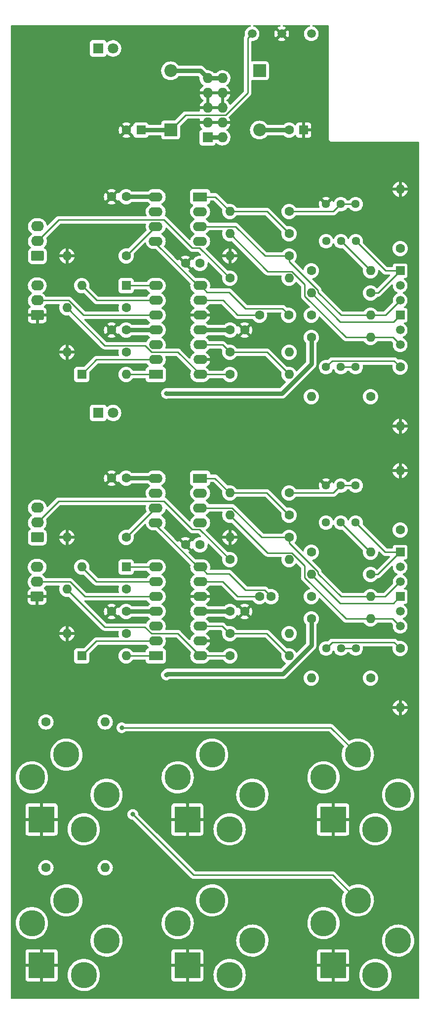
<source format=gbl>
G04 #@! TF.GenerationSoftware,KiCad,Pcbnew,6.0.4-6f826c9f35~116~ubuntu20.04.1*
G04 #@! TF.CreationDate,2022-04-20T20:14:52-04:00*
G04 #@! TF.ProjectId,kdlfo,6b646c66-6f2e-46b6-9963-61645f706362,rev?*
G04 #@! TF.SameCoordinates,Original*
G04 #@! TF.FileFunction,Copper,L2,Bot*
G04 #@! TF.FilePolarity,Positive*
%FSLAX46Y46*%
G04 Gerber Fmt 4.6, Leading zero omitted, Abs format (unit mm)*
G04 Created by KiCad (PCBNEW 6.0.4-6f826c9f35~116~ubuntu20.04.1) date 2022-04-20 20:14:52*
%MOMM*%
%LPD*%
G01*
G04 APERTURE LIST*
G04 Aperture macros list*
%AMRoundRect*
0 Rectangle with rounded corners*
0 $1 Rounding radius*
0 $2 $3 $4 $5 $6 $7 $8 $9 X,Y pos of 4 corners*
0 Add a 4 corners polygon primitive as box body*
4,1,4,$2,$3,$4,$5,$6,$7,$8,$9,$2,$3,0*
0 Add four circle primitives for the rounded corners*
1,1,$1+$1,$2,$3*
1,1,$1+$1,$4,$5*
1,1,$1+$1,$6,$7*
1,1,$1+$1,$8,$9*
0 Add four rect primitives between the rounded corners*
20,1,$1+$1,$2,$3,$4,$5,0*
20,1,$1+$1,$4,$5,$6,$7,0*
20,1,$1+$1,$6,$7,$8,$9,0*
20,1,$1+$1,$8,$9,$2,$3,0*%
G04 Aperture macros list end*
G04 #@! TA.AperFunction,ComponentPad*
%ADD10C,4.500001*%
G04 #@! TD*
G04 #@! TA.AperFunction,ComponentPad*
%ADD11R,4.500001X4.500001*%
G04 #@! TD*
G04 #@! TA.AperFunction,ComponentPad*
%ADD12C,4.500000*%
G04 #@! TD*
G04 #@! TA.AperFunction,ComponentPad*
%ADD13R,1.800000X1.800000*%
G04 #@! TD*
G04 #@! TA.AperFunction,ComponentPad*
%ADD14C,1.800000*%
G04 #@! TD*
G04 #@! TA.AperFunction,ComponentPad*
%ADD15C,1.500000*%
G04 #@! TD*
G04 #@! TA.AperFunction,ComponentPad*
%ADD16C,1.600000*%
G04 #@! TD*
G04 #@! TA.AperFunction,ComponentPad*
%ADD17O,1.600000X1.600000*%
G04 #@! TD*
G04 #@! TA.AperFunction,ComponentPad*
%ADD18C,1.440000*%
G04 #@! TD*
G04 #@! TA.AperFunction,ComponentPad*
%ADD19R,1.600000X1.600000*%
G04 #@! TD*
G04 #@! TA.AperFunction,ComponentPad*
%ADD20R,1.500000X1.500000*%
G04 #@! TD*
G04 #@! TA.AperFunction,ComponentPad*
%ADD21R,2.200000X2.200000*%
G04 #@! TD*
G04 #@! TA.AperFunction,ComponentPad*
%ADD22O,2.200000X2.200000*%
G04 #@! TD*
G04 #@! TA.AperFunction,ComponentPad*
%ADD23RoundRect,0.250000X0.850000X-0.620000X0.850000X0.620000X-0.850000X0.620000X-0.850000X-0.620000X0*%
G04 #@! TD*
G04 #@! TA.AperFunction,ComponentPad*
%ADD24O,2.200000X1.740000*%
G04 #@! TD*
G04 #@! TA.AperFunction,ComponentPad*
%ADD25R,1.727200X1.727200*%
G04 #@! TD*
G04 #@! TA.AperFunction,ComponentPad*
%ADD26O,1.727200X1.727200*%
G04 #@! TD*
G04 #@! TA.AperFunction,ComponentPad*
%ADD27R,2.400000X1.600000*%
G04 #@! TD*
G04 #@! TA.AperFunction,ComponentPad*
%ADD28O,2.400000X1.600000*%
G04 #@! TD*
G04 #@! TA.AperFunction,ViaPad*
%ADD29C,0.800000*%
G04 #@! TD*
G04 #@! TA.AperFunction,Conductor*
%ADD30C,0.250000*%
G04 #@! TD*
G04 #@! TA.AperFunction,Conductor*
%ADD31C,0.750000*%
G04 #@! TD*
G04 APERTURE END LIST*
D10*
G04 #@! TO.P,J8,R*
G04 #@! TO.N,N/C*
X81400000Y-190500000D03*
G04 #@! TO.P,J8,RN*
X77500000Y-196400000D03*
D11*
G04 #@! TO.P,J8,S*
G04 #@! TO.N,GND*
X70260000Y-194740000D03*
D12*
G04 #@! TO.P,J8,T*
G04 #@! TO.N,/TRIRAMP_B*
X74500000Y-183600000D03*
G04 #@! TO.P,J8,TN*
G04 #@! TO.N,N/C*
X68600000Y-187500000D03*
G04 #@! TD*
D13*
G04 #@! TO.P,D5,1,KA*
G04 #@! TO.N,Net-(D5-Pad1)*
X79975000Y-37500000D03*
D14*
G04 #@! TO.P,D5,2,AK*
G04 #@! TO.N,Net-(D5-Pad2)*
X82515000Y-37500000D03*
G04 #@! TD*
D10*
G04 #@! TO.P,J7,R*
G04 #@! TO.N,N/C*
X131400000Y-190500000D03*
G04 #@! TO.P,J7,RN*
X127500000Y-196400000D03*
D11*
G04 #@! TO.P,J7,S*
G04 #@! TO.N,GND*
X120260000Y-194740000D03*
D12*
G04 #@! TO.P,J7,T*
G04 #@! TO.N,/SQPULSE_B*
X124500000Y-183600000D03*
G04 #@! TO.P,J7,TN*
G04 #@! TO.N,N/C*
X118600000Y-187500000D03*
G04 #@! TD*
D13*
G04 #@! TO.P,D8,1,KA*
G04 #@! TO.N,Net-(D8-Pad1)*
X79975000Y-100000000D03*
D14*
G04 #@! TO.P,D8,2,AK*
G04 #@! TO.N,Net-(D8-Pad2)*
X82515000Y-100000000D03*
G04 #@! TD*
D15*
G04 #@! TO.P,TP2,1,1*
G04 #@! TO.N,+12V*
X106350000Y-34990000D03*
G04 #@! TD*
G04 #@! TO.P,TP1,1,1*
G04 #@! TO.N,-12V*
X116510000Y-34990000D03*
G04 #@! TD*
D10*
G04 #@! TO.P,J6,R*
G04 #@! TO.N,N/C*
X106400000Y-165500000D03*
G04 #@! TO.P,J6,RN*
X102500000Y-171400000D03*
D11*
G04 #@! TO.P,J6,S*
G04 #@! TO.N,GND*
X95260000Y-169740000D03*
D12*
G04 #@! TO.P,J6,T*
G04 #@! TO.N,/SINE_A*
X99500000Y-158600000D03*
G04 #@! TO.P,J6,TN*
G04 #@! TO.N,N/C*
X93600000Y-162500000D03*
G04 #@! TD*
D10*
G04 #@! TO.P,J9,R*
G04 #@! TO.N,N/C*
X106400000Y-190500000D03*
G04 #@! TO.P,J9,RN*
X102500000Y-196400000D03*
D11*
G04 #@! TO.P,J9,S*
G04 #@! TO.N,GND*
X95260000Y-194740000D03*
D12*
G04 #@! TO.P,J9,T*
G04 #@! TO.N,/SINE_B*
X99500000Y-183600000D03*
G04 #@! TO.P,J9,TN*
G04 #@! TO.N,N/C*
X93600000Y-187500000D03*
G04 #@! TD*
D15*
G04 #@! TO.P,TP3,1,1*
G04 #@! TO.N,GND*
X111430000Y-34990000D03*
G04 #@! TD*
D10*
G04 #@! TO.P,J10,R*
G04 #@! TO.N,N/C*
X131400000Y-165500000D03*
G04 #@! TO.P,J10,RN*
X127500000Y-171400000D03*
D11*
G04 #@! TO.P,J10,S*
G04 #@! TO.N,GND*
X120260000Y-169740000D03*
D12*
G04 #@! TO.P,J10,T*
G04 #@! TO.N,/SQPULSE_A*
X124500000Y-158600000D03*
G04 #@! TO.P,J10,TN*
G04 #@! TO.N,N/C*
X118600000Y-162500000D03*
G04 #@! TD*
D10*
G04 #@! TO.P,J5,R*
G04 #@! TO.N,N/C*
X81400000Y-165500000D03*
G04 #@! TO.P,J5,RN*
X77500000Y-171400000D03*
D11*
G04 #@! TO.P,J5,S*
G04 #@! TO.N,GND*
X70260000Y-169740000D03*
D12*
G04 #@! TO.P,J5,T*
G04 #@! TO.N,/TRIRAMP_A*
X74500000Y-158600000D03*
G04 #@! TO.P,J5,TN*
G04 #@! TO.N,N/C*
X68600000Y-162500000D03*
G04 #@! TD*
D16*
G04 #@! TO.P,R2,1*
G04 #@! TO.N,/LFO A/SHPOTW*
X102540000Y-76900000D03*
D17*
G04 #@! TO.P,R2,2*
G04 #@! TO.N,/LFO A/CAP1*
X112700000Y-76900000D03*
G04 #@! TD*
D16*
G04 #@! TO.P,R7,1*
G04 #@! TO.N,+12V*
X116510000Y-83250000D03*
D17*
G04 #@! TO.P,R7,2*
G04 #@! TO.N,Net-(Q2-Pad3)*
X126670000Y-83250000D03*
G04 #@! TD*
D18*
G04 #@! TO.P,RV8,1,1*
G04 #@! TO.N,Net-(Q3-Pad2)*
X119050000Y-140400000D03*
G04 #@! TO.P,RV8,2,2*
G04 #@! TO.N,/LFO B/SINE_ROUND*
X121590000Y-140400000D03*
G04 #@! TO.P,RV8,3,3*
X124130000Y-140400000D03*
G04 #@! TD*
D19*
G04 #@! TO.P,D6,1,K*
G04 #@! TO.N,/LFO B/SHPOTCW*
X77140000Y-141670000D03*
D17*
G04 #@! TO.P,D6,2,A*
G04 #@! TO.N,Net-(D6-Pad2)*
X84760000Y-141670000D03*
G04 #@! TD*
D16*
G04 #@! TO.P,R30,1*
G04 #@! TO.N,Net-(R30-Pad1)*
X112700000Y-117540000D03*
D17*
G04 #@! TO.P,R30,2*
G04 #@! TO.N,Net-(Q3-Pad3)*
X102540000Y-117540000D03*
G04 #@! TD*
D16*
G04 #@! TO.P,C5,1*
G04 #@! TO.N,+12V*
X84760000Y-85790000D03*
G04 #@! TO.P,C5,2*
G04 #@! TO.N,GND*
X82260000Y-85790000D03*
G04 #@! TD*
G04 #@! TO.P,R8,1*
G04 #@! TO.N,-12V*
X116510000Y-75630000D03*
D17*
G04 #@! TO.P,R8,2*
G04 #@! TO.N,/LFO A/SINE_SYM*
X126670000Y-75630000D03*
G04 #@! TD*
D20*
G04 #@! TO.P,Q2,1,E*
G04 #@! TO.N,Net-(Q2-Pad1)*
X131750000Y-75630000D03*
D15*
G04 #@! TO.P,Q2,2,B*
G04 #@! TO.N,Net-(Q2-Pad2)*
X131750000Y-78170000D03*
G04 #@! TO.P,Q2,3,C*
G04 #@! TO.N,Net-(Q2-Pad3)*
X131750000Y-80710000D03*
G04 #@! TD*
D20*
G04 #@! TO.P,Q3,1,E*
G04 #@! TO.N,Net-(Q3-Pad1)*
X131750000Y-131510000D03*
D15*
G04 #@! TO.P,Q3,2,B*
G04 #@! TO.N,Net-(Q3-Pad2)*
X131750000Y-134050000D03*
G04 #@! TO.P,Q3,3,C*
G04 #@! TO.N,Net-(Q3-Pad3)*
X131750000Y-136590000D03*
G04 #@! TD*
D16*
G04 #@! TO.P,R24,1*
G04 #@! TO.N,+12V*
X116510000Y-131510000D03*
D17*
G04 #@! TO.P,R24,2*
G04 #@! TO.N,Net-(Q4-Pad3)*
X126670000Y-131510000D03*
G04 #@! TD*
D16*
G04 #@! TO.P,R23,1*
G04 #@! TO.N,Net-(R23-Pad1)*
X102540000Y-137860000D03*
D17*
G04 #@! TO.P,R23,2*
G04 #@! TO.N,/LFO B/CAP2*
X112700000Y-137860000D03*
G04 #@! TD*
D21*
G04 #@! TO.P,D2,1,K*
G04 #@! TO.N,/-12_IN*
X107620000Y-41340000D03*
D22*
G04 #@! TO.P,D2,2,A*
G04 #@! TO.N,-12V*
X107620000Y-51500000D03*
G04 #@! TD*
D16*
G04 #@! TO.P,C8,1*
G04 #@! TO.N,GND*
X94920000Y-74360000D03*
G04 #@! TO.P,C8,2*
G04 #@! TO.N,-12V*
X97420000Y-74360000D03*
G04 #@! TD*
G04 #@! TO.P,C12,1*
G04 #@! TO.N,GND*
X94920000Y-122620000D03*
G04 #@! TO.P,C12,2*
G04 #@! TO.N,-12V*
X97420000Y-122620000D03*
G04 #@! TD*
D23*
G04 #@! TO.P,J3,1,Pin_1*
G04 #@! TO.N,/LFO B/SHPOTCCW*
X69520000Y-121350000D03*
D24*
G04 #@! TO.P,J3,2,Pin_2*
G04 #@! TO.N,/LFO B/SHPOTW*
X69520000Y-118810000D03*
G04 #@! TO.P,J3,3,Pin_3*
G04 #@! TO.N,/LFO B/SHPOTCW*
X69520000Y-116270000D03*
G04 #@! TD*
D18*
G04 #@! TO.P,RV6,1,1*
G04 #@! TO.N,Net-(Q1-Pad1)*
X119050000Y-70550000D03*
G04 #@! TO.P,RV6,2,2*
G04 #@! TO.N,/LFO A/SINE_SYM*
X121590000Y-70550000D03*
G04 #@! TO.P,RV6,3,3*
G04 #@! TO.N,Net-(Q2-Pad1)*
X124130000Y-70550000D03*
G04 #@! TD*
D16*
G04 #@! TO.P,C11,1*
G04 #@! TO.N,+12V*
X84760000Y-111190000D03*
G04 #@! TO.P,C11,2*
G04 #@! TO.N,GND*
X82260000Y-111190000D03*
G04 #@! TD*
G04 #@! TO.P,C9,1*
G04 #@! TO.N,+12V*
X84760000Y-134050000D03*
G04 #@! TO.P,C9,2*
G04 #@! TO.N,GND*
X82260000Y-134050000D03*
G04 #@! TD*
G04 #@! TO.P,R32,1*
G04 #@! TO.N,/TRIRAMP_B*
X71000000Y-178000000D03*
D17*
G04 #@! TO.P,R32,2*
G04 #@! TO.N,/LFO B/CAP2*
X81160000Y-178000000D03*
G04 #@! TD*
D16*
G04 #@! TO.P,C1,1*
G04 #@! TO.N,/LFO A/CAP1*
X107620000Y-83250000D03*
G04 #@! TO.P,C1,2*
G04 #@! TO.N,/LFO A/CAP2*
X112620000Y-83250000D03*
G04 #@! TD*
G04 #@! TO.P,R20,1*
G04 #@! TO.N,Net-(Q3-Pad2)*
X131750000Y-140400000D03*
D17*
G04 #@! TO.P,R20,2*
G04 #@! TO.N,GND*
X131750000Y-150560000D03*
G04 #@! TD*
D19*
G04 #@! TO.P,C3,1*
G04 #@! TO.N,+12V*
X87300000Y-51500000D03*
D16*
G04 #@! TO.P,C3,2*
G04 #@! TO.N,GND*
X84800000Y-51500000D03*
G04 #@! TD*
G04 #@! TO.P,R27,1*
G04 #@! TO.N,/LFO B/FRPOTCW*
X102540000Y-141670000D03*
D17*
G04 #@! TO.P,R27,2*
G04 #@! TO.N,Net-(R23-Pad1)*
X112700000Y-141670000D03*
G04 #@! TD*
D19*
G04 #@! TO.P,C4,1*
G04 #@! TO.N,GND*
X115200000Y-51500000D03*
D16*
G04 #@! TO.P,C4,2*
G04 #@! TO.N,-12V*
X112700000Y-51500000D03*
G04 #@! TD*
G04 #@! TO.P,R14,1*
G04 #@! TO.N,/SQPULSE_A*
X84760000Y-89600000D03*
D17*
G04 #@! TO.P,R14,2*
G04 #@! TO.N,GND*
X74600000Y-89600000D03*
G04 #@! TD*
D20*
G04 #@! TO.P,Q1,1,E*
G04 #@! TO.N,Net-(Q1-Pad1)*
X131750000Y-83250000D03*
D15*
G04 #@! TO.P,Q1,2,B*
G04 #@! TO.N,Net-(Q1-Pad2)*
X131750000Y-85790000D03*
G04 #@! TO.P,Q1,3,C*
G04 #@! TO.N,Net-(Q1-Pad3)*
X131750000Y-88330000D03*
G04 #@! TD*
D16*
G04 #@! TO.P,R1,1*
G04 #@! TO.N,/LFO A/SINE_ROUND*
X126670000Y-97220000D03*
D17*
G04 #@! TO.P,R1,2*
G04 #@! TO.N,/LFO A/CAP2*
X116510000Y-97220000D03*
G04 #@! TD*
D19*
G04 #@! TO.P,D7,1,K*
G04 #@! TO.N,Net-(D7-Pad1)*
X84760000Y-126430000D03*
D17*
G04 #@! TO.P,D7,2,A*
G04 #@! TO.N,/LFO B/SHPOTCCW*
X77140000Y-126430000D03*
G04 #@! TD*
D23*
G04 #@! TO.P,J4,1,Pin_1*
G04 #@! TO.N,GND*
X69500000Y-131510000D03*
D24*
G04 #@! TO.P,J4,2,Pin_2*
G04 #@! TO.N,/LFO B/FRPOTW*
X69500000Y-128970000D03*
G04 #@! TO.P,J4,3,Pin_3*
G04 #@! TO.N,/LFO B/FRPOTCW*
X69500000Y-126430000D03*
G04 #@! TD*
D19*
G04 #@! TO.P,D3,1,K*
G04 #@! TO.N,/LFO A/SHPOTCW*
X77140000Y-93410000D03*
D17*
G04 #@! TO.P,D3,2,A*
G04 #@! TO.N,Net-(D3-Pad2)*
X84760000Y-93410000D03*
G04 #@! TD*
D16*
G04 #@! TO.P,R16,1*
G04 #@! TO.N,/SINE_A*
X112700000Y-65470000D03*
D17*
G04 #@! TO.P,R16,2*
G04 #@! TO.N,Net-(R13-Pad1)*
X102540000Y-65470000D03*
G04 #@! TD*
D18*
G04 #@! TO.P,RV10,1,1*
G04 #@! TO.N,GND*
X119040000Y-112460000D03*
G04 #@! TO.P,RV10,2,2*
G04 #@! TO.N,/SINE_B*
X121580000Y-112460000D03*
G04 #@! TO.P,RV10,3,3*
X124120000Y-112460000D03*
G04 #@! TD*
D16*
G04 #@! TO.P,R25,1*
G04 #@! TO.N,-12V*
X116510000Y-123890000D03*
D17*
G04 #@! TO.P,R25,2*
G04 #@! TO.N,/LFO B/SINE_SYM*
X126670000Y-123890000D03*
G04 #@! TD*
D18*
G04 #@! TO.P,RV5,1,1*
G04 #@! TO.N,Net-(Q1-Pad2)*
X119040000Y-92140000D03*
G04 #@! TO.P,RV5,2,2*
G04 #@! TO.N,/LFO A/SINE_ROUND*
X121580000Y-92140000D03*
G04 #@! TO.P,RV5,3,3*
X124120000Y-92140000D03*
G04 #@! TD*
D23*
G04 #@! TO.P,J1,1,Pin_1*
G04 #@! TO.N,/LFO A/SHPOTCCW*
X69540000Y-73090000D03*
D24*
G04 #@! TO.P,J1,2,Pin_2*
G04 #@! TO.N,/LFO A/SHPOTW*
X69540000Y-70550000D03*
G04 #@! TO.P,J1,3,Pin_3*
G04 #@! TO.N,/LFO A/SHPOTCW*
X69540000Y-68010000D03*
G04 #@! TD*
D25*
G04 #@! TO.P,J15,1,-12V*
G04 #@! TO.N,/-12_IN*
X98730000Y-52770000D03*
D26*
G04 #@! TO.P,J15,2,-12V*
X101270000Y-52770000D03*
G04 #@! TO.P,J15,3,GND*
G04 #@! TO.N,GND*
X98730000Y-50230000D03*
G04 #@! TO.P,J15,4,GND*
X101270000Y-50230000D03*
G04 #@! TO.P,J15,5,GND*
X98730000Y-47690000D03*
G04 #@! TO.P,J15,6,GND*
X101270000Y-47690000D03*
G04 #@! TO.P,J15,7,GND*
X98730000Y-45150000D03*
G04 #@! TO.P,J15,8,GND*
X101270000Y-45150000D03*
G04 #@! TO.P,J15,9,+12V*
G04 #@! TO.N,/+12_IN*
X98730000Y-42610000D03*
G04 #@! TO.P,J15,10,+12V*
X101270000Y-42610000D03*
G04 #@! TD*
D16*
G04 #@! TO.P,R13,1*
G04 #@! TO.N,Net-(R13-Pad1)*
X112700000Y-69280000D03*
D17*
G04 #@! TO.P,R13,2*
G04 #@! TO.N,Net-(Q1-Pad3)*
X102540000Y-69280000D03*
G04 #@! TD*
D16*
G04 #@! TO.P,R6,1*
G04 #@! TO.N,Net-(R10-Pad2)*
X102540000Y-89600000D03*
D17*
G04 #@! TO.P,R6,2*
G04 #@! TO.N,/LFO A/CAP2*
X112700000Y-89600000D03*
G04 #@! TD*
D16*
G04 #@! TO.P,R28,1*
G04 #@! TO.N,Net-(Q4-Pad3)*
X112700000Y-121350000D03*
D17*
G04 #@! TO.P,R28,2*
G04 #@! TO.N,GND*
X102540000Y-121350000D03*
G04 #@! TD*
D16*
G04 #@! TO.P,R12,1*
G04 #@! TO.N,/SQPULSE_A*
X84760000Y-81980000D03*
D17*
G04 #@! TO.P,R12,2*
G04 #@! TO.N,/LFO A/FRPOTCW*
X74600000Y-81980000D03*
G04 #@! TD*
D16*
G04 #@! TO.P,C6,1*
G04 #@! TO.N,GND*
X105080000Y-85790000D03*
G04 #@! TO.P,C6,2*
G04 #@! TO.N,-12V*
X102580000Y-85790000D03*
G04 #@! TD*
D23*
G04 #@! TO.P,J2,1,Pin_1*
G04 #@! TO.N,GND*
X69520000Y-83250000D03*
D24*
G04 #@! TO.P,J2,2,Pin_2*
G04 #@! TO.N,/LFO A/FRPOTW*
X69520000Y-80710000D03*
G04 #@! TO.P,J2,3,Pin_3*
G04 #@! TO.N,/LFO A/FRPOTCW*
X69520000Y-78170000D03*
G04 #@! TD*
D16*
G04 #@! TO.P,R19,1*
G04 #@! TO.N,/LFO B/SHPOTW*
X102540000Y-125160000D03*
D17*
G04 #@! TO.P,R19,2*
G04 #@! TO.N,/LFO B/CAP1*
X112700000Y-125160000D03*
G04 #@! TD*
D16*
G04 #@! TO.P,C10,1*
G04 #@! TO.N,GND*
X105080000Y-134050000D03*
G04 #@! TO.P,C10,2*
G04 #@! TO.N,-12V*
X102580000Y-134050000D03*
G04 #@! TD*
D21*
G04 #@! TO.P,D1,1,K*
G04 #@! TO.N,+12V*
X92380000Y-51500000D03*
D22*
G04 #@! TO.P,D1,2,A*
G04 #@! TO.N,/+12_IN*
X92380000Y-41340000D03*
G04 #@! TD*
D16*
G04 #@! TO.P,R26,1*
G04 #@! TO.N,Net-(Q4-Pad2)*
X131750000Y-120080000D03*
D17*
G04 #@! TO.P,R26,2*
G04 #@! TO.N,GND*
X131750000Y-109920000D03*
G04 #@! TD*
D16*
G04 #@! TO.P,R5,1*
G04 #@! TO.N,Net-(Q2-Pad1)*
X126670000Y-79440000D03*
D17*
G04 #@! TO.P,R5,2*
G04 #@! TO.N,Net-(Q1-Pad1)*
X116510000Y-79440000D03*
G04 #@! TD*
D16*
G04 #@! TO.P,R9,1*
G04 #@! TO.N,Net-(Q2-Pad2)*
X131750000Y-71820000D03*
D17*
G04 #@! TO.P,R9,2*
G04 #@! TO.N,GND*
X131750000Y-61660000D03*
G04 #@! TD*
D16*
G04 #@! TO.P,R3,1*
G04 #@! TO.N,Net-(Q1-Pad2)*
X131750000Y-92140000D03*
D17*
G04 #@! TO.P,R3,2*
G04 #@! TO.N,GND*
X131750000Y-102300000D03*
G04 #@! TD*
D16*
G04 #@! TO.P,R15,1*
G04 #@! TO.N,/TRIRAMP_A*
X71000000Y-153000000D03*
D17*
G04 #@! TO.P,R15,2*
G04 #@! TO.N,/LFO A/CAP2*
X81160000Y-153000000D03*
G04 #@! TD*
D16*
G04 #@! TO.P,R33,1*
G04 #@! TO.N,/SINE_B*
X112700000Y-113730000D03*
D17*
G04 #@! TO.P,R33,2*
G04 #@! TO.N,Net-(R30-Pad1)*
X102540000Y-113730000D03*
G04 #@! TD*
D16*
G04 #@! TO.P,R31,1*
G04 #@! TO.N,/SQPULSE_B*
X84760000Y-137860000D03*
D17*
G04 #@! TO.P,R31,2*
G04 #@! TO.N,GND*
X74600000Y-137860000D03*
G04 #@! TD*
D18*
G04 #@! TO.P,RV7,1,1*
G04 #@! TO.N,GND*
X119040000Y-64200000D03*
G04 #@! TO.P,RV7,2,2*
G04 #@! TO.N,/SINE_A*
X121580000Y-64200000D03*
G04 #@! TO.P,RV7,3,3*
X124120000Y-64200000D03*
G04 #@! TD*
D16*
G04 #@! TO.P,R29,1*
G04 #@! TO.N,/SQPULSE_B*
X84760000Y-130240000D03*
D17*
G04 #@! TO.P,R29,2*
G04 #@! TO.N,/LFO B/FRPOTCW*
X74600000Y-130240000D03*
G04 #@! TD*
D27*
G04 #@! TO.P,U1,1*
G04 #@! TO.N,Net-(D3-Pad2)*
X89840000Y-93415000D03*
D28*
G04 #@! TO.P,U1,2,-*
G04 #@! TO.N,/LFO A/SHPOTCW*
X89840000Y-90875000D03*
G04 #@! TO.P,U1,3,+*
G04 #@! TO.N,/LFO A/FRPOTW*
X89840000Y-88335000D03*
G04 #@! TO.P,U1,4,V+*
G04 #@! TO.N,+12V*
X89840000Y-85795000D03*
G04 #@! TO.P,U1,5,+*
G04 #@! TO.N,/LFO A/FRPOTW*
X89840000Y-83255000D03*
G04 #@! TO.P,U1,6,-*
G04 #@! TO.N,/LFO A/SHPOTCCW*
X89840000Y-80715000D03*
G04 #@! TO.P,U1,7*
G04 #@! TO.N,Net-(D4-Pad1)*
X89840000Y-78175000D03*
G04 #@! TO.P,U1,8*
G04 #@! TO.N,/LFO A/CAP2*
X97460000Y-78175000D03*
G04 #@! TO.P,U1,9,-*
G04 #@! TO.N,/LFO A/CAP1*
X97460000Y-80715000D03*
G04 #@! TO.P,U1,10,+*
G04 #@! TO.N,GND*
X97460000Y-83255000D03*
G04 #@! TO.P,U1,11,V-*
G04 #@! TO.N,-12V*
X97460000Y-85795000D03*
G04 #@! TO.P,U1,12,+*
G04 #@! TO.N,Net-(R10-Pad2)*
X97460000Y-88335000D03*
G04 #@! TO.P,U1,13,-*
G04 #@! TO.N,GND*
X97460000Y-90875000D03*
G04 #@! TO.P,U1,14*
G04 #@! TO.N,/LFO A/FRPOTCW*
X97460000Y-93415000D03*
G04 #@! TD*
D27*
G04 #@! TO.P,U4,1*
G04 #@! TO.N,Net-(R30-Pad1)*
X97450000Y-111200000D03*
D28*
G04 #@! TO.P,U4,2,-*
G04 #@! TO.N,Net-(Q3-Pad3)*
X97450000Y-113740000D03*
G04 #@! TO.P,U4,3,+*
G04 #@! TO.N,Net-(Q4-Pad3)*
X97450000Y-116280000D03*
G04 #@! TO.P,U4,4,V-*
G04 #@! TO.N,-12V*
X97450000Y-118820000D03*
G04 #@! TO.P,U4,5,+*
G04 #@! TO.N,/LFO B/CAP2*
X89830000Y-118820000D03*
G04 #@! TO.P,U4,6,-*
G04 #@! TO.N,Net-(D8-Pad1)*
X89830000Y-116280000D03*
G04 #@! TO.P,U4,7*
G04 #@! TO.N,Net-(D8-Pad2)*
X89830000Y-113740000D03*
G04 #@! TO.P,U4,8,V+*
G04 #@! TO.N,+12V*
X89830000Y-111200000D03*
G04 #@! TD*
D27*
G04 #@! TO.P,U2,1*
G04 #@! TO.N,Net-(R13-Pad1)*
X97450000Y-62940000D03*
D28*
G04 #@! TO.P,U2,2,-*
G04 #@! TO.N,Net-(Q1-Pad3)*
X97450000Y-65480000D03*
G04 #@! TO.P,U2,3,+*
G04 #@! TO.N,Net-(Q2-Pad3)*
X97450000Y-68020000D03*
G04 #@! TO.P,U2,4,V-*
G04 #@! TO.N,-12V*
X97450000Y-70560000D03*
G04 #@! TO.P,U2,5,+*
G04 #@! TO.N,/LFO A/CAP2*
X89830000Y-70560000D03*
G04 #@! TO.P,U2,6,-*
G04 #@! TO.N,Net-(D5-Pad1)*
X89830000Y-68020000D03*
G04 #@! TO.P,U2,7*
G04 #@! TO.N,Net-(D5-Pad2)*
X89830000Y-65480000D03*
G04 #@! TO.P,U2,8,V+*
G04 #@! TO.N,+12V*
X89830000Y-62940000D03*
G04 #@! TD*
D16*
G04 #@! TO.P,R4,1*
G04 #@! TO.N,+12V*
X116510000Y-87060000D03*
D17*
G04 #@! TO.P,R4,2*
G04 #@! TO.N,Net-(Q1-Pad3)*
X126670000Y-87060000D03*
G04 #@! TD*
D27*
G04 #@! TO.P,U3,1*
G04 #@! TO.N,Net-(D6-Pad2)*
X89840000Y-141670000D03*
D28*
G04 #@! TO.P,U3,2,-*
G04 #@! TO.N,/LFO B/SHPOTCW*
X89840000Y-139130000D03*
G04 #@! TO.P,U3,3,+*
G04 #@! TO.N,/LFO B/FRPOTW*
X89840000Y-136590000D03*
G04 #@! TO.P,U3,4,V+*
G04 #@! TO.N,+12V*
X89840000Y-134050000D03*
G04 #@! TO.P,U3,5,+*
G04 #@! TO.N,/LFO B/FRPOTW*
X89840000Y-131510000D03*
G04 #@! TO.P,U3,6,-*
G04 #@! TO.N,/LFO B/SHPOTCCW*
X89840000Y-128970000D03*
G04 #@! TO.P,U3,7*
G04 #@! TO.N,Net-(D7-Pad1)*
X89840000Y-126430000D03*
G04 #@! TO.P,U3,8*
G04 #@! TO.N,/LFO B/CAP2*
X97460000Y-126430000D03*
G04 #@! TO.P,U3,9,-*
G04 #@! TO.N,/LFO B/CAP1*
X97460000Y-128970000D03*
G04 #@! TO.P,U3,10,+*
G04 #@! TO.N,GND*
X97460000Y-131510000D03*
G04 #@! TO.P,U3,11,V-*
G04 #@! TO.N,-12V*
X97460000Y-134050000D03*
G04 #@! TO.P,U3,12,+*
G04 #@! TO.N,Net-(R23-Pad1)*
X97460000Y-136590000D03*
G04 #@! TO.P,U3,13,-*
G04 #@! TO.N,GND*
X97460000Y-139130000D03*
G04 #@! TO.P,U3,14*
G04 #@! TO.N,/LFO B/FRPOTCW*
X97460000Y-141670000D03*
G04 #@! TD*
D16*
G04 #@! TO.P,R22,1*
G04 #@! TO.N,Net-(Q4-Pad1)*
X126670000Y-127700000D03*
D17*
G04 #@! TO.P,R22,2*
G04 #@! TO.N,Net-(Q3-Pad1)*
X116510000Y-127700000D03*
G04 #@! TD*
D16*
G04 #@! TO.P,C2,1*
G04 #@! TO.N,/LFO B/CAP1*
X107620000Y-131510000D03*
G04 #@! TO.P,C2,2*
G04 #@! TO.N,/LFO B/CAP2*
X109620000Y-131510000D03*
G04 #@! TD*
G04 #@! TO.P,C7,1*
G04 #@! TO.N,+12V*
X84760000Y-62930000D03*
G04 #@! TO.P,C7,2*
G04 #@! TO.N,GND*
X82260000Y-62930000D03*
G04 #@! TD*
G04 #@! TO.P,R18,1*
G04 #@! TO.N,/LFO B/SINE_ROUND*
X126670000Y-145480000D03*
D17*
G04 #@! TO.P,R18,2*
G04 #@! TO.N,/LFO B/CAP2*
X116510000Y-145480000D03*
G04 #@! TD*
D16*
G04 #@! TO.P,R10,1*
G04 #@! TO.N,/LFO A/FRPOTCW*
X102540000Y-93410000D03*
D17*
G04 #@! TO.P,R10,2*
G04 #@! TO.N,Net-(R10-Pad2)*
X112700000Y-93410000D03*
G04 #@! TD*
D20*
G04 #@! TO.P,Q4,1,E*
G04 #@! TO.N,Net-(Q4-Pad1)*
X131750000Y-123890000D03*
D15*
G04 #@! TO.P,Q4,2,B*
G04 #@! TO.N,Net-(Q4-Pad2)*
X131750000Y-126430000D03*
G04 #@! TO.P,Q4,3,C*
G04 #@! TO.N,Net-(Q4-Pad3)*
X131750000Y-128970000D03*
G04 #@! TD*
D16*
G04 #@! TO.P,R11,1*
G04 #@! TO.N,Net-(Q2-Pad3)*
X112700000Y-73090000D03*
D17*
G04 #@! TO.P,R11,2*
G04 #@! TO.N,GND*
X102540000Y-73090000D03*
G04 #@! TD*
D16*
G04 #@! TO.P,R17,1*
G04 #@! TO.N,Net-(D5-Pad1)*
X84760000Y-73090000D03*
D17*
G04 #@! TO.P,R17,2*
G04 #@! TO.N,GND*
X74600000Y-73090000D03*
G04 #@! TD*
D19*
G04 #@! TO.P,D4,1,K*
G04 #@! TO.N,Net-(D4-Pad1)*
X84760000Y-78170000D03*
D17*
G04 #@! TO.P,D4,2,A*
G04 #@! TO.N,/LFO A/SHPOTCCW*
X77140000Y-78170000D03*
G04 #@! TD*
D18*
G04 #@! TO.P,RV9,1,1*
G04 #@! TO.N,Net-(Q3-Pad1)*
X119040000Y-118810000D03*
G04 #@! TO.P,RV9,2,2*
G04 #@! TO.N,/LFO B/SINE_SYM*
X121580000Y-118810000D03*
G04 #@! TO.P,RV9,3,3*
G04 #@! TO.N,Net-(Q4-Pad1)*
X124120000Y-118810000D03*
G04 #@! TD*
D16*
G04 #@! TO.P,R34,1*
G04 #@! TO.N,Net-(D8-Pad1)*
X84760000Y-121350000D03*
D17*
G04 #@! TO.P,R34,2*
G04 #@! TO.N,GND*
X74600000Y-121350000D03*
G04 #@! TD*
D16*
G04 #@! TO.P,R21,1*
G04 #@! TO.N,+12V*
X116510000Y-135320000D03*
D17*
G04 #@! TO.P,R21,2*
G04 #@! TO.N,Net-(Q3-Pad3)*
X126670000Y-135320000D03*
G04 #@! TD*
D29*
G04 #@! TO.N,+12V*
X91664511Y-96665489D03*
X91644511Y-144945489D03*
G04 #@! TO.N,/SQPULSE_A*
X83998000Y-153989000D03*
G04 #@! TO.N,/SQPULSE_B*
X85903000Y-168848000D03*
G04 #@! TD*
D30*
G04 #@! TO.N,+12V*
X105600000Y-45110954D02*
X101782843Y-48928111D01*
D31*
X89840000Y-85795000D02*
X84765000Y-85795000D01*
X116510000Y-91614564D02*
X116510000Y-87060000D01*
X91644511Y-144945489D02*
X91859511Y-144730489D01*
D30*
X105600000Y-35740000D02*
X105600000Y-45110954D01*
D31*
X91859511Y-144730489D02*
X111654075Y-144730489D01*
X91664511Y-96665489D02*
X111459075Y-96665489D01*
X111654075Y-144730489D02*
X116510000Y-139874564D01*
X87300000Y-51500000D02*
X92380000Y-51500000D01*
X84760000Y-62930000D02*
X89820000Y-62930000D01*
X84740000Y-111190000D02*
X89800000Y-111190000D01*
X89820000Y-134055000D02*
X84745000Y-134055000D01*
X111459075Y-96665489D02*
X116510000Y-91614564D01*
X116510000Y-139874564D02*
X116510000Y-135320000D01*
D30*
X94951889Y-48928111D02*
X92380000Y-51500000D01*
X101782843Y-48928111D02*
X94951889Y-48928111D01*
X106350000Y-34990000D02*
X105600000Y-35740000D01*
D31*
G04 #@! TO.N,-12V*
X97460000Y-85795000D02*
X102575000Y-85795000D01*
X97440000Y-134055000D02*
X102555000Y-134055000D01*
X107620000Y-51500000D02*
X112700000Y-51500000D01*
G04 #@! TO.N,/+12_IN*
X97460000Y-41340000D02*
X92380000Y-41340000D01*
X98730000Y-42610000D02*
X97460000Y-41340000D01*
X98740000Y-42610000D02*
X101280000Y-42610000D01*
G04 #@! TO.N,/-12_IN*
X98740000Y-52770000D02*
X101280000Y-52770000D01*
D30*
G04 #@! TO.N,/LFO A/CAP1*
X101355000Y-80715000D02*
X103890000Y-83250000D01*
X103890000Y-83250000D02*
X107700000Y-83250000D01*
X97460000Y-80715000D02*
X101355000Y-80715000D01*
G04 #@! TO.N,/LFO A/CAP2*
X98579511Y-79294511D02*
X102394511Y-79294511D01*
X105225489Y-82125489D02*
X111575489Y-82125489D01*
X89830000Y-70960000D02*
X97040000Y-78170000D01*
X102394511Y-79294511D02*
X105225489Y-82125489D01*
X97460000Y-78175000D02*
X98579511Y-79294511D01*
X111575489Y-82125489D02*
X112700000Y-83250000D01*
G04 #@! TO.N,/LFO B/CAP1*
X97440000Y-128975000D02*
X101335000Y-128975000D01*
X103870000Y-131510000D02*
X107700000Y-131510000D01*
X101335000Y-128975000D02*
X103870000Y-131510000D01*
G04 #@! TO.N,/LFO B/CAP2*
X89830000Y-119220000D02*
X97040000Y-126430000D01*
X108495489Y-130385489D02*
X109620000Y-131510000D01*
X105215489Y-130385489D02*
X108495489Y-130385489D01*
X97460000Y-126430000D02*
X98584511Y-127554511D01*
X98584511Y-127554511D02*
X102384511Y-127554511D01*
X102384511Y-127554511D02*
X105215489Y-130385489D01*
G04 #@! TO.N,Net-(D3-Pad2)*
X89840000Y-93415000D02*
X84765000Y-93415000D01*
G04 #@! TO.N,Net-(D7-Pad1)*
X89820000Y-126435000D02*
X84745000Y-126435000D01*
G04 #@! TO.N,Net-(Q1-Pad1)*
X121444511Y-84374511D02*
X116510000Y-79440000D01*
X130625489Y-84374511D02*
X121444511Y-84374511D01*
X131750000Y-83250000D02*
X130625489Y-84374511D01*
G04 #@! TO.N,Net-(Q1-Pad3)*
X115385489Y-79966489D02*
X122479000Y-87060000D01*
X109035489Y-75775489D02*
X113165789Y-75775489D01*
X131750000Y-88330000D02*
X130480000Y-87060000D01*
X113165789Y-75775489D02*
X115385489Y-77995189D01*
X122479000Y-87060000D02*
X126670000Y-87060000D01*
X130480000Y-87060000D02*
X126670000Y-87060000D01*
X115385489Y-77995189D02*
X115385489Y-79966489D01*
X102540000Y-69280000D02*
X109035489Y-75775489D01*
G04 #@! TO.N,Net-(Q1-Pad2)*
X120084511Y-91095489D02*
X130705489Y-91095489D01*
X130705489Y-91095489D02*
X131750000Y-92140000D01*
X119040000Y-92140000D02*
X120084511Y-91095489D01*
G04 #@! TO.N,/LFO B/SHPOTCW*
X89820000Y-139135000D02*
X79655000Y-139135000D01*
X79655000Y-139135000D02*
X77120000Y-141670000D01*
G04 #@! TO.N,/LFO A/SHPOTCW*
X89840000Y-90875000D02*
X79675000Y-90875000D01*
X79675000Y-90875000D02*
X77140000Y-93410000D01*
G04 #@! TO.N,Net-(D4-Pad1)*
X89840000Y-78175000D02*
X84765000Y-78175000D01*
G04 #@! TO.N,/LFO B/SHPOTCCW*
X79665000Y-128975000D02*
X77120000Y-126430000D01*
X89820000Y-128975000D02*
X79665000Y-128975000D01*
G04 #@! TO.N,/LFO A/SHPOTCCW*
X79685000Y-80715000D02*
X77140000Y-78170000D01*
X89840000Y-80715000D02*
X79685000Y-80715000D01*
G04 #@! TO.N,/LFO B/SHPOTW*
X69520000Y-118810000D02*
X73174520Y-115155480D01*
X97374520Y-119994520D02*
X102540000Y-125160000D01*
X73174520Y-115155480D02*
X91265480Y-115155480D01*
X91265480Y-115155480D02*
X96104520Y-119994520D01*
X96104520Y-119994520D02*
X97374520Y-119994520D01*
G04 #@! TO.N,/LFO B/FRPOTCW*
X89094689Y-137860000D02*
X93625000Y-137860000D01*
X81075489Y-136735489D02*
X87970178Y-136735489D01*
X87970178Y-136735489D02*
X89094689Y-137860000D01*
X97440000Y-141675000D02*
X102515000Y-141675000D01*
X74580000Y-130240000D02*
X81075489Y-136735489D01*
X93625000Y-137860000D02*
X97440000Y-141675000D01*
G04 #@! TO.N,Net-(D8-Pad1)*
X84760000Y-121350000D02*
X89830000Y-116280000D01*
G04 #@! TO.N,/LFO B/FRPOTW*
X77653000Y-131515000D02*
X75108000Y-128970000D01*
X75108000Y-128970000D02*
X69500000Y-128970000D01*
X89820000Y-131515000D02*
X77653000Y-131515000D01*
G04 #@! TO.N,/LFO A/SHPOTW*
X73194520Y-66895480D02*
X91265480Y-66895480D01*
X97374520Y-71734520D02*
X102540000Y-76900000D01*
X69540000Y-70550000D02*
X73194520Y-66895480D01*
X96104520Y-71734520D02*
X97374520Y-71734520D01*
X91265480Y-66895480D02*
X96104520Y-71734520D01*
G04 #@! TO.N,/LFO A/FRPOTCW*
X81095489Y-88475489D02*
X87990178Y-88475489D01*
X97460000Y-93415000D02*
X102535000Y-93415000D01*
X89114689Y-89600000D02*
X93645000Y-89600000D01*
X87990178Y-88475489D02*
X89114689Y-89600000D01*
X93645000Y-89600000D02*
X97460000Y-93415000D01*
X74600000Y-81980000D02*
X81095489Y-88475489D01*
G04 #@! TO.N,Net-(Q2-Pad3)*
X129210000Y-83250000D02*
X131750000Y-80710000D01*
X126670000Y-83250000D02*
X121590000Y-83250000D01*
X117634511Y-78974211D02*
X112700000Y-74039700D01*
X112700000Y-73090000D02*
X108569700Y-73090000D01*
X108569700Y-73090000D02*
X103499700Y-68020000D01*
X103499700Y-68020000D02*
X97450000Y-68020000D01*
X117634511Y-79294511D02*
X117634511Y-78974211D01*
X112700000Y-74039700D02*
X112700000Y-73090000D01*
X121590000Y-83250000D02*
X117634511Y-79294511D01*
X126670000Y-83250000D02*
X129210000Y-83250000D01*
G04 #@! TO.N,Net-(Q2-Pad1)*
X131750000Y-75630000D02*
X129210000Y-75630000D01*
X129210000Y-75630000D02*
X124130000Y-70550000D01*
X127940000Y-79440000D02*
X131750000Y-75630000D01*
X126670000Y-79440000D02*
X127940000Y-79440000D01*
G04 #@! TO.N,Net-(Q3-Pad2)*
X119050000Y-140400000D02*
X120094511Y-139355489D01*
X120094511Y-139355489D02*
X130705489Y-139355489D01*
X130705489Y-139355489D02*
X131750000Y-140400000D01*
G04 #@! TO.N,Net-(Q3-Pad3)*
X109015489Y-124035489D02*
X113165789Y-124035489D01*
X102540000Y-117560000D02*
X109015489Y-124035489D01*
X122459000Y-135320000D02*
X130460000Y-135320000D01*
X130460000Y-135320000D02*
X131730000Y-136590000D01*
X113165789Y-124035489D02*
X115365489Y-126235189D01*
X115365489Y-126235189D02*
X115365489Y-128226489D01*
X115365489Y-128226489D02*
X122459000Y-135320000D01*
G04 #@! TO.N,Net-(Q3-Pad1)*
X130605489Y-132634511D02*
X121424511Y-132634511D01*
X131730000Y-131510000D02*
X130605489Y-132634511D01*
X121424511Y-132634511D02*
X116490000Y-127700000D01*
G04 #@! TO.N,Net-(Q4-Pad3)*
X97450000Y-116280000D02*
X102931000Y-116280000D01*
X117634511Y-127554511D02*
X117634511Y-127234211D01*
X112700000Y-122299700D02*
X112700000Y-121350000D01*
X117634511Y-127234211D02*
X112700000Y-122299700D01*
X121590000Y-131510000D02*
X117634511Y-127554511D01*
X102931000Y-116280000D02*
X108001000Y-121350000D01*
X131730000Y-128970000D02*
X129190000Y-131510000D01*
X129190000Y-131510000D02*
X121590000Y-131510000D01*
X108001000Y-121350000D02*
X112700000Y-121350000D01*
G04 #@! TO.N,Net-(Q4-Pad1)*
X126650000Y-127700000D02*
X127920000Y-127700000D01*
X127920000Y-127700000D02*
X131730000Y-123890000D01*
X129190000Y-123890000D02*
X124110000Y-118810000D01*
X131730000Y-123890000D02*
X129190000Y-123890000D01*
G04 #@! TO.N,/LFO A/FRPOTW*
X77465300Y-83255000D02*
X74920300Y-80710000D01*
X89840000Y-83255000D02*
X77465300Y-83255000D01*
X74920300Y-80710000D02*
X69520000Y-80710000D01*
G04 #@! TO.N,Net-(R10-Pad2)*
X102540000Y-89600000D02*
X108890000Y-89600000D01*
X97460000Y-88335000D02*
X101275000Y-88335000D01*
X101275000Y-88335000D02*
X102540000Y-89600000D01*
X108890000Y-89600000D02*
X112700000Y-93410000D01*
G04 #@! TO.N,Net-(D5-Pad1)*
X84760000Y-73090000D02*
X89830000Y-68020000D01*
G04 #@! TO.N,Net-(R13-Pad1)*
X100010000Y-62940000D02*
X102540000Y-65470000D01*
X97450000Y-62940000D02*
X100010000Y-62940000D01*
X108890000Y-65470000D02*
X112700000Y-69280000D01*
X102540000Y-65470000D02*
X108890000Y-65470000D01*
G04 #@! TO.N,Net-(D6-Pad2)*
X89820000Y-141675000D02*
X84745000Y-141675000D01*
G04 #@! TO.N,Net-(R23-Pad1)*
X101255000Y-136595000D02*
X102520000Y-137860000D01*
X108870000Y-137860000D02*
X112680000Y-141670000D01*
X102520000Y-137860000D02*
X108870000Y-137860000D01*
X97440000Y-136595000D02*
X101255000Y-136595000D01*
G04 #@! TO.N,Net-(R30-Pad1)*
X102520000Y-113730000D02*
X108870000Y-113730000D01*
X99990000Y-111200000D02*
X102520000Y-113730000D01*
X108870000Y-113730000D02*
X112680000Y-117540000D01*
X97430000Y-111200000D02*
X99990000Y-111200000D01*
G04 #@! TO.N,/SQPULSE_A*
X124500000Y-158600000D02*
X119889000Y-153989000D01*
X119889000Y-153989000D02*
X83998000Y-153989000D01*
G04 #@! TO.N,/SQPULSE_B*
X124500000Y-183600000D02*
X120162000Y-179262000D01*
X96317000Y-179262000D02*
X85903000Y-168848000D01*
X120162000Y-179262000D02*
X96317000Y-179262000D01*
G04 #@! TO.N,/SINE_B*
X120310000Y-113730000D02*
X121580000Y-112460000D01*
X121580000Y-112460000D02*
X124120000Y-112460000D01*
X112680000Y-113730000D02*
X120310000Y-113730000D01*
G04 #@! TO.N,/SINE_A*
X112700000Y-65470000D02*
X120310000Y-65470000D01*
X120310000Y-65470000D02*
X121580000Y-64200000D01*
X121580000Y-64200000D02*
X124120000Y-64200000D01*
G04 #@! TO.N,/LFO B/SINE_ROUND*
X121590000Y-140400000D02*
X124130000Y-140400000D01*
G04 #@! TO.N,/LFO B/SINE_SYM*
X126650000Y-123890000D02*
X121570000Y-118810000D01*
G04 #@! TO.N,/LFO A/SINE_ROUND*
X121580000Y-92140000D02*
X124120000Y-92140000D01*
G04 #@! TO.N,/LFO A/SINE_SYM*
X126670000Y-75630000D02*
X121590000Y-70550000D01*
G04 #@! TD*
G04 #@! TA.AperFunction,Conductor*
G04 #@! TO.N,GND*
G36*
X106127616Y-33528502D02*
G01*
X106174109Y-33582158D01*
X106184213Y-33652432D01*
X106154719Y-33717012D01*
X106092107Y-33756207D01*
X105917924Y-33802880D01*
X105824562Y-33846415D01*
X105723334Y-33893618D01*
X105723329Y-33893621D01*
X105718347Y-33895944D01*
X105713840Y-33899100D01*
X105713838Y-33899101D01*
X105542473Y-34019092D01*
X105542470Y-34019094D01*
X105537962Y-34022251D01*
X105382251Y-34177962D01*
X105379094Y-34182470D01*
X105379092Y-34182473D01*
X105287214Y-34313689D01*
X105255944Y-34358347D01*
X105253621Y-34363329D01*
X105253618Y-34363334D01*
X105253502Y-34363583D01*
X105162880Y-34557924D01*
X105105885Y-34770629D01*
X105086693Y-34990000D01*
X105105885Y-35209371D01*
X105107308Y-35214681D01*
X105107309Y-35214684D01*
X105115122Y-35243844D01*
X105113432Y-35314820D01*
X105091941Y-35351357D01*
X105093499Y-35352489D01*
X105088841Y-35358900D01*
X105083414Y-35364679D01*
X105079595Y-35371625D01*
X105079593Y-35371628D01*
X105073652Y-35382434D01*
X105062801Y-35398953D01*
X105050386Y-35414959D01*
X105047241Y-35422228D01*
X105047238Y-35422232D01*
X105032826Y-35455537D01*
X105027609Y-35466187D01*
X105006305Y-35504940D01*
X105004334Y-35512615D01*
X105004334Y-35512616D01*
X105001267Y-35524562D01*
X104994863Y-35543266D01*
X104986819Y-35561855D01*
X104985580Y-35569678D01*
X104985577Y-35569688D01*
X104979901Y-35605524D01*
X104977495Y-35617144D01*
X104975180Y-35626162D01*
X104966500Y-35659970D01*
X104966500Y-35680224D01*
X104964949Y-35699934D01*
X104961780Y-35719943D01*
X104962526Y-35727835D01*
X104965941Y-35763961D01*
X104966500Y-35775819D01*
X104966500Y-44796359D01*
X104946498Y-44864480D01*
X104929595Y-44885454D01*
X102702428Y-47112621D01*
X102640116Y-47146647D01*
X102569301Y-47141582D01*
X102512465Y-47099035D01*
X102497783Y-47073767D01*
X102485001Y-47044368D01*
X102480133Y-47035290D01*
X102363239Y-46854601D01*
X102356947Y-46846430D01*
X102212113Y-46687260D01*
X102204580Y-46680234D01*
X102035691Y-46546855D01*
X102027108Y-46541153D01*
X102007599Y-46530383D01*
X101957628Y-46479950D01*
X101942856Y-46410507D01*
X101967972Y-46344102D01*
X101995323Y-46317496D01*
X102154133Y-46204217D01*
X102162003Y-46197567D01*
X102314445Y-46045656D01*
X102321122Y-46037811D01*
X102446702Y-45863047D01*
X102452013Y-45854208D01*
X102547358Y-45661292D01*
X102551156Y-45651699D01*
X102613716Y-45445791D01*
X102615893Y-45435721D01*
X102617705Y-45421960D01*
X102615493Y-45407778D01*
X102602336Y-45404000D01*
X101542115Y-45404000D01*
X101526876Y-45408475D01*
X101525671Y-45409865D01*
X101524000Y-45417548D01*
X101524000Y-48168611D01*
X101503998Y-48236732D01*
X101450342Y-48283225D01*
X101398000Y-48294611D01*
X101142000Y-48294611D01*
X101073879Y-48274609D01*
X101027386Y-48220953D01*
X101016000Y-48168611D01*
X101016000Y-47962115D01*
X101011525Y-47946876D01*
X101010135Y-47945671D01*
X101002452Y-47944000D01*
X99002115Y-47944000D01*
X98986876Y-47948475D01*
X98985671Y-47949865D01*
X98984000Y-47957548D01*
X98984000Y-48168611D01*
X98963998Y-48236732D01*
X98910342Y-48283225D01*
X98858000Y-48294611D01*
X98602000Y-48294611D01*
X98533879Y-48274609D01*
X98487386Y-48220953D01*
X98476000Y-48168611D01*
X98476000Y-47962115D01*
X98471525Y-47946876D01*
X98470135Y-47945671D01*
X98462452Y-47944000D01*
X97399283Y-47944000D01*
X97385752Y-47947973D01*
X97384315Y-47957966D01*
X97415542Y-48096528D01*
X97418623Y-48106362D01*
X97424651Y-48121206D01*
X97431748Y-48191847D01*
X97399527Y-48255110D01*
X97338218Y-48290911D01*
X97307909Y-48294611D01*
X95030656Y-48294611D01*
X95019473Y-48294084D01*
X95011980Y-48292409D01*
X95004054Y-48292658D01*
X95004053Y-48292658D01*
X94943903Y-48294549D01*
X94939944Y-48294611D01*
X94912033Y-48294611D01*
X94908099Y-48295108D01*
X94908098Y-48295108D01*
X94908033Y-48295116D01*
X94896196Y-48296049D01*
X94864379Y-48297049D01*
X94859918Y-48297189D01*
X94851999Y-48297438D01*
X94834343Y-48302567D01*
X94832547Y-48303089D01*
X94813195Y-48307097D01*
X94806124Y-48307991D01*
X94793092Y-48309637D01*
X94785723Y-48312554D01*
X94785721Y-48312555D01*
X94751986Y-48325911D01*
X94740758Y-48329756D01*
X94698296Y-48342093D01*
X94691474Y-48346127D01*
X94691468Y-48346130D01*
X94680857Y-48352405D01*
X94663107Y-48361101D01*
X94651645Y-48365639D01*
X94651640Y-48365642D01*
X94644272Y-48368559D01*
X94637857Y-48373220D01*
X94608514Y-48394538D01*
X94598596Y-48401054D01*
X94579908Y-48412106D01*
X94560526Y-48423569D01*
X94546202Y-48437893D01*
X94531170Y-48450732D01*
X94514782Y-48462639D01*
X94486601Y-48496704D01*
X94478611Y-48505484D01*
X93129500Y-49854595D01*
X93067188Y-49888621D01*
X93040405Y-49891500D01*
X91231866Y-49891500D01*
X91169684Y-49898255D01*
X91033295Y-49949385D01*
X90916739Y-50036739D01*
X90829385Y-50153295D01*
X90778255Y-50289684D01*
X90771500Y-50351866D01*
X90771500Y-50490500D01*
X90751498Y-50558621D01*
X90697842Y-50605114D01*
X90645500Y-50616500D01*
X88699126Y-50616500D01*
X88631005Y-50596498D01*
X88584512Y-50542842D01*
X88581144Y-50534730D01*
X88553767Y-50461703D01*
X88550615Y-50453295D01*
X88463261Y-50336739D01*
X88346705Y-50249385D01*
X88210316Y-50198255D01*
X88148134Y-50191500D01*
X86451866Y-50191500D01*
X86389684Y-50198255D01*
X86253295Y-50249385D01*
X86136739Y-50336739D01*
X86049385Y-50453295D01*
X85998255Y-50589684D01*
X85997402Y-50597540D01*
X85992099Y-50646356D01*
X85991500Y-50651866D01*
X85991500Y-50655185D01*
X85967847Y-50722110D01*
X85921844Y-50757804D01*
X85922859Y-50759734D01*
X85912000Y-50765442D01*
X85911755Y-50765632D01*
X85911597Y-50765653D01*
X85873566Y-50785644D01*
X85172022Y-51487188D01*
X85164408Y-51501132D01*
X85164539Y-51502965D01*
X85168790Y-51509580D01*
X85874287Y-52215077D01*
X85916029Y-52237871D01*
X85926029Y-52240047D01*
X85976227Y-52290253D01*
X85991451Y-52343814D01*
X85991500Y-52344719D01*
X85991500Y-52348134D01*
X85991869Y-52351530D01*
X85991869Y-52351532D01*
X85993210Y-52363879D01*
X85998255Y-52410316D01*
X86049385Y-52546705D01*
X86136739Y-52663261D01*
X86253295Y-52750615D01*
X86389684Y-52801745D01*
X86451866Y-52808500D01*
X88148134Y-52808500D01*
X88210316Y-52801745D01*
X88346705Y-52750615D01*
X88463261Y-52663261D01*
X88550615Y-52546705D01*
X88564855Y-52508719D01*
X88581144Y-52465270D01*
X88623786Y-52408506D01*
X88690348Y-52383806D01*
X88699126Y-52383500D01*
X90645500Y-52383500D01*
X90713621Y-52403502D01*
X90760114Y-52457158D01*
X90771500Y-52509500D01*
X90771500Y-52648134D01*
X90778255Y-52710316D01*
X90829385Y-52846705D01*
X90916739Y-52963261D01*
X91033295Y-53050615D01*
X91169684Y-53101745D01*
X91231866Y-53108500D01*
X93528134Y-53108500D01*
X93590316Y-53101745D01*
X93726705Y-53050615D01*
X93843261Y-52963261D01*
X93930615Y-52846705D01*
X93981745Y-52710316D01*
X93988500Y-52648134D01*
X93988500Y-50839594D01*
X94008502Y-50771473D01*
X94025405Y-50750499D01*
X95177388Y-49598516D01*
X95239700Y-49564490D01*
X95266483Y-49561611D01*
X97330610Y-49561611D01*
X97398731Y-49581613D01*
X97445224Y-49635269D01*
X97455328Y-49705543D01*
X97444899Y-49740659D01*
X97440531Y-49750071D01*
X97436967Y-49759758D01*
X97380536Y-49963239D01*
X97382233Y-49972609D01*
X97394610Y-49976000D01*
X98457885Y-49976000D01*
X98473124Y-49971525D01*
X98474329Y-49970135D01*
X98476000Y-49962452D01*
X98476000Y-49687611D01*
X98496002Y-49619490D01*
X98549658Y-49572997D01*
X98602000Y-49561611D01*
X98858000Y-49561611D01*
X98926121Y-49581613D01*
X98972614Y-49635269D01*
X98984000Y-49687611D01*
X98984000Y-49957885D01*
X98988475Y-49973124D01*
X98989865Y-49974329D01*
X98997548Y-49976000D01*
X100997885Y-49976000D01*
X101013124Y-49971525D01*
X101014329Y-49970135D01*
X101016000Y-49962452D01*
X101016000Y-49687611D01*
X101036002Y-49619490D01*
X101089658Y-49572997D01*
X101142000Y-49561611D01*
X101398000Y-49561611D01*
X101466121Y-49581613D01*
X101512614Y-49635269D01*
X101524000Y-49687611D01*
X101524000Y-49957885D01*
X101528475Y-49973124D01*
X101529865Y-49974329D01*
X101537548Y-49976000D01*
X102602367Y-49976000D01*
X102615898Y-49972027D01*
X102617203Y-49962947D01*
X102574133Y-49791477D01*
X102570813Y-49781726D01*
X102484999Y-49584365D01*
X102480133Y-49575290D01*
X102360429Y-49390257D01*
X102362062Y-49389201D01*
X102339377Y-49330845D01*
X102353512Y-49261269D01*
X102375825Y-49231033D01*
X105992247Y-45614611D01*
X106000537Y-45607067D01*
X106007018Y-45602954D01*
X106053659Y-45553286D01*
X106056413Y-45550445D01*
X106076134Y-45530724D01*
X106078612Y-45527529D01*
X106086318Y-45518507D01*
X106111158Y-45492055D01*
X106116586Y-45486275D01*
X106126346Y-45468522D01*
X106137199Y-45451999D01*
X106144753Y-45442260D01*
X106149613Y-45435995D01*
X106167176Y-45395411D01*
X106172383Y-45384781D01*
X106193695Y-45346014D01*
X106195666Y-45338337D01*
X106195668Y-45338332D01*
X106198732Y-45326396D01*
X106205138Y-45307684D01*
X106210033Y-45296373D01*
X106213181Y-45289099D01*
X106214421Y-45281271D01*
X106214423Y-45281264D01*
X106220099Y-45245430D01*
X106222505Y-45233810D01*
X106231528Y-45198665D01*
X106231528Y-45198664D01*
X106233500Y-45190984D01*
X106233500Y-45170730D01*
X106235051Y-45151019D01*
X106236980Y-45138840D01*
X106238220Y-45131011D01*
X106234059Y-45086992D01*
X106233500Y-45075135D01*
X106233500Y-43057495D01*
X106253502Y-42989374D01*
X106307158Y-42942881D01*
X106377432Y-42932777D01*
X106394593Y-42937173D01*
X106394600Y-42937144D01*
X106402284Y-42938971D01*
X106409684Y-42941745D01*
X106471866Y-42948500D01*
X108768134Y-42948500D01*
X108830316Y-42941745D01*
X108966705Y-42890615D01*
X109083261Y-42803261D01*
X109170615Y-42686705D01*
X109221745Y-42550316D01*
X109228500Y-42488134D01*
X109228500Y-40191866D01*
X109221745Y-40129684D01*
X109170615Y-39993295D01*
X109083261Y-39876739D01*
X108966705Y-39789385D01*
X108830316Y-39738255D01*
X108768134Y-39731500D01*
X106471866Y-39731500D01*
X106409684Y-39738255D01*
X106402284Y-39741029D01*
X106394600Y-39742856D01*
X106394203Y-39741184D01*
X106332921Y-39745670D01*
X106270553Y-39711748D01*
X106236424Y-39649493D01*
X106233500Y-39622505D01*
X106233500Y-36378828D01*
X106253502Y-36310707D01*
X106307158Y-36264214D01*
X106350136Y-36254865D01*
X106350000Y-36253307D01*
X106569371Y-36234115D01*
X106782076Y-36177120D01*
X106981654Y-36084056D01*
X107044342Y-36040161D01*
X110744393Y-36040161D01*
X110753687Y-36052175D01*
X110794088Y-36080464D01*
X110803584Y-36085947D01*
X110993113Y-36174326D01*
X111003405Y-36178072D01*
X111205401Y-36232196D01*
X111216196Y-36234099D01*
X111424525Y-36252326D01*
X111435475Y-36252326D01*
X111643804Y-36234099D01*
X111654599Y-36232196D01*
X111856595Y-36178072D01*
X111866887Y-36174326D01*
X112056416Y-36085947D01*
X112065912Y-36080464D01*
X112107148Y-36051590D01*
X112115523Y-36041112D01*
X112108457Y-36027668D01*
X111442811Y-35362021D01*
X111428868Y-35354408D01*
X111427034Y-35354539D01*
X111420420Y-35358790D01*
X110750820Y-36028391D01*
X110744393Y-36040161D01*
X107044342Y-36040161D01*
X107162038Y-35957749D01*
X107317749Y-35802038D01*
X107380715Y-35712114D01*
X107440899Y-35626162D01*
X107440900Y-35626160D01*
X107444056Y-35621653D01*
X107446379Y-35616671D01*
X107446382Y-35616666D01*
X107501717Y-35497999D01*
X107537120Y-35422076D01*
X107594115Y-35209371D01*
X107612828Y-34995475D01*
X110167674Y-34995475D01*
X110185901Y-35203804D01*
X110187804Y-35214599D01*
X110241928Y-35416595D01*
X110245674Y-35426887D01*
X110334054Y-35616417D01*
X110339534Y-35625907D01*
X110368411Y-35667149D01*
X110378887Y-35675523D01*
X110392334Y-35668455D01*
X111057979Y-35002811D01*
X111064356Y-34991132D01*
X111794408Y-34991132D01*
X111794539Y-34992966D01*
X111798790Y-34999580D01*
X112468391Y-35669180D01*
X112480161Y-35675607D01*
X112492176Y-35666311D01*
X112520466Y-35625907D01*
X112525946Y-35616417D01*
X112614326Y-35426887D01*
X112618072Y-35416595D01*
X112672196Y-35214599D01*
X112674099Y-35203804D01*
X112692326Y-34995475D01*
X112692326Y-34984525D01*
X112674099Y-34776196D01*
X112672196Y-34765401D01*
X112618072Y-34563405D01*
X112614326Y-34553113D01*
X112525946Y-34363583D01*
X112520466Y-34354093D01*
X112491589Y-34312851D01*
X112481113Y-34304477D01*
X112467666Y-34311545D01*
X111802021Y-34977189D01*
X111794408Y-34991132D01*
X111064356Y-34991132D01*
X111065592Y-34988868D01*
X111065461Y-34987034D01*
X111061210Y-34980420D01*
X110391609Y-34310820D01*
X110379839Y-34304393D01*
X110367824Y-34313689D01*
X110339534Y-34354093D01*
X110334054Y-34363583D01*
X110245674Y-34553113D01*
X110241928Y-34563405D01*
X110187804Y-34765401D01*
X110185901Y-34776196D01*
X110167674Y-34984525D01*
X110167674Y-34995475D01*
X107612828Y-34995475D01*
X107613307Y-34990000D01*
X107594115Y-34770629D01*
X107537120Y-34557924D01*
X107446498Y-34363583D01*
X107446382Y-34363334D01*
X107446379Y-34363329D01*
X107444056Y-34358347D01*
X107412786Y-34313689D01*
X107320908Y-34182473D01*
X107320906Y-34182470D01*
X107317749Y-34177962D01*
X107162038Y-34022251D01*
X106981654Y-33895944D01*
X106782076Y-33802880D01*
X106607893Y-33756207D01*
X106547271Y-33719255D01*
X106516249Y-33655394D01*
X106524678Y-33584900D01*
X106569881Y-33530153D01*
X106640505Y-33508500D01*
X111141430Y-33508500D01*
X111209551Y-33528502D01*
X111256044Y-33582158D01*
X111266148Y-33652432D01*
X111236654Y-33717012D01*
X111174041Y-33756207D01*
X111003405Y-33801928D01*
X110993113Y-33805674D01*
X110803583Y-33894054D01*
X110794093Y-33899534D01*
X110752851Y-33928411D01*
X110744477Y-33938887D01*
X110751545Y-33952334D01*
X111417189Y-34617979D01*
X111431132Y-34625592D01*
X111432966Y-34625461D01*
X111439580Y-34621210D01*
X112109180Y-33951609D01*
X112115607Y-33939839D01*
X112106313Y-33927825D01*
X112065912Y-33899536D01*
X112056416Y-33894053D01*
X111866887Y-33805674D01*
X111856595Y-33801928D01*
X111685959Y-33756207D01*
X111625336Y-33719255D01*
X111594315Y-33655395D01*
X111602743Y-33584900D01*
X111647946Y-33530153D01*
X111718570Y-33508500D01*
X116219495Y-33508500D01*
X116287616Y-33528502D01*
X116334109Y-33582158D01*
X116344213Y-33652432D01*
X116314719Y-33717012D01*
X116252107Y-33756207D01*
X116077924Y-33802880D01*
X115984562Y-33846415D01*
X115883334Y-33893618D01*
X115883329Y-33893621D01*
X115878347Y-33895944D01*
X115873840Y-33899100D01*
X115873838Y-33899101D01*
X115702473Y-34019092D01*
X115702470Y-34019094D01*
X115697962Y-34022251D01*
X115542251Y-34177962D01*
X115539094Y-34182470D01*
X115539092Y-34182473D01*
X115447214Y-34313689D01*
X115415944Y-34358347D01*
X115413621Y-34363329D01*
X115413618Y-34363334D01*
X115413502Y-34363583D01*
X115322880Y-34557924D01*
X115265885Y-34770629D01*
X115246693Y-34990000D01*
X115265885Y-35209371D01*
X115322880Y-35422076D01*
X115358283Y-35497999D01*
X115413618Y-35616666D01*
X115413621Y-35616671D01*
X115415944Y-35621653D01*
X115419100Y-35626160D01*
X115419101Y-35626162D01*
X115479286Y-35712114D01*
X115542251Y-35802038D01*
X115697962Y-35957749D01*
X115878346Y-36084056D01*
X116077924Y-36177120D01*
X116290629Y-36234115D01*
X116510000Y-36253307D01*
X116729371Y-36234115D01*
X116942076Y-36177120D01*
X117141654Y-36084056D01*
X117322038Y-35957749D01*
X117477749Y-35802038D01*
X117540715Y-35712114D01*
X117600899Y-35626162D01*
X117600900Y-35626160D01*
X117604056Y-35621653D01*
X117606379Y-35616671D01*
X117606382Y-35616666D01*
X117661717Y-35497999D01*
X117697120Y-35422076D01*
X117754115Y-35209371D01*
X117773307Y-34990000D01*
X117754115Y-34770629D01*
X117697120Y-34557924D01*
X117606498Y-34363583D01*
X117606382Y-34363334D01*
X117606379Y-34363329D01*
X117604056Y-34358347D01*
X117572786Y-34313689D01*
X117480908Y-34182473D01*
X117480906Y-34182470D01*
X117477749Y-34177962D01*
X117322038Y-34022251D01*
X117141654Y-33895944D01*
X116942076Y-33802880D01*
X116767893Y-33756207D01*
X116707271Y-33719255D01*
X116676249Y-33655394D01*
X116684678Y-33584900D01*
X116729881Y-33530153D01*
X116800505Y-33508500D01*
X119365500Y-33508500D01*
X119433621Y-33528502D01*
X119480114Y-33582158D01*
X119491500Y-33634500D01*
X119491500Y-52991377D01*
X119491498Y-52992147D01*
X119491024Y-53069721D01*
X119493491Y-53078352D01*
X119499150Y-53098153D01*
X119502728Y-53114915D01*
X119506920Y-53144187D01*
X119510634Y-53152355D01*
X119510634Y-53152356D01*
X119517548Y-53167562D01*
X119523996Y-53185086D01*
X119531051Y-53209771D01*
X119535843Y-53217365D01*
X119535844Y-53217368D01*
X119546830Y-53234780D01*
X119554969Y-53249863D01*
X119567208Y-53276782D01*
X119573069Y-53283584D01*
X119583970Y-53296235D01*
X119595073Y-53311239D01*
X119608776Y-53332958D01*
X119615501Y-53338897D01*
X119615504Y-53338901D01*
X119630938Y-53352532D01*
X119642982Y-53364724D01*
X119656427Y-53380327D01*
X119656430Y-53380329D01*
X119662287Y-53387127D01*
X119669816Y-53392007D01*
X119669817Y-53392008D01*
X119683835Y-53401094D01*
X119698709Y-53412385D01*
X119711217Y-53423431D01*
X119717951Y-53429378D01*
X119744711Y-53441942D01*
X119759691Y-53450263D01*
X119776983Y-53461471D01*
X119776988Y-53461473D01*
X119784515Y-53466352D01*
X119793108Y-53468922D01*
X119793113Y-53468924D01*
X119809120Y-53473711D01*
X119826564Y-53480372D01*
X119841676Y-53487467D01*
X119841678Y-53487468D01*
X119849800Y-53491281D01*
X119858667Y-53492662D01*
X119858668Y-53492662D01*
X119868310Y-53494163D01*
X119879017Y-53495830D01*
X119895732Y-53499613D01*
X119915466Y-53505515D01*
X119915472Y-53505516D01*
X119924066Y-53508086D01*
X119933037Y-53508141D01*
X119933038Y-53508141D01*
X119943097Y-53508202D01*
X119958506Y-53508296D01*
X119959289Y-53508329D01*
X119960386Y-53508500D01*
X119991377Y-53508500D01*
X119992147Y-53508502D01*
X120065785Y-53508952D01*
X120065786Y-53508952D01*
X120069721Y-53508976D01*
X120071065Y-53508592D01*
X120072410Y-53508500D01*
X134865500Y-53508500D01*
X134933621Y-53528502D01*
X134980114Y-53582158D01*
X134991500Y-53634500D01*
X134991500Y-200365500D01*
X134971498Y-200433621D01*
X134917842Y-200480114D01*
X134865500Y-200491500D01*
X65134500Y-200491500D01*
X65066379Y-200471498D01*
X65019886Y-200417842D01*
X65008500Y-200365500D01*
X65008500Y-197034669D01*
X67502001Y-197034669D01*
X67502371Y-197041490D01*
X67507895Y-197092352D01*
X67511521Y-197107604D01*
X67556676Y-197228054D01*
X67565214Y-197243649D01*
X67641715Y-197345724D01*
X67654276Y-197358285D01*
X67756351Y-197434786D01*
X67771946Y-197443324D01*
X67892394Y-197488478D01*
X67907649Y-197492105D01*
X67958514Y-197497631D01*
X67965328Y-197498000D01*
X69987885Y-197498000D01*
X70003124Y-197493525D01*
X70004329Y-197492135D01*
X70006000Y-197484452D01*
X70006000Y-197479884D01*
X70514000Y-197479884D01*
X70518475Y-197495123D01*
X70519865Y-197496328D01*
X70527548Y-197497999D01*
X72554669Y-197497999D01*
X72561490Y-197497629D01*
X72612352Y-197492105D01*
X72627604Y-197488479D01*
X72748054Y-197443324D01*
X72763649Y-197434786D01*
X72865724Y-197358285D01*
X72878285Y-197345724D01*
X72954786Y-197243649D01*
X72963324Y-197228054D01*
X73008478Y-197107606D01*
X73012105Y-197092351D01*
X73017631Y-197041486D01*
X73018000Y-197034672D01*
X73018000Y-196371061D01*
X74736610Y-196371061D01*
X74753147Y-196703255D01*
X74753788Y-196706986D01*
X74753789Y-196706994D01*
X74768586Y-196793103D01*
X74809474Y-197031057D01*
X74810562Y-197034696D01*
X74810563Y-197034699D01*
X74903580Y-197345724D01*
X74904774Y-197349718D01*
X74906287Y-197353189D01*
X74906289Y-197353195D01*
X74997458Y-197562370D01*
X75037666Y-197654622D01*
X75206226Y-197941352D01*
X75208527Y-197944367D01*
X75405712Y-198202742D01*
X75405717Y-198202748D01*
X75408012Y-198205755D01*
X75640102Y-198444002D01*
X75899132Y-198652640D01*
X76181352Y-198828648D01*
X76482672Y-198969476D01*
X76798729Y-199073085D01*
X77124944Y-199137973D01*
X77128716Y-199138260D01*
X77128724Y-199138261D01*
X77452815Y-199162914D01*
X77452820Y-199162914D01*
X77456592Y-199163201D01*
X77788869Y-199148403D01*
X77793401Y-199147649D01*
X78113220Y-199094417D01*
X78113225Y-199094416D01*
X78116961Y-199093794D01*
X78436116Y-199000164D01*
X78439583Y-198998674D01*
X78439587Y-198998673D01*
X78738228Y-198870366D01*
X78738230Y-198870365D01*
X78741712Y-198868869D01*
X79029321Y-198701813D01*
X79032343Y-198699532D01*
X79032347Y-198699529D01*
X79291753Y-198503697D01*
X79291754Y-198503696D01*
X79294777Y-198501414D01*
X79534235Y-198270575D01*
X79744227Y-198012641D01*
X79921710Y-197731347D01*
X80064114Y-197430767D01*
X80169377Y-197115257D01*
X80185846Y-197034669D01*
X92502001Y-197034669D01*
X92502371Y-197041490D01*
X92507895Y-197092352D01*
X92511521Y-197107604D01*
X92556676Y-197228054D01*
X92565214Y-197243649D01*
X92641715Y-197345724D01*
X92654276Y-197358285D01*
X92756351Y-197434786D01*
X92771946Y-197443324D01*
X92892394Y-197488478D01*
X92907649Y-197492105D01*
X92958514Y-197497631D01*
X92965328Y-197498000D01*
X94987885Y-197498000D01*
X95003124Y-197493525D01*
X95004329Y-197492135D01*
X95006000Y-197484452D01*
X95006000Y-197479884D01*
X95514000Y-197479884D01*
X95518475Y-197495123D01*
X95519865Y-197496328D01*
X95527548Y-197497999D01*
X97554669Y-197497999D01*
X97561490Y-197497629D01*
X97612352Y-197492105D01*
X97627604Y-197488479D01*
X97748054Y-197443324D01*
X97763649Y-197434786D01*
X97865724Y-197358285D01*
X97878285Y-197345724D01*
X97954786Y-197243649D01*
X97963324Y-197228054D01*
X98008478Y-197107606D01*
X98012105Y-197092351D01*
X98017631Y-197041486D01*
X98018000Y-197034672D01*
X98018000Y-196371061D01*
X99736610Y-196371061D01*
X99753147Y-196703255D01*
X99753788Y-196706986D01*
X99753789Y-196706994D01*
X99768586Y-196793103D01*
X99809474Y-197031057D01*
X99810562Y-197034696D01*
X99810563Y-197034699D01*
X99903580Y-197345724D01*
X99904774Y-197349718D01*
X99906287Y-197353189D01*
X99906289Y-197353195D01*
X99997458Y-197562370D01*
X100037666Y-197654622D01*
X100206226Y-197941352D01*
X100208527Y-197944367D01*
X100405712Y-198202742D01*
X100405717Y-198202748D01*
X100408012Y-198205755D01*
X100640102Y-198444002D01*
X100899132Y-198652640D01*
X101181352Y-198828648D01*
X101482672Y-198969476D01*
X101798729Y-199073085D01*
X102124944Y-199137973D01*
X102128716Y-199138260D01*
X102128724Y-199138261D01*
X102452815Y-199162914D01*
X102452820Y-199162914D01*
X102456592Y-199163201D01*
X102788869Y-199148403D01*
X102793401Y-199147649D01*
X103113220Y-199094417D01*
X103113225Y-199094416D01*
X103116961Y-199093794D01*
X103436116Y-199000164D01*
X103439583Y-198998674D01*
X103439587Y-198998673D01*
X103738228Y-198870366D01*
X103738230Y-198870365D01*
X103741712Y-198868869D01*
X104029321Y-198701813D01*
X104032343Y-198699532D01*
X104032347Y-198699529D01*
X104291753Y-198503697D01*
X104291754Y-198503696D01*
X104294777Y-198501414D01*
X104534235Y-198270575D01*
X104744227Y-198012641D01*
X104921710Y-197731347D01*
X105064114Y-197430767D01*
X105169377Y-197115257D01*
X105185846Y-197034669D01*
X117502001Y-197034669D01*
X117502371Y-197041490D01*
X117507895Y-197092352D01*
X117511521Y-197107604D01*
X117556676Y-197228054D01*
X117565214Y-197243649D01*
X117641715Y-197345724D01*
X117654276Y-197358285D01*
X117756351Y-197434786D01*
X117771946Y-197443324D01*
X117892394Y-197488478D01*
X117907649Y-197492105D01*
X117958514Y-197497631D01*
X117965328Y-197498000D01*
X119987885Y-197498000D01*
X120003124Y-197493525D01*
X120004329Y-197492135D01*
X120006000Y-197484452D01*
X120006000Y-197479884D01*
X120514000Y-197479884D01*
X120518475Y-197495123D01*
X120519865Y-197496328D01*
X120527548Y-197497999D01*
X122554669Y-197497999D01*
X122561490Y-197497629D01*
X122612352Y-197492105D01*
X122627604Y-197488479D01*
X122748054Y-197443324D01*
X122763649Y-197434786D01*
X122865724Y-197358285D01*
X122878285Y-197345724D01*
X122954786Y-197243649D01*
X122963324Y-197228054D01*
X123008478Y-197107606D01*
X123012105Y-197092351D01*
X123017631Y-197041486D01*
X123018000Y-197034672D01*
X123018000Y-196371061D01*
X124736610Y-196371061D01*
X124753147Y-196703255D01*
X124753788Y-196706986D01*
X124753789Y-196706994D01*
X124768586Y-196793103D01*
X124809474Y-197031057D01*
X124810562Y-197034696D01*
X124810563Y-197034699D01*
X124903580Y-197345724D01*
X124904774Y-197349718D01*
X124906287Y-197353189D01*
X124906289Y-197353195D01*
X124997458Y-197562370D01*
X125037666Y-197654622D01*
X125206226Y-197941352D01*
X125208527Y-197944367D01*
X125405712Y-198202742D01*
X125405717Y-198202748D01*
X125408012Y-198205755D01*
X125640102Y-198444002D01*
X125899132Y-198652640D01*
X126181352Y-198828648D01*
X126482672Y-198969476D01*
X126798729Y-199073085D01*
X127124944Y-199137973D01*
X127128716Y-199138260D01*
X127128724Y-199138261D01*
X127452815Y-199162914D01*
X127452820Y-199162914D01*
X127456592Y-199163201D01*
X127788869Y-199148403D01*
X127793401Y-199147649D01*
X128113220Y-199094417D01*
X128113225Y-199094416D01*
X128116961Y-199093794D01*
X128436116Y-199000164D01*
X128439583Y-198998674D01*
X128439587Y-198998673D01*
X128738228Y-198870366D01*
X128738230Y-198870365D01*
X128741712Y-198868869D01*
X129029321Y-198701813D01*
X129032343Y-198699532D01*
X129032347Y-198699529D01*
X129291753Y-198503697D01*
X129291754Y-198503696D01*
X129294777Y-198501414D01*
X129534235Y-198270575D01*
X129744227Y-198012641D01*
X129921710Y-197731347D01*
X130064114Y-197430767D01*
X130169377Y-197115257D01*
X130235972Y-196789386D01*
X130262936Y-196457875D01*
X130263542Y-196400000D01*
X130262026Y-196374853D01*
X130243755Y-196071772D01*
X130243754Y-196071765D01*
X130243527Y-196067997D01*
X130183770Y-195740803D01*
X130085139Y-195423157D01*
X129949061Y-195119662D01*
X129864108Y-194978555D01*
X129779466Y-194837966D01*
X129779462Y-194837960D01*
X129777507Y-194834713D01*
X129775180Y-194831729D01*
X129775175Y-194831722D01*
X129575294Y-194575425D01*
X129575288Y-194575418D01*
X129572963Y-194572437D01*
X129338392Y-194336634D01*
X129077191Y-194130720D01*
X128793144Y-193957677D01*
X128672046Y-193902617D01*
X128493817Y-193821580D01*
X128493809Y-193821577D01*
X128490365Y-193820011D01*
X128173240Y-193719718D01*
X127950896Y-193677906D01*
X127850087Y-193658949D01*
X127850085Y-193658949D01*
X127846364Y-193658249D01*
X127514470Y-193636496D01*
X127510690Y-193636704D01*
X127510689Y-193636704D01*
X127412918Y-193642085D01*
X127182366Y-193654773D01*
X127178639Y-193655434D01*
X127178635Y-193655434D01*
X126919510Y-193701358D01*
X126854864Y-193712815D01*
X126851239Y-193713920D01*
X126851234Y-193713921D01*
X126643683Y-193777178D01*
X126536707Y-193809782D01*
X126533243Y-193811313D01*
X126533236Y-193811316D01*
X126346051Y-193894070D01*
X126232503Y-193944269D01*
X126229249Y-193946205D01*
X126229243Y-193946208D01*
X125949918Y-194112389D01*
X125946659Y-194114328D01*
X125683316Y-194317496D01*
X125446288Y-194550829D01*
X125239009Y-194810949D01*
X125064481Y-195094086D01*
X124925232Y-195396140D01*
X124924073Y-195399740D01*
X124924070Y-195399747D01*
X124915368Y-195426771D01*
X124823280Y-195712735D01*
X124760100Y-196039285D01*
X124759833Y-196043061D01*
X124759832Y-196043066D01*
X124758067Y-196067997D01*
X124736610Y-196371061D01*
X123018000Y-196371061D01*
X123018000Y-195012115D01*
X123013525Y-194996876D01*
X123012135Y-194995671D01*
X123004452Y-194994000D01*
X120532115Y-194994000D01*
X120516876Y-194998475D01*
X120515671Y-194999865D01*
X120514000Y-195007548D01*
X120514000Y-197479884D01*
X120006000Y-197479884D01*
X120006000Y-195012115D01*
X120001525Y-194996876D01*
X120000135Y-194995671D01*
X119992452Y-194994000D01*
X117520116Y-194994000D01*
X117504877Y-194998475D01*
X117503672Y-194999865D01*
X117502001Y-195007548D01*
X117502001Y-197034669D01*
X105185846Y-197034669D01*
X105235972Y-196789386D01*
X105262936Y-196457875D01*
X105263542Y-196400000D01*
X105262026Y-196374853D01*
X105243755Y-196071772D01*
X105243754Y-196071765D01*
X105243527Y-196067997D01*
X105183770Y-195740803D01*
X105085139Y-195423157D01*
X104949061Y-195119662D01*
X104864108Y-194978555D01*
X104779466Y-194837966D01*
X104779462Y-194837960D01*
X104777507Y-194834713D01*
X104775180Y-194831729D01*
X104775175Y-194831722D01*
X104575294Y-194575425D01*
X104575288Y-194575418D01*
X104572963Y-194572437D01*
X104468957Y-194467885D01*
X117502000Y-194467885D01*
X117506475Y-194483124D01*
X117507865Y-194484329D01*
X117515548Y-194486000D01*
X119987885Y-194486000D01*
X120003124Y-194481525D01*
X120004329Y-194480135D01*
X120006000Y-194472452D01*
X120006000Y-194467885D01*
X120514000Y-194467885D01*
X120518475Y-194483124D01*
X120519865Y-194484329D01*
X120527548Y-194486000D01*
X122999884Y-194486000D01*
X123015123Y-194481525D01*
X123016328Y-194480135D01*
X123017999Y-194472452D01*
X123017999Y-192445331D01*
X123017629Y-192438510D01*
X123012105Y-192387648D01*
X123008479Y-192372396D01*
X122963324Y-192251946D01*
X122954786Y-192236351D01*
X122878285Y-192134276D01*
X122865724Y-192121715D01*
X122763649Y-192045214D01*
X122748054Y-192036676D01*
X122627606Y-191991522D01*
X122612351Y-191987895D01*
X122561486Y-191982369D01*
X122554672Y-191982000D01*
X120532115Y-191982000D01*
X120516876Y-191986475D01*
X120515671Y-191987865D01*
X120514000Y-191995548D01*
X120514000Y-194467885D01*
X120006000Y-194467885D01*
X120006000Y-192000116D01*
X120001525Y-191984877D01*
X120000135Y-191983672D01*
X119992452Y-191982001D01*
X117965331Y-191982001D01*
X117958510Y-191982371D01*
X117907648Y-191987895D01*
X117892396Y-191991521D01*
X117771946Y-192036676D01*
X117756351Y-192045214D01*
X117654276Y-192121715D01*
X117641715Y-192134276D01*
X117565214Y-192236351D01*
X117556676Y-192251946D01*
X117511522Y-192372394D01*
X117507895Y-192387649D01*
X117502369Y-192438514D01*
X117502000Y-192445328D01*
X117502000Y-194467885D01*
X104468957Y-194467885D01*
X104338392Y-194336634D01*
X104077191Y-194130720D01*
X103793144Y-193957677D01*
X103672046Y-193902617D01*
X103493817Y-193821580D01*
X103493809Y-193821577D01*
X103490365Y-193820011D01*
X103173240Y-193719718D01*
X102950896Y-193677906D01*
X102850087Y-193658949D01*
X102850085Y-193658949D01*
X102846364Y-193658249D01*
X102514470Y-193636496D01*
X102510690Y-193636704D01*
X102510689Y-193636704D01*
X102412918Y-193642085D01*
X102182366Y-193654773D01*
X102178639Y-193655434D01*
X102178635Y-193655434D01*
X101919510Y-193701358D01*
X101854864Y-193712815D01*
X101851239Y-193713920D01*
X101851234Y-193713921D01*
X101643683Y-193777178D01*
X101536707Y-193809782D01*
X101533243Y-193811313D01*
X101533236Y-193811316D01*
X101346051Y-193894070D01*
X101232503Y-193944269D01*
X101229249Y-193946205D01*
X101229243Y-193946208D01*
X100949918Y-194112389D01*
X100946659Y-194114328D01*
X100683316Y-194317496D01*
X100446288Y-194550829D01*
X100239009Y-194810949D01*
X100064481Y-195094086D01*
X99925232Y-195396140D01*
X99924073Y-195399740D01*
X99924070Y-195399747D01*
X99915368Y-195426771D01*
X99823280Y-195712735D01*
X99760100Y-196039285D01*
X99759833Y-196043061D01*
X99759832Y-196043066D01*
X99758067Y-196067997D01*
X99736610Y-196371061D01*
X98018000Y-196371061D01*
X98018000Y-195012115D01*
X98013525Y-194996876D01*
X98012135Y-194995671D01*
X98004452Y-194994000D01*
X95532115Y-194994000D01*
X95516876Y-194998475D01*
X95515671Y-194999865D01*
X95514000Y-195007548D01*
X95514000Y-197479884D01*
X95006000Y-197479884D01*
X95006000Y-195012115D01*
X95001525Y-194996876D01*
X95000135Y-194995671D01*
X94992452Y-194994000D01*
X92520116Y-194994000D01*
X92504877Y-194998475D01*
X92503672Y-194999865D01*
X92502001Y-195007548D01*
X92502001Y-197034669D01*
X80185846Y-197034669D01*
X80235972Y-196789386D01*
X80262936Y-196457875D01*
X80263542Y-196400000D01*
X80262026Y-196374853D01*
X80243755Y-196071772D01*
X80243754Y-196071765D01*
X80243527Y-196067997D01*
X80183770Y-195740803D01*
X80085139Y-195423157D01*
X79949061Y-195119662D01*
X79864108Y-194978555D01*
X79779466Y-194837966D01*
X79779462Y-194837960D01*
X79777507Y-194834713D01*
X79775180Y-194831729D01*
X79775175Y-194831722D01*
X79575294Y-194575425D01*
X79575288Y-194575418D01*
X79572963Y-194572437D01*
X79468957Y-194467885D01*
X92502000Y-194467885D01*
X92506475Y-194483124D01*
X92507865Y-194484329D01*
X92515548Y-194486000D01*
X94987885Y-194486000D01*
X95003124Y-194481525D01*
X95004329Y-194480135D01*
X95006000Y-194472452D01*
X95006000Y-194467885D01*
X95514000Y-194467885D01*
X95518475Y-194483124D01*
X95519865Y-194484329D01*
X95527548Y-194486000D01*
X97999884Y-194486000D01*
X98015123Y-194481525D01*
X98016328Y-194480135D01*
X98017999Y-194472452D01*
X98017999Y-192445331D01*
X98017629Y-192438510D01*
X98012105Y-192387648D01*
X98008479Y-192372396D01*
X97963324Y-192251946D01*
X97954786Y-192236351D01*
X97878285Y-192134276D01*
X97865724Y-192121715D01*
X97763649Y-192045214D01*
X97748054Y-192036676D01*
X97627606Y-191991522D01*
X97612351Y-191987895D01*
X97561486Y-191982369D01*
X97554672Y-191982000D01*
X95532115Y-191982000D01*
X95516876Y-191986475D01*
X95515671Y-191987865D01*
X95514000Y-191995548D01*
X95514000Y-194467885D01*
X95006000Y-194467885D01*
X95006000Y-192000116D01*
X95001525Y-191984877D01*
X95000135Y-191983672D01*
X94992452Y-191982001D01*
X92965331Y-191982001D01*
X92958510Y-191982371D01*
X92907648Y-191987895D01*
X92892396Y-191991521D01*
X92771946Y-192036676D01*
X92756351Y-192045214D01*
X92654276Y-192121715D01*
X92641715Y-192134276D01*
X92565214Y-192236351D01*
X92556676Y-192251946D01*
X92511522Y-192372394D01*
X92507895Y-192387649D01*
X92502369Y-192438514D01*
X92502000Y-192445328D01*
X92502000Y-194467885D01*
X79468957Y-194467885D01*
X79338392Y-194336634D01*
X79077191Y-194130720D01*
X78793144Y-193957677D01*
X78672046Y-193902617D01*
X78493817Y-193821580D01*
X78493809Y-193821577D01*
X78490365Y-193820011D01*
X78173240Y-193719718D01*
X77950896Y-193677906D01*
X77850087Y-193658949D01*
X77850085Y-193658949D01*
X77846364Y-193658249D01*
X77514470Y-193636496D01*
X77510690Y-193636704D01*
X77510689Y-193636704D01*
X77412918Y-193642085D01*
X77182366Y-193654773D01*
X77178639Y-193655434D01*
X77178635Y-193655434D01*
X76919510Y-193701358D01*
X76854864Y-193712815D01*
X76851239Y-193713920D01*
X76851234Y-193713921D01*
X76643683Y-193777178D01*
X76536707Y-193809782D01*
X76533243Y-193811313D01*
X76533236Y-193811316D01*
X76346051Y-193894070D01*
X76232503Y-193944269D01*
X76229249Y-193946205D01*
X76229243Y-193946208D01*
X75949918Y-194112389D01*
X75946659Y-194114328D01*
X75683316Y-194317496D01*
X75446288Y-194550829D01*
X75239009Y-194810949D01*
X75064481Y-195094086D01*
X74925232Y-195396140D01*
X74924073Y-195399740D01*
X74924070Y-195399747D01*
X74915368Y-195426771D01*
X74823280Y-195712735D01*
X74760100Y-196039285D01*
X74759833Y-196043061D01*
X74759832Y-196043066D01*
X74758067Y-196067997D01*
X74736610Y-196371061D01*
X73018000Y-196371061D01*
X73018000Y-195012115D01*
X73013525Y-194996876D01*
X73012135Y-194995671D01*
X73004452Y-194994000D01*
X70532115Y-194994000D01*
X70516876Y-194998475D01*
X70515671Y-194999865D01*
X70514000Y-195007548D01*
X70514000Y-197479884D01*
X70006000Y-197479884D01*
X70006000Y-195012115D01*
X70001525Y-194996876D01*
X70000135Y-194995671D01*
X69992452Y-194994000D01*
X67520116Y-194994000D01*
X67504877Y-194998475D01*
X67503672Y-194999865D01*
X67502001Y-195007548D01*
X67502001Y-197034669D01*
X65008500Y-197034669D01*
X65008500Y-194467885D01*
X67502000Y-194467885D01*
X67506475Y-194483124D01*
X67507865Y-194484329D01*
X67515548Y-194486000D01*
X69987885Y-194486000D01*
X70003124Y-194481525D01*
X70004329Y-194480135D01*
X70006000Y-194472452D01*
X70006000Y-194467885D01*
X70514000Y-194467885D01*
X70518475Y-194483124D01*
X70519865Y-194484329D01*
X70527548Y-194486000D01*
X72999884Y-194486000D01*
X73015123Y-194481525D01*
X73016328Y-194480135D01*
X73017999Y-194472452D01*
X73017999Y-192445331D01*
X73017629Y-192438510D01*
X73012105Y-192387648D01*
X73008479Y-192372396D01*
X72963324Y-192251946D01*
X72954786Y-192236351D01*
X72878285Y-192134276D01*
X72865724Y-192121715D01*
X72763649Y-192045214D01*
X72748054Y-192036676D01*
X72627606Y-191991522D01*
X72612351Y-191987895D01*
X72561486Y-191982369D01*
X72554672Y-191982000D01*
X70532115Y-191982000D01*
X70516876Y-191986475D01*
X70515671Y-191987865D01*
X70514000Y-191995548D01*
X70514000Y-194467885D01*
X70006000Y-194467885D01*
X70006000Y-192000116D01*
X70001525Y-191984877D01*
X70000135Y-191983672D01*
X69992452Y-191982001D01*
X67965331Y-191982001D01*
X67958510Y-191982371D01*
X67907648Y-191987895D01*
X67892396Y-191991521D01*
X67771946Y-192036676D01*
X67756351Y-192045214D01*
X67654276Y-192121715D01*
X67641715Y-192134276D01*
X67565214Y-192236351D01*
X67556676Y-192251946D01*
X67511522Y-192372394D01*
X67507895Y-192387649D01*
X67502369Y-192438514D01*
X67502000Y-192445328D01*
X67502000Y-194467885D01*
X65008500Y-194467885D01*
X65008500Y-190471061D01*
X78636610Y-190471061D01*
X78653147Y-190803255D01*
X78653788Y-190806986D01*
X78653789Y-190806994D01*
X78668586Y-190893103D01*
X78709474Y-191131057D01*
X78804774Y-191449718D01*
X78806287Y-191453189D01*
X78806289Y-191453195D01*
X78897458Y-191662370D01*
X78937666Y-191754622D01*
X79106226Y-192041352D01*
X79108527Y-192044367D01*
X79305712Y-192302742D01*
X79305717Y-192302748D01*
X79308012Y-192305755D01*
X79540102Y-192544002D01*
X79799132Y-192752640D01*
X80081352Y-192928648D01*
X80382672Y-193069476D01*
X80698729Y-193173085D01*
X81024944Y-193237973D01*
X81028716Y-193238260D01*
X81028724Y-193238261D01*
X81352815Y-193262914D01*
X81352820Y-193262914D01*
X81356592Y-193263201D01*
X81688869Y-193248403D01*
X81693401Y-193247649D01*
X82013220Y-193194417D01*
X82013225Y-193194416D01*
X82016961Y-193193794D01*
X82336116Y-193100164D01*
X82339583Y-193098674D01*
X82339587Y-193098673D01*
X82638228Y-192970366D01*
X82638230Y-192970365D01*
X82641712Y-192968869D01*
X82929321Y-192801813D01*
X82932343Y-192799532D01*
X82932347Y-192799529D01*
X83191753Y-192603697D01*
X83191754Y-192603696D01*
X83194777Y-192601414D01*
X83363763Y-192438510D01*
X83431508Y-192373204D01*
X83431509Y-192373203D01*
X83434235Y-192370575D01*
X83644227Y-192112641D01*
X83821710Y-191831347D01*
X83964114Y-191530767D01*
X84069377Y-191215257D01*
X84135972Y-190889386D01*
X84162936Y-190557875D01*
X84163542Y-190500000D01*
X84162026Y-190474853D01*
X84161797Y-190471061D01*
X103636610Y-190471061D01*
X103653147Y-190803255D01*
X103653788Y-190806986D01*
X103653789Y-190806994D01*
X103668586Y-190893103D01*
X103709474Y-191131057D01*
X103804774Y-191449718D01*
X103806287Y-191453189D01*
X103806289Y-191453195D01*
X103897458Y-191662370D01*
X103937666Y-191754622D01*
X104106226Y-192041352D01*
X104108527Y-192044367D01*
X104305712Y-192302742D01*
X104305717Y-192302748D01*
X104308012Y-192305755D01*
X104540102Y-192544002D01*
X104799132Y-192752640D01*
X105081352Y-192928648D01*
X105382672Y-193069476D01*
X105698729Y-193173085D01*
X106024944Y-193237973D01*
X106028716Y-193238260D01*
X106028724Y-193238261D01*
X106352815Y-193262914D01*
X106352820Y-193262914D01*
X106356592Y-193263201D01*
X106688869Y-193248403D01*
X106693401Y-193247649D01*
X107013220Y-193194417D01*
X107013225Y-193194416D01*
X107016961Y-193193794D01*
X107336116Y-193100164D01*
X107339583Y-193098674D01*
X107339587Y-193098673D01*
X107638228Y-192970366D01*
X107638230Y-192970365D01*
X107641712Y-192968869D01*
X107929321Y-192801813D01*
X107932343Y-192799532D01*
X107932347Y-192799529D01*
X108191753Y-192603697D01*
X108191754Y-192603696D01*
X108194777Y-192601414D01*
X108363763Y-192438510D01*
X108431508Y-192373204D01*
X108431509Y-192373203D01*
X108434235Y-192370575D01*
X108644227Y-192112641D01*
X108821710Y-191831347D01*
X108964114Y-191530767D01*
X109069377Y-191215257D01*
X109135972Y-190889386D01*
X109162936Y-190557875D01*
X109163542Y-190500000D01*
X109162026Y-190474853D01*
X109161797Y-190471061D01*
X128636610Y-190471061D01*
X128653147Y-190803255D01*
X128653788Y-190806986D01*
X128653789Y-190806994D01*
X128668586Y-190893103D01*
X128709474Y-191131057D01*
X128804774Y-191449718D01*
X128806287Y-191453189D01*
X128806289Y-191453195D01*
X128897458Y-191662370D01*
X128937666Y-191754622D01*
X129106226Y-192041352D01*
X129108527Y-192044367D01*
X129305712Y-192302742D01*
X129305717Y-192302748D01*
X129308012Y-192305755D01*
X129540102Y-192544002D01*
X129799132Y-192752640D01*
X130081352Y-192928648D01*
X130382672Y-193069476D01*
X130698729Y-193173085D01*
X131024944Y-193237973D01*
X131028716Y-193238260D01*
X131028724Y-193238261D01*
X131352815Y-193262914D01*
X131352820Y-193262914D01*
X131356592Y-193263201D01*
X131688869Y-193248403D01*
X131693401Y-193247649D01*
X132013220Y-193194417D01*
X132013225Y-193194416D01*
X132016961Y-193193794D01*
X132336116Y-193100164D01*
X132339583Y-193098674D01*
X132339587Y-193098673D01*
X132638228Y-192970366D01*
X132638230Y-192970365D01*
X132641712Y-192968869D01*
X132929321Y-192801813D01*
X132932343Y-192799532D01*
X132932347Y-192799529D01*
X133191753Y-192603697D01*
X133191754Y-192603696D01*
X133194777Y-192601414D01*
X133363763Y-192438510D01*
X133431508Y-192373204D01*
X133431509Y-192373203D01*
X133434235Y-192370575D01*
X133644227Y-192112641D01*
X133821710Y-191831347D01*
X133964114Y-191530767D01*
X134069377Y-191215257D01*
X134135972Y-190889386D01*
X134162936Y-190557875D01*
X134163542Y-190500000D01*
X134162026Y-190474853D01*
X134143755Y-190171772D01*
X134143754Y-190171765D01*
X134143527Y-190167997D01*
X134106811Y-189966962D01*
X134084451Y-189844530D01*
X134084450Y-189844525D01*
X134083770Y-189840803D01*
X134072256Y-189803719D01*
X133991611Y-189544002D01*
X133985139Y-189523157D01*
X133849061Y-189219662D01*
X133741709Y-189041352D01*
X133679466Y-188937966D01*
X133679462Y-188937960D01*
X133677507Y-188934713D01*
X133675180Y-188931729D01*
X133675175Y-188931722D01*
X133475294Y-188675425D01*
X133475288Y-188675418D01*
X133472963Y-188672437D01*
X133238392Y-188436634D01*
X132977191Y-188230720D01*
X132693144Y-188057677D01*
X132572046Y-188002617D01*
X132393817Y-187921580D01*
X132393809Y-187921577D01*
X132390365Y-187920011D01*
X132073240Y-187819718D01*
X131850896Y-187777906D01*
X131750087Y-187758949D01*
X131750085Y-187758949D01*
X131746364Y-187758249D01*
X131414470Y-187736496D01*
X131410690Y-187736704D01*
X131410689Y-187736704D01*
X131312918Y-187742085D01*
X131082366Y-187754773D01*
X131078639Y-187755434D01*
X131078635Y-187755434D01*
X130830191Y-187799465D01*
X130754864Y-187812815D01*
X130751239Y-187813920D01*
X130751234Y-187813921D01*
X130543683Y-187877178D01*
X130436707Y-187909782D01*
X130433243Y-187911313D01*
X130433236Y-187911316D01*
X130246051Y-187994070D01*
X130132503Y-188044269D01*
X130129249Y-188046205D01*
X130129243Y-188046208D01*
X129851323Y-188211553D01*
X129846659Y-188214328D01*
X129583316Y-188417496D01*
X129346288Y-188650829D01*
X129139009Y-188910949D01*
X128964481Y-189194086D01*
X128825232Y-189496140D01*
X128824073Y-189499740D01*
X128824070Y-189499747D01*
X128726797Y-189801813D01*
X128723280Y-189812735D01*
X128722561Y-189816451D01*
X128722559Y-189816459D01*
X128667957Y-190098673D01*
X128660100Y-190139285D01*
X128659833Y-190143061D01*
X128659832Y-190143066D01*
X128636878Y-190467272D01*
X128636610Y-190471061D01*
X109161797Y-190471061D01*
X109143755Y-190171772D01*
X109143754Y-190171765D01*
X109143527Y-190167997D01*
X109106811Y-189966962D01*
X109084451Y-189844530D01*
X109084450Y-189844525D01*
X109083770Y-189840803D01*
X109072256Y-189803719D01*
X108991611Y-189544002D01*
X108985139Y-189523157D01*
X108849061Y-189219662D01*
X108741709Y-189041352D01*
X108679466Y-188937966D01*
X108679462Y-188937960D01*
X108677507Y-188934713D01*
X108675180Y-188931729D01*
X108675175Y-188931722D01*
X108475294Y-188675425D01*
X108475288Y-188675418D01*
X108472963Y-188672437D01*
X108238392Y-188436634D01*
X107977191Y-188230720D01*
X107693144Y-188057677D01*
X107572046Y-188002617D01*
X107393817Y-187921580D01*
X107393809Y-187921577D01*
X107390365Y-187920011D01*
X107073240Y-187819718D01*
X106850896Y-187777906D01*
X106750087Y-187758949D01*
X106750085Y-187758949D01*
X106746364Y-187758249D01*
X106414470Y-187736496D01*
X106410690Y-187736704D01*
X106410689Y-187736704D01*
X106312918Y-187742085D01*
X106082366Y-187754773D01*
X106078639Y-187755434D01*
X106078635Y-187755434D01*
X105830191Y-187799465D01*
X105754864Y-187812815D01*
X105751239Y-187813920D01*
X105751234Y-187813921D01*
X105543683Y-187877178D01*
X105436707Y-187909782D01*
X105433243Y-187911313D01*
X105433236Y-187911316D01*
X105246051Y-187994070D01*
X105132503Y-188044269D01*
X105129249Y-188046205D01*
X105129243Y-188046208D01*
X104851323Y-188211553D01*
X104846659Y-188214328D01*
X104583316Y-188417496D01*
X104346288Y-188650829D01*
X104139009Y-188910949D01*
X103964481Y-189194086D01*
X103825232Y-189496140D01*
X103824073Y-189499740D01*
X103824070Y-189499747D01*
X103726797Y-189801813D01*
X103723280Y-189812735D01*
X103722561Y-189816451D01*
X103722559Y-189816459D01*
X103667957Y-190098673D01*
X103660100Y-190139285D01*
X103659833Y-190143061D01*
X103659832Y-190143066D01*
X103636878Y-190467272D01*
X103636610Y-190471061D01*
X84161797Y-190471061D01*
X84143755Y-190171772D01*
X84143754Y-190171765D01*
X84143527Y-190167997D01*
X84106811Y-189966962D01*
X84084451Y-189844530D01*
X84084450Y-189844525D01*
X84083770Y-189840803D01*
X84072256Y-189803719D01*
X83991611Y-189544002D01*
X83985139Y-189523157D01*
X83849061Y-189219662D01*
X83741709Y-189041352D01*
X83679466Y-188937966D01*
X83679462Y-188937960D01*
X83677507Y-188934713D01*
X83675180Y-188931729D01*
X83675175Y-188931722D01*
X83475294Y-188675425D01*
X83475288Y-188675418D01*
X83472963Y-188672437D01*
X83238392Y-188436634D01*
X82977191Y-188230720D01*
X82693144Y-188057677D01*
X82572046Y-188002617D01*
X82393817Y-187921580D01*
X82393809Y-187921577D01*
X82390365Y-187920011D01*
X82073240Y-187819718D01*
X81850896Y-187777906D01*
X81750087Y-187758949D01*
X81750085Y-187758949D01*
X81746364Y-187758249D01*
X81414470Y-187736496D01*
X81410690Y-187736704D01*
X81410689Y-187736704D01*
X81312918Y-187742085D01*
X81082366Y-187754773D01*
X81078639Y-187755434D01*
X81078635Y-187755434D01*
X80830191Y-187799465D01*
X80754864Y-187812815D01*
X80751239Y-187813920D01*
X80751234Y-187813921D01*
X80543683Y-187877178D01*
X80436707Y-187909782D01*
X80433243Y-187911313D01*
X80433236Y-187911316D01*
X80246051Y-187994070D01*
X80132503Y-188044269D01*
X80129249Y-188046205D01*
X80129243Y-188046208D01*
X79851323Y-188211553D01*
X79846659Y-188214328D01*
X79583316Y-188417496D01*
X79346288Y-188650829D01*
X79139009Y-188910949D01*
X78964481Y-189194086D01*
X78825232Y-189496140D01*
X78824073Y-189499740D01*
X78824070Y-189499747D01*
X78726797Y-189801813D01*
X78723280Y-189812735D01*
X78722561Y-189816451D01*
X78722559Y-189816459D01*
X78667957Y-190098673D01*
X78660100Y-190139285D01*
X78659833Y-190143061D01*
X78659832Y-190143066D01*
X78636878Y-190467272D01*
X78636610Y-190471061D01*
X65008500Y-190471061D01*
X65008500Y-187471061D01*
X65836610Y-187471061D01*
X65836799Y-187474853D01*
X65850907Y-187758249D01*
X65853147Y-187803255D01*
X65853788Y-187806986D01*
X65853789Y-187806994D01*
X65896865Y-188057677D01*
X65909474Y-188131057D01*
X65910562Y-188134696D01*
X65910563Y-188134699D01*
X66001664Y-188439318D01*
X66004774Y-188449718D01*
X66006287Y-188453189D01*
X66006289Y-188453195D01*
X66091267Y-188648166D01*
X66137666Y-188754622D01*
X66306226Y-189041352D01*
X66308527Y-189044367D01*
X66505712Y-189302742D01*
X66505717Y-189302748D01*
X66508012Y-189305755D01*
X66510656Y-189308469D01*
X66719796Y-189523157D01*
X66740102Y-189544002D01*
X66999132Y-189752640D01*
X67281352Y-189928648D01*
X67582672Y-190069476D01*
X67586281Y-190070659D01*
X67894724Y-190171772D01*
X67898729Y-190173085D01*
X68224944Y-190237973D01*
X68228716Y-190238260D01*
X68228724Y-190238261D01*
X68552815Y-190262914D01*
X68552820Y-190262914D01*
X68556592Y-190263201D01*
X68888869Y-190248403D01*
X68893401Y-190247649D01*
X69213220Y-190194417D01*
X69213225Y-190194416D01*
X69216961Y-190193794D01*
X69536116Y-190100164D01*
X69539583Y-190098674D01*
X69539587Y-190098673D01*
X69838228Y-189970366D01*
X69838230Y-189970365D01*
X69841712Y-189968869D01*
X70129321Y-189801813D01*
X70132343Y-189799532D01*
X70132347Y-189799529D01*
X70391753Y-189603697D01*
X70391754Y-189603696D01*
X70394777Y-189601414D01*
X70634235Y-189370575D01*
X70844227Y-189112641D01*
X71021710Y-188831347D01*
X71164114Y-188530767D01*
X71195520Y-188436634D01*
X71268180Y-188218844D01*
X71269377Y-188215257D01*
X71335972Y-187889386D01*
X71362936Y-187557875D01*
X71363542Y-187500000D01*
X71362026Y-187474853D01*
X71361797Y-187471061D01*
X90836610Y-187471061D01*
X90836799Y-187474853D01*
X90850907Y-187758249D01*
X90853147Y-187803255D01*
X90853788Y-187806986D01*
X90853789Y-187806994D01*
X90896865Y-188057677D01*
X90909474Y-188131057D01*
X90910562Y-188134696D01*
X90910563Y-188134699D01*
X91001664Y-188439318D01*
X91004774Y-188449718D01*
X91006287Y-188453189D01*
X91006289Y-188453195D01*
X91091267Y-188648166D01*
X91137666Y-188754622D01*
X91306226Y-189041352D01*
X91308527Y-189044367D01*
X91505712Y-189302742D01*
X91505717Y-189302748D01*
X91508012Y-189305755D01*
X91510656Y-189308469D01*
X91719796Y-189523157D01*
X91740102Y-189544002D01*
X91999132Y-189752640D01*
X92281352Y-189928648D01*
X92582672Y-190069476D01*
X92586281Y-190070659D01*
X92894724Y-190171772D01*
X92898729Y-190173085D01*
X93224944Y-190237973D01*
X93228716Y-190238260D01*
X93228724Y-190238261D01*
X93552815Y-190262914D01*
X93552820Y-190262914D01*
X93556592Y-190263201D01*
X93888869Y-190248403D01*
X93893401Y-190247649D01*
X94213220Y-190194417D01*
X94213225Y-190194416D01*
X94216961Y-190193794D01*
X94536116Y-190100164D01*
X94539583Y-190098674D01*
X94539587Y-190098673D01*
X94838228Y-189970366D01*
X94838230Y-189970365D01*
X94841712Y-189968869D01*
X95129321Y-189801813D01*
X95132343Y-189799532D01*
X95132347Y-189799529D01*
X95391753Y-189603697D01*
X95391754Y-189603696D01*
X95394777Y-189601414D01*
X95634235Y-189370575D01*
X95844227Y-189112641D01*
X96021710Y-188831347D01*
X96164114Y-188530767D01*
X96195520Y-188436634D01*
X96268180Y-188218844D01*
X96269377Y-188215257D01*
X96335972Y-187889386D01*
X96362936Y-187557875D01*
X96363542Y-187500000D01*
X96362026Y-187474853D01*
X96361797Y-187471061D01*
X115836610Y-187471061D01*
X115836799Y-187474853D01*
X115850907Y-187758249D01*
X115853147Y-187803255D01*
X115853788Y-187806986D01*
X115853789Y-187806994D01*
X115896865Y-188057677D01*
X115909474Y-188131057D01*
X115910562Y-188134696D01*
X115910563Y-188134699D01*
X116001664Y-188439318D01*
X116004774Y-188449718D01*
X116006287Y-188453189D01*
X116006289Y-188453195D01*
X116091267Y-188648166D01*
X116137666Y-188754622D01*
X116306226Y-189041352D01*
X116308527Y-189044367D01*
X116505712Y-189302742D01*
X116505717Y-189302748D01*
X116508012Y-189305755D01*
X116510656Y-189308469D01*
X116719796Y-189523157D01*
X116740102Y-189544002D01*
X116999132Y-189752640D01*
X117281352Y-189928648D01*
X117582672Y-190069476D01*
X117586281Y-190070659D01*
X117894724Y-190171772D01*
X117898729Y-190173085D01*
X118224944Y-190237973D01*
X118228716Y-190238260D01*
X118228724Y-190238261D01*
X118552815Y-190262914D01*
X118552820Y-190262914D01*
X118556592Y-190263201D01*
X118888869Y-190248403D01*
X118893401Y-190247649D01*
X119213220Y-190194417D01*
X119213225Y-190194416D01*
X119216961Y-190193794D01*
X119536116Y-190100164D01*
X119539583Y-190098674D01*
X119539587Y-190098673D01*
X119838228Y-189970366D01*
X119838230Y-189970365D01*
X119841712Y-189968869D01*
X120129321Y-189801813D01*
X120132343Y-189799532D01*
X120132347Y-189799529D01*
X120391753Y-189603697D01*
X120391754Y-189603696D01*
X120394777Y-189601414D01*
X120634235Y-189370575D01*
X120844227Y-189112641D01*
X121021710Y-188831347D01*
X121164114Y-188530767D01*
X121195520Y-188436634D01*
X121268180Y-188218844D01*
X121269377Y-188215257D01*
X121335972Y-187889386D01*
X121362936Y-187557875D01*
X121363542Y-187500000D01*
X121362026Y-187474853D01*
X121343755Y-187171772D01*
X121343754Y-187171765D01*
X121343527Y-187167997D01*
X121283770Y-186840803D01*
X121185139Y-186523157D01*
X121049061Y-186219662D01*
X120957128Y-186066962D01*
X120879466Y-185937966D01*
X120879462Y-185937960D01*
X120877507Y-185934713D01*
X120875180Y-185931729D01*
X120875175Y-185931722D01*
X120675294Y-185675425D01*
X120675288Y-185675418D01*
X120672963Y-185672437D01*
X120438392Y-185436634D01*
X120177191Y-185230720D01*
X119893144Y-185057677D01*
X119772046Y-185002617D01*
X119593817Y-184921580D01*
X119593809Y-184921577D01*
X119590365Y-184920011D01*
X119273240Y-184819718D01*
X119050896Y-184777906D01*
X118950087Y-184758949D01*
X118950085Y-184758949D01*
X118946364Y-184758249D01*
X118614470Y-184736496D01*
X118610690Y-184736704D01*
X118610689Y-184736704D01*
X118512918Y-184742085D01*
X118282366Y-184754773D01*
X118278639Y-184755434D01*
X118278635Y-184755434D01*
X118019510Y-184801358D01*
X117954864Y-184812815D01*
X117951239Y-184813920D01*
X117951234Y-184813921D01*
X117806946Y-184857897D01*
X117636707Y-184909782D01*
X117633243Y-184911313D01*
X117633236Y-184911316D01*
X117446051Y-184994070D01*
X117332503Y-185044269D01*
X117329249Y-185046205D01*
X117329243Y-185046208D01*
X117164253Y-185144367D01*
X117046659Y-185214328D01*
X116783316Y-185417496D01*
X116546288Y-185650829D01*
X116339009Y-185910949D01*
X116164481Y-186194086D01*
X116025232Y-186496140D01*
X116024073Y-186499740D01*
X116024070Y-186499747D01*
X116015368Y-186526771D01*
X115923280Y-186812735D01*
X115860100Y-187139285D01*
X115859833Y-187143061D01*
X115859832Y-187143066D01*
X115858067Y-187167997D01*
X115836610Y-187471061D01*
X96361797Y-187471061D01*
X96343755Y-187171772D01*
X96343754Y-187171765D01*
X96343527Y-187167997D01*
X96283770Y-186840803D01*
X96185139Y-186523157D01*
X96049061Y-186219662D01*
X95957128Y-186066962D01*
X95879466Y-185937966D01*
X95879462Y-185937960D01*
X95877507Y-185934713D01*
X95875180Y-185931729D01*
X95875175Y-185931722D01*
X95675294Y-185675425D01*
X95675288Y-185675418D01*
X95672963Y-185672437D01*
X95438392Y-185436634D01*
X95177191Y-185230720D01*
X94893144Y-185057677D01*
X94772046Y-185002617D01*
X94593817Y-184921580D01*
X94593809Y-184921577D01*
X94590365Y-184920011D01*
X94273240Y-184819718D01*
X94050896Y-184777906D01*
X93950087Y-184758949D01*
X93950085Y-184758949D01*
X93946364Y-184758249D01*
X93614470Y-184736496D01*
X93610690Y-184736704D01*
X93610689Y-184736704D01*
X93512918Y-184742085D01*
X93282366Y-184754773D01*
X93278639Y-184755434D01*
X93278635Y-184755434D01*
X93019510Y-184801358D01*
X92954864Y-184812815D01*
X92951239Y-184813920D01*
X92951234Y-184813921D01*
X92806946Y-184857897D01*
X92636707Y-184909782D01*
X92633243Y-184911313D01*
X92633236Y-184911316D01*
X92446051Y-184994070D01*
X92332503Y-185044269D01*
X92329249Y-185046205D01*
X92329243Y-185046208D01*
X92164253Y-185144367D01*
X92046659Y-185214328D01*
X91783316Y-185417496D01*
X91546288Y-185650829D01*
X91339009Y-185910949D01*
X91164481Y-186194086D01*
X91025232Y-186496140D01*
X91024073Y-186499740D01*
X91024070Y-186499747D01*
X91015368Y-186526771D01*
X90923280Y-186812735D01*
X90860100Y-187139285D01*
X90859833Y-187143061D01*
X90859832Y-187143066D01*
X90858067Y-187167997D01*
X90836610Y-187471061D01*
X71361797Y-187471061D01*
X71343755Y-187171772D01*
X71343754Y-187171765D01*
X71343527Y-187167997D01*
X71283770Y-186840803D01*
X71185139Y-186523157D01*
X71049061Y-186219662D01*
X70957128Y-186066962D01*
X70879466Y-185937966D01*
X70879462Y-185937960D01*
X70877507Y-185934713D01*
X70875180Y-185931729D01*
X70875175Y-185931722D01*
X70675294Y-185675425D01*
X70675288Y-185675418D01*
X70672963Y-185672437D01*
X70438392Y-185436634D01*
X70177191Y-185230720D01*
X69893144Y-185057677D01*
X69772046Y-185002617D01*
X69593817Y-184921580D01*
X69593809Y-184921577D01*
X69590365Y-184920011D01*
X69273240Y-184819718D01*
X69050896Y-184777906D01*
X68950087Y-184758949D01*
X68950085Y-184758949D01*
X68946364Y-184758249D01*
X68614470Y-184736496D01*
X68610690Y-184736704D01*
X68610689Y-184736704D01*
X68512918Y-184742085D01*
X68282366Y-184754773D01*
X68278639Y-184755434D01*
X68278635Y-184755434D01*
X68019510Y-184801358D01*
X67954864Y-184812815D01*
X67951239Y-184813920D01*
X67951234Y-184813921D01*
X67806946Y-184857897D01*
X67636707Y-184909782D01*
X67633243Y-184911313D01*
X67633236Y-184911316D01*
X67446051Y-184994070D01*
X67332503Y-185044269D01*
X67329249Y-185046205D01*
X67329243Y-185046208D01*
X67164253Y-185144367D01*
X67046659Y-185214328D01*
X66783316Y-185417496D01*
X66546288Y-185650829D01*
X66339009Y-185910949D01*
X66164481Y-186194086D01*
X66025232Y-186496140D01*
X66024073Y-186499740D01*
X66024070Y-186499747D01*
X66015368Y-186526771D01*
X65923280Y-186812735D01*
X65860100Y-187139285D01*
X65859833Y-187143061D01*
X65859832Y-187143066D01*
X65858067Y-187167997D01*
X65836610Y-187471061D01*
X65008500Y-187471061D01*
X65008500Y-183571061D01*
X71736610Y-183571061D01*
X71753147Y-183903255D01*
X71753788Y-183906986D01*
X71753789Y-183906994D01*
X71768586Y-183993103D01*
X71809474Y-184231057D01*
X71904774Y-184549718D01*
X71906287Y-184553189D01*
X71906289Y-184553195D01*
X71986181Y-184736496D01*
X72037666Y-184854622D01*
X72039589Y-184857893D01*
X72039591Y-184857897D01*
X72080749Y-184927909D01*
X72206226Y-185141352D01*
X72208527Y-185144367D01*
X72405712Y-185402742D01*
X72405717Y-185402748D01*
X72408012Y-185405755D01*
X72640102Y-185644002D01*
X72899132Y-185852640D01*
X73181352Y-186028648D01*
X73482672Y-186169476D01*
X73798729Y-186273085D01*
X74124944Y-186337973D01*
X74128716Y-186338260D01*
X74128724Y-186338261D01*
X74452815Y-186362914D01*
X74452820Y-186362914D01*
X74456592Y-186363201D01*
X74788869Y-186348403D01*
X74793401Y-186347649D01*
X75113220Y-186294417D01*
X75113225Y-186294416D01*
X75116961Y-186293794D01*
X75436116Y-186200164D01*
X75439583Y-186198674D01*
X75439587Y-186198673D01*
X75738228Y-186070366D01*
X75738230Y-186070365D01*
X75741712Y-186068869D01*
X76029321Y-185901813D01*
X76032343Y-185899532D01*
X76032347Y-185899529D01*
X76291753Y-185703697D01*
X76291754Y-185703696D01*
X76294777Y-185701414D01*
X76534235Y-185470575D01*
X76744227Y-185212641D01*
X76921710Y-184931347D01*
X77064114Y-184630767D01*
X77169377Y-184315257D01*
X77235972Y-183989386D01*
X77262936Y-183657875D01*
X77263542Y-183600000D01*
X77262026Y-183574853D01*
X77261797Y-183571061D01*
X96736610Y-183571061D01*
X96753147Y-183903255D01*
X96753788Y-183906986D01*
X96753789Y-183906994D01*
X96768586Y-183993103D01*
X96809474Y-184231057D01*
X96904774Y-184549718D01*
X96906287Y-184553189D01*
X96906289Y-184553195D01*
X96986181Y-184736496D01*
X97037666Y-184854622D01*
X97039589Y-184857893D01*
X97039591Y-184857897D01*
X97080749Y-184927909D01*
X97206226Y-185141352D01*
X97208527Y-185144367D01*
X97405712Y-185402742D01*
X97405717Y-185402748D01*
X97408012Y-185405755D01*
X97640102Y-185644002D01*
X97899132Y-185852640D01*
X98181352Y-186028648D01*
X98482672Y-186169476D01*
X98798729Y-186273085D01*
X99124944Y-186337973D01*
X99128716Y-186338260D01*
X99128724Y-186338261D01*
X99452815Y-186362914D01*
X99452820Y-186362914D01*
X99456592Y-186363201D01*
X99788869Y-186348403D01*
X99793401Y-186347649D01*
X100113220Y-186294417D01*
X100113225Y-186294416D01*
X100116961Y-186293794D01*
X100436116Y-186200164D01*
X100439583Y-186198674D01*
X100439587Y-186198673D01*
X100738228Y-186070366D01*
X100738230Y-186070365D01*
X100741712Y-186068869D01*
X101029321Y-185901813D01*
X101032343Y-185899532D01*
X101032347Y-185899529D01*
X101291753Y-185703697D01*
X101291754Y-185703696D01*
X101294777Y-185701414D01*
X101534235Y-185470575D01*
X101744227Y-185212641D01*
X101921710Y-184931347D01*
X102064114Y-184630767D01*
X102169377Y-184315257D01*
X102235972Y-183989386D01*
X102262936Y-183657875D01*
X102263542Y-183600000D01*
X102262026Y-183574853D01*
X102243755Y-183271772D01*
X102243754Y-183271765D01*
X102243527Y-183267997D01*
X102183770Y-182940803D01*
X102085139Y-182623157D01*
X101949061Y-182319662D01*
X101804218Y-182079079D01*
X101779466Y-182037966D01*
X101779462Y-182037960D01*
X101777507Y-182034713D01*
X101775180Y-182031729D01*
X101775175Y-182031722D01*
X101575294Y-181775425D01*
X101575288Y-181775418D01*
X101572963Y-181772437D01*
X101338392Y-181536634D01*
X101077191Y-181330720D01*
X100793144Y-181157677D01*
X100672046Y-181102617D01*
X100493817Y-181021580D01*
X100493809Y-181021577D01*
X100490365Y-181020011D01*
X100173240Y-180919718D01*
X99950896Y-180877906D01*
X99850087Y-180858949D01*
X99850085Y-180858949D01*
X99846364Y-180858249D01*
X99514470Y-180836496D01*
X99510690Y-180836704D01*
X99510689Y-180836704D01*
X99412918Y-180842085D01*
X99182366Y-180854773D01*
X99178639Y-180855434D01*
X99178635Y-180855434D01*
X98919510Y-180901358D01*
X98854864Y-180912815D01*
X98851239Y-180913920D01*
X98851234Y-180913921D01*
X98643683Y-180977178D01*
X98536707Y-181009782D01*
X98533243Y-181011313D01*
X98533236Y-181011316D01*
X98346051Y-181094070D01*
X98232503Y-181144269D01*
X98229249Y-181146205D01*
X98229243Y-181146208D01*
X97949918Y-181312389D01*
X97946659Y-181314328D01*
X97683316Y-181517496D01*
X97446288Y-181750829D01*
X97239009Y-182010949D01*
X97064481Y-182294086D01*
X96925232Y-182596140D01*
X96924073Y-182599740D01*
X96924070Y-182599747D01*
X96915368Y-182626771D01*
X96823280Y-182912735D01*
X96760100Y-183239285D01*
X96759833Y-183243061D01*
X96759832Y-183243066D01*
X96758067Y-183267997D01*
X96736610Y-183571061D01*
X77261797Y-183571061D01*
X77243755Y-183271772D01*
X77243754Y-183271765D01*
X77243527Y-183267997D01*
X77183770Y-182940803D01*
X77085139Y-182623157D01*
X76949061Y-182319662D01*
X76804218Y-182079079D01*
X76779466Y-182037966D01*
X76779462Y-182037960D01*
X76777507Y-182034713D01*
X76775180Y-182031729D01*
X76775175Y-182031722D01*
X76575294Y-181775425D01*
X76575288Y-181775418D01*
X76572963Y-181772437D01*
X76338392Y-181536634D01*
X76077191Y-181330720D01*
X75793144Y-181157677D01*
X75672046Y-181102617D01*
X75493817Y-181021580D01*
X75493809Y-181021577D01*
X75490365Y-181020011D01*
X75173240Y-180919718D01*
X74950896Y-180877906D01*
X74850087Y-180858949D01*
X74850085Y-180858949D01*
X74846364Y-180858249D01*
X74514470Y-180836496D01*
X74510690Y-180836704D01*
X74510689Y-180836704D01*
X74412918Y-180842085D01*
X74182366Y-180854773D01*
X74178639Y-180855434D01*
X74178635Y-180855434D01*
X73919510Y-180901358D01*
X73854864Y-180912815D01*
X73851239Y-180913920D01*
X73851234Y-180913921D01*
X73643683Y-180977178D01*
X73536707Y-181009782D01*
X73533243Y-181011313D01*
X73533236Y-181011316D01*
X73346051Y-181094070D01*
X73232503Y-181144269D01*
X73229249Y-181146205D01*
X73229243Y-181146208D01*
X72949918Y-181312389D01*
X72946659Y-181314328D01*
X72683316Y-181517496D01*
X72446288Y-181750829D01*
X72239009Y-182010949D01*
X72064481Y-182294086D01*
X71925232Y-182596140D01*
X71924073Y-182599740D01*
X71924070Y-182599747D01*
X71915368Y-182626771D01*
X71823280Y-182912735D01*
X71760100Y-183239285D01*
X71759833Y-183243061D01*
X71759832Y-183243066D01*
X71758067Y-183267997D01*
X71736610Y-183571061D01*
X65008500Y-183571061D01*
X65008500Y-178000000D01*
X69686502Y-178000000D01*
X69706457Y-178228087D01*
X69765716Y-178449243D01*
X69768039Y-178454224D01*
X69768039Y-178454225D01*
X69860151Y-178651762D01*
X69860154Y-178651767D01*
X69862477Y-178656749D01*
X69993802Y-178844300D01*
X70155700Y-179006198D01*
X70160208Y-179009355D01*
X70160211Y-179009357D01*
X70238389Y-179064098D01*
X70343251Y-179137523D01*
X70348233Y-179139846D01*
X70348238Y-179139849D01*
X70545775Y-179231961D01*
X70550757Y-179234284D01*
X70556065Y-179235706D01*
X70556067Y-179235707D01*
X70766598Y-179292119D01*
X70766600Y-179292119D01*
X70771913Y-179293543D01*
X71000000Y-179313498D01*
X71228087Y-179293543D01*
X71233400Y-179292119D01*
X71233402Y-179292119D01*
X71443933Y-179235707D01*
X71443935Y-179235706D01*
X71449243Y-179234284D01*
X71454225Y-179231961D01*
X71651762Y-179139849D01*
X71651767Y-179139846D01*
X71656749Y-179137523D01*
X71761611Y-179064098D01*
X71839789Y-179009357D01*
X71839792Y-179009355D01*
X71844300Y-179006198D01*
X72006198Y-178844300D01*
X72137523Y-178656749D01*
X72139846Y-178651767D01*
X72139849Y-178651762D01*
X72231961Y-178454225D01*
X72231961Y-178454224D01*
X72234284Y-178449243D01*
X72293543Y-178228087D01*
X72313498Y-178000000D01*
X79846502Y-178000000D01*
X79866457Y-178228087D01*
X79925716Y-178449243D01*
X79928039Y-178454224D01*
X79928039Y-178454225D01*
X80020151Y-178651762D01*
X80020154Y-178651767D01*
X80022477Y-178656749D01*
X80153802Y-178844300D01*
X80315700Y-179006198D01*
X80320208Y-179009355D01*
X80320211Y-179009357D01*
X80398389Y-179064098D01*
X80503251Y-179137523D01*
X80508233Y-179139846D01*
X80508238Y-179139849D01*
X80705775Y-179231961D01*
X80710757Y-179234284D01*
X80716065Y-179235706D01*
X80716067Y-179235707D01*
X80926598Y-179292119D01*
X80926600Y-179292119D01*
X80931913Y-179293543D01*
X81160000Y-179313498D01*
X81388087Y-179293543D01*
X81393400Y-179292119D01*
X81393402Y-179292119D01*
X81603933Y-179235707D01*
X81603935Y-179235706D01*
X81609243Y-179234284D01*
X81614225Y-179231961D01*
X81811762Y-179139849D01*
X81811767Y-179139846D01*
X81816749Y-179137523D01*
X81921611Y-179064098D01*
X81999789Y-179009357D01*
X81999792Y-179009355D01*
X82004300Y-179006198D01*
X82166198Y-178844300D01*
X82297523Y-178656749D01*
X82299846Y-178651767D01*
X82299849Y-178651762D01*
X82391961Y-178454225D01*
X82391961Y-178454224D01*
X82394284Y-178449243D01*
X82453543Y-178228087D01*
X82473498Y-178000000D01*
X82453543Y-177771913D01*
X82394284Y-177550757D01*
X82391961Y-177545775D01*
X82299849Y-177348238D01*
X82299846Y-177348233D01*
X82297523Y-177343251D01*
X82166198Y-177155700D01*
X82004300Y-176993802D01*
X81999792Y-176990645D01*
X81999789Y-176990643D01*
X81921611Y-176935902D01*
X81816749Y-176862477D01*
X81811767Y-176860154D01*
X81811762Y-176860151D01*
X81614225Y-176768039D01*
X81614224Y-176768039D01*
X81609243Y-176765716D01*
X81603935Y-176764294D01*
X81603933Y-176764293D01*
X81393402Y-176707881D01*
X81393400Y-176707881D01*
X81388087Y-176706457D01*
X81160000Y-176686502D01*
X80931913Y-176706457D01*
X80926600Y-176707881D01*
X80926598Y-176707881D01*
X80716067Y-176764293D01*
X80716065Y-176764294D01*
X80710757Y-176765716D01*
X80705776Y-176768039D01*
X80705775Y-176768039D01*
X80508238Y-176860151D01*
X80508233Y-176860154D01*
X80503251Y-176862477D01*
X80398389Y-176935902D01*
X80320211Y-176990643D01*
X80320208Y-176990645D01*
X80315700Y-176993802D01*
X80153802Y-177155700D01*
X80022477Y-177343251D01*
X80020154Y-177348233D01*
X80020151Y-177348238D01*
X79928039Y-177545775D01*
X79925716Y-177550757D01*
X79866457Y-177771913D01*
X79846502Y-178000000D01*
X72313498Y-178000000D01*
X72293543Y-177771913D01*
X72234284Y-177550757D01*
X72231961Y-177545775D01*
X72139849Y-177348238D01*
X72139846Y-177348233D01*
X72137523Y-177343251D01*
X72006198Y-177155700D01*
X71844300Y-176993802D01*
X71839792Y-176990645D01*
X71839789Y-176990643D01*
X71761611Y-176935902D01*
X71656749Y-176862477D01*
X71651767Y-176860154D01*
X71651762Y-176860151D01*
X71454225Y-176768039D01*
X71454224Y-176768039D01*
X71449243Y-176765716D01*
X71443935Y-176764294D01*
X71443933Y-176764293D01*
X71233402Y-176707881D01*
X71233400Y-176707881D01*
X71228087Y-176706457D01*
X71000000Y-176686502D01*
X70771913Y-176706457D01*
X70766600Y-176707881D01*
X70766598Y-176707881D01*
X70556067Y-176764293D01*
X70556065Y-176764294D01*
X70550757Y-176765716D01*
X70545776Y-176768039D01*
X70545775Y-176768039D01*
X70348238Y-176860151D01*
X70348233Y-176860154D01*
X70343251Y-176862477D01*
X70238389Y-176935902D01*
X70160211Y-176990643D01*
X70160208Y-176990645D01*
X70155700Y-176993802D01*
X69993802Y-177155700D01*
X69862477Y-177343251D01*
X69860154Y-177348233D01*
X69860151Y-177348238D01*
X69768039Y-177545775D01*
X69765716Y-177550757D01*
X69706457Y-177771913D01*
X69686502Y-178000000D01*
X65008500Y-178000000D01*
X65008500Y-172034669D01*
X67502001Y-172034669D01*
X67502371Y-172041490D01*
X67507895Y-172092352D01*
X67511521Y-172107604D01*
X67556676Y-172228054D01*
X67565214Y-172243649D01*
X67641715Y-172345724D01*
X67654276Y-172358285D01*
X67756351Y-172434786D01*
X67771946Y-172443324D01*
X67892394Y-172488478D01*
X67907649Y-172492105D01*
X67958514Y-172497631D01*
X67965328Y-172498000D01*
X69987885Y-172498000D01*
X70003124Y-172493525D01*
X70004329Y-172492135D01*
X70006000Y-172484452D01*
X70006000Y-172479884D01*
X70514000Y-172479884D01*
X70518475Y-172495123D01*
X70519865Y-172496328D01*
X70527548Y-172497999D01*
X72554669Y-172497999D01*
X72561490Y-172497629D01*
X72612352Y-172492105D01*
X72627604Y-172488479D01*
X72748054Y-172443324D01*
X72763649Y-172434786D01*
X72865724Y-172358285D01*
X72878285Y-172345724D01*
X72954786Y-172243649D01*
X72963324Y-172228054D01*
X73008478Y-172107606D01*
X73012105Y-172092351D01*
X73017631Y-172041486D01*
X73018000Y-172034672D01*
X73018000Y-171371061D01*
X74736610Y-171371061D01*
X74753147Y-171703255D01*
X74753788Y-171706986D01*
X74753789Y-171706994D01*
X74768586Y-171793103D01*
X74809474Y-172031057D01*
X74810562Y-172034696D01*
X74810563Y-172034699D01*
X74903580Y-172345724D01*
X74904774Y-172349718D01*
X74906287Y-172353189D01*
X74906289Y-172353195D01*
X74997458Y-172562370D01*
X75037666Y-172654622D01*
X75206226Y-172941352D01*
X75208527Y-172944367D01*
X75405712Y-173202742D01*
X75405717Y-173202748D01*
X75408012Y-173205755D01*
X75640102Y-173444002D01*
X75899132Y-173652640D01*
X76181352Y-173828648D01*
X76482672Y-173969476D01*
X76798729Y-174073085D01*
X77124944Y-174137973D01*
X77128716Y-174138260D01*
X77128724Y-174138261D01*
X77452815Y-174162914D01*
X77452820Y-174162914D01*
X77456592Y-174163201D01*
X77788869Y-174148403D01*
X77793401Y-174147649D01*
X78113220Y-174094417D01*
X78113225Y-174094416D01*
X78116961Y-174093794D01*
X78436116Y-174000164D01*
X78439583Y-173998674D01*
X78439587Y-173998673D01*
X78738228Y-173870366D01*
X78738230Y-173870365D01*
X78741712Y-173868869D01*
X79029321Y-173701813D01*
X79032343Y-173699532D01*
X79032347Y-173699529D01*
X79291753Y-173503697D01*
X79291754Y-173503696D01*
X79294777Y-173501414D01*
X79534235Y-173270575D01*
X79744227Y-173012641D01*
X79921710Y-172731347D01*
X80064114Y-172430767D01*
X80169377Y-172115257D01*
X80235972Y-171789386D01*
X80262936Y-171457875D01*
X80263542Y-171400000D01*
X80262026Y-171374853D01*
X80243755Y-171071772D01*
X80243754Y-171071765D01*
X80243527Y-171067997D01*
X80183770Y-170740803D01*
X80085139Y-170423157D01*
X79949061Y-170119662D01*
X79864108Y-169978555D01*
X79779466Y-169837966D01*
X79779462Y-169837960D01*
X79777507Y-169834713D01*
X79775180Y-169831729D01*
X79775175Y-169831722D01*
X79575294Y-169575425D01*
X79575288Y-169575418D01*
X79572963Y-169572437D01*
X79338392Y-169336634D01*
X79077191Y-169130720D01*
X78793144Y-168957677D01*
X78664569Y-168899217D01*
X78551924Y-168848000D01*
X84989496Y-168848000D01*
X85009458Y-169037928D01*
X85068473Y-169219556D01*
X85163960Y-169384944D01*
X85168378Y-169389851D01*
X85168379Y-169389852D01*
X85254951Y-169486000D01*
X85291747Y-169526866D01*
X85446248Y-169639118D01*
X85452276Y-169641802D01*
X85452278Y-169641803D01*
X85614681Y-169714109D01*
X85620712Y-169716794D01*
X85714112Y-169736647D01*
X85801056Y-169755128D01*
X85801061Y-169755128D01*
X85807513Y-169756500D01*
X85863406Y-169756500D01*
X85931527Y-169776502D01*
X85952501Y-169793405D01*
X95813348Y-179654253D01*
X95820888Y-179662539D01*
X95825000Y-179669018D01*
X95830777Y-179674443D01*
X95874651Y-179715643D01*
X95877493Y-179718398D01*
X95897230Y-179738135D01*
X95900427Y-179740615D01*
X95909447Y-179748318D01*
X95941679Y-179778586D01*
X95948625Y-179782405D01*
X95948628Y-179782407D01*
X95959434Y-179788348D01*
X95975953Y-179799199D01*
X95991959Y-179811614D01*
X95999228Y-179814759D01*
X95999232Y-179814762D01*
X96032537Y-179829174D01*
X96043187Y-179834391D01*
X96081940Y-179855695D01*
X96089615Y-179857666D01*
X96089616Y-179857666D01*
X96101562Y-179860733D01*
X96120267Y-179867137D01*
X96138855Y-179875181D01*
X96146678Y-179876420D01*
X96146688Y-179876423D01*
X96182524Y-179882099D01*
X96194144Y-179884505D01*
X96229289Y-179893528D01*
X96236970Y-179895500D01*
X96257224Y-179895500D01*
X96276934Y-179897051D01*
X96296943Y-179900220D01*
X96304835Y-179899474D01*
X96340961Y-179896059D01*
X96352819Y-179895500D01*
X119847406Y-179895500D01*
X119915527Y-179915502D01*
X119936501Y-179932405D01*
X122083175Y-182079079D01*
X122117201Y-182141391D01*
X122112136Y-182212206D01*
X122101340Y-182234290D01*
X122064481Y-182294086D01*
X121925232Y-182596140D01*
X121924073Y-182599740D01*
X121924070Y-182599747D01*
X121915368Y-182626771D01*
X121823280Y-182912735D01*
X121760100Y-183239285D01*
X121759833Y-183243061D01*
X121759832Y-183243066D01*
X121758067Y-183267997D01*
X121736610Y-183571061D01*
X121753147Y-183903255D01*
X121753788Y-183906986D01*
X121753789Y-183906994D01*
X121768586Y-183993103D01*
X121809474Y-184231057D01*
X121904774Y-184549718D01*
X121906287Y-184553189D01*
X121906289Y-184553195D01*
X121986181Y-184736496D01*
X122037666Y-184854622D01*
X122039589Y-184857893D01*
X122039591Y-184857897D01*
X122080749Y-184927909D01*
X122206226Y-185141352D01*
X122208527Y-185144367D01*
X122405712Y-185402742D01*
X122405717Y-185402748D01*
X122408012Y-185405755D01*
X122640102Y-185644002D01*
X122899132Y-185852640D01*
X123181352Y-186028648D01*
X123482672Y-186169476D01*
X123798729Y-186273085D01*
X124124944Y-186337973D01*
X124128716Y-186338260D01*
X124128724Y-186338261D01*
X124452815Y-186362914D01*
X124452820Y-186362914D01*
X124456592Y-186363201D01*
X124788869Y-186348403D01*
X124793401Y-186347649D01*
X125113220Y-186294417D01*
X125113225Y-186294416D01*
X125116961Y-186293794D01*
X125436116Y-186200164D01*
X125439583Y-186198674D01*
X125439587Y-186198673D01*
X125738228Y-186070366D01*
X125738230Y-186070365D01*
X125741712Y-186068869D01*
X126029321Y-185901813D01*
X126032343Y-185899532D01*
X126032347Y-185899529D01*
X126291753Y-185703697D01*
X126291754Y-185703696D01*
X126294777Y-185701414D01*
X126534235Y-185470575D01*
X126744227Y-185212641D01*
X126921710Y-184931347D01*
X127064114Y-184630767D01*
X127169377Y-184315257D01*
X127235972Y-183989386D01*
X127262936Y-183657875D01*
X127263542Y-183600000D01*
X127262026Y-183574853D01*
X127243755Y-183271772D01*
X127243754Y-183271765D01*
X127243527Y-183267997D01*
X127183770Y-182940803D01*
X127085139Y-182623157D01*
X126949061Y-182319662D01*
X126804218Y-182079079D01*
X126779466Y-182037966D01*
X126779462Y-182037960D01*
X126777507Y-182034713D01*
X126775180Y-182031729D01*
X126775175Y-182031722D01*
X126575294Y-181775425D01*
X126575288Y-181775418D01*
X126572963Y-181772437D01*
X126338392Y-181536634D01*
X126077191Y-181330720D01*
X125793144Y-181157677D01*
X125672046Y-181102617D01*
X125493817Y-181021580D01*
X125493809Y-181021577D01*
X125490365Y-181020011D01*
X125173240Y-180919718D01*
X124950896Y-180877906D01*
X124850087Y-180858949D01*
X124850085Y-180858949D01*
X124846364Y-180858249D01*
X124514470Y-180836496D01*
X124510690Y-180836704D01*
X124510689Y-180836704D01*
X124412918Y-180842085D01*
X124182366Y-180854773D01*
X124178639Y-180855434D01*
X124178635Y-180855434D01*
X123919510Y-180901358D01*
X123854864Y-180912815D01*
X123851239Y-180913920D01*
X123851234Y-180913921D01*
X123643683Y-180977178D01*
X123536707Y-181009782D01*
X123533243Y-181011313D01*
X123533236Y-181011316D01*
X123346051Y-181094070D01*
X123232503Y-181144269D01*
X123229249Y-181146205D01*
X123229243Y-181146208D01*
X123212598Y-181156111D01*
X123133438Y-181203206D01*
X123064669Y-181220846D01*
X122997279Y-181198506D01*
X122979921Y-181184016D01*
X120665652Y-178869747D01*
X120658112Y-178861461D01*
X120654000Y-178854982D01*
X120604348Y-178808356D01*
X120601507Y-178805602D01*
X120581770Y-178785865D01*
X120578573Y-178783385D01*
X120569551Y-178775680D01*
X120543100Y-178750841D01*
X120537321Y-178745414D01*
X120530375Y-178741595D01*
X120530372Y-178741593D01*
X120519566Y-178735652D01*
X120503047Y-178724801D01*
X120502583Y-178724441D01*
X120487041Y-178712386D01*
X120479772Y-178709241D01*
X120479768Y-178709238D01*
X120446463Y-178694826D01*
X120435813Y-178689609D01*
X120397060Y-178668305D01*
X120377437Y-178663267D01*
X120358734Y-178656863D01*
X120347420Y-178651967D01*
X120347419Y-178651967D01*
X120340145Y-178648819D01*
X120332322Y-178647580D01*
X120332312Y-178647577D01*
X120296476Y-178641901D01*
X120284856Y-178639495D01*
X120249711Y-178630472D01*
X120249710Y-178630472D01*
X120242030Y-178628500D01*
X120221776Y-178628500D01*
X120202065Y-178626949D01*
X120189886Y-178625020D01*
X120182057Y-178623780D01*
X120174165Y-178624526D01*
X120138039Y-178627941D01*
X120126181Y-178628500D01*
X96631594Y-178628500D01*
X96563473Y-178608498D01*
X96542499Y-178591595D01*
X89985574Y-172034669D01*
X92502001Y-172034669D01*
X92502371Y-172041490D01*
X92507895Y-172092352D01*
X92511521Y-172107604D01*
X92556676Y-172228054D01*
X92565214Y-172243649D01*
X92641715Y-172345724D01*
X92654276Y-172358285D01*
X92756351Y-172434786D01*
X92771946Y-172443324D01*
X92892394Y-172488478D01*
X92907649Y-172492105D01*
X92958514Y-172497631D01*
X92965328Y-172498000D01*
X94987885Y-172498000D01*
X95003124Y-172493525D01*
X95004329Y-172492135D01*
X95006000Y-172484452D01*
X95006000Y-172479884D01*
X95514000Y-172479884D01*
X95518475Y-172495123D01*
X95519865Y-172496328D01*
X95527548Y-172497999D01*
X97554669Y-172497999D01*
X97561490Y-172497629D01*
X97612352Y-172492105D01*
X97627604Y-172488479D01*
X97748054Y-172443324D01*
X97763649Y-172434786D01*
X97865724Y-172358285D01*
X97878285Y-172345724D01*
X97954786Y-172243649D01*
X97963324Y-172228054D01*
X98008478Y-172107606D01*
X98012105Y-172092351D01*
X98017631Y-172041486D01*
X98018000Y-172034672D01*
X98018000Y-171371061D01*
X99736610Y-171371061D01*
X99753147Y-171703255D01*
X99753788Y-171706986D01*
X99753789Y-171706994D01*
X99768586Y-171793103D01*
X99809474Y-172031057D01*
X99810562Y-172034696D01*
X99810563Y-172034699D01*
X99903580Y-172345724D01*
X99904774Y-172349718D01*
X99906287Y-172353189D01*
X99906289Y-172353195D01*
X99997458Y-172562370D01*
X100037666Y-172654622D01*
X100206226Y-172941352D01*
X100208527Y-172944367D01*
X100405712Y-173202742D01*
X100405717Y-173202748D01*
X100408012Y-173205755D01*
X100640102Y-173444002D01*
X100899132Y-173652640D01*
X101181352Y-173828648D01*
X101482672Y-173969476D01*
X101798729Y-174073085D01*
X102124944Y-174137973D01*
X102128716Y-174138260D01*
X102128724Y-174138261D01*
X102452815Y-174162914D01*
X102452820Y-174162914D01*
X102456592Y-174163201D01*
X102788869Y-174148403D01*
X102793401Y-174147649D01*
X103113220Y-174094417D01*
X103113225Y-174094416D01*
X103116961Y-174093794D01*
X103436116Y-174000164D01*
X103439583Y-173998674D01*
X103439587Y-173998673D01*
X103738228Y-173870366D01*
X103738230Y-173870365D01*
X103741712Y-173868869D01*
X104029321Y-173701813D01*
X104032343Y-173699532D01*
X104032347Y-173699529D01*
X104291753Y-173503697D01*
X104291754Y-173503696D01*
X104294777Y-173501414D01*
X104534235Y-173270575D01*
X104744227Y-173012641D01*
X104921710Y-172731347D01*
X105064114Y-172430767D01*
X105169377Y-172115257D01*
X105185846Y-172034669D01*
X117502001Y-172034669D01*
X117502371Y-172041490D01*
X117507895Y-172092352D01*
X117511521Y-172107604D01*
X117556676Y-172228054D01*
X117565214Y-172243649D01*
X117641715Y-172345724D01*
X117654276Y-172358285D01*
X117756351Y-172434786D01*
X117771946Y-172443324D01*
X117892394Y-172488478D01*
X117907649Y-172492105D01*
X117958514Y-172497631D01*
X117965328Y-172498000D01*
X119987885Y-172498000D01*
X120003124Y-172493525D01*
X120004329Y-172492135D01*
X120006000Y-172484452D01*
X120006000Y-172479884D01*
X120514000Y-172479884D01*
X120518475Y-172495123D01*
X120519865Y-172496328D01*
X120527548Y-172497999D01*
X122554669Y-172497999D01*
X122561490Y-172497629D01*
X122612352Y-172492105D01*
X122627604Y-172488479D01*
X122748054Y-172443324D01*
X122763649Y-172434786D01*
X122865724Y-172358285D01*
X122878285Y-172345724D01*
X122954786Y-172243649D01*
X122963324Y-172228054D01*
X123008478Y-172107606D01*
X123012105Y-172092351D01*
X123017631Y-172041486D01*
X123018000Y-172034672D01*
X123018000Y-171371061D01*
X124736610Y-171371061D01*
X124753147Y-171703255D01*
X124753788Y-171706986D01*
X124753789Y-171706994D01*
X124768586Y-171793103D01*
X124809474Y-172031057D01*
X124810562Y-172034696D01*
X124810563Y-172034699D01*
X124903580Y-172345724D01*
X124904774Y-172349718D01*
X124906287Y-172353189D01*
X124906289Y-172353195D01*
X124997458Y-172562370D01*
X125037666Y-172654622D01*
X125206226Y-172941352D01*
X125208527Y-172944367D01*
X125405712Y-173202742D01*
X125405717Y-173202748D01*
X125408012Y-173205755D01*
X125640102Y-173444002D01*
X125899132Y-173652640D01*
X126181352Y-173828648D01*
X126482672Y-173969476D01*
X126798729Y-174073085D01*
X127124944Y-174137973D01*
X127128716Y-174138260D01*
X127128724Y-174138261D01*
X127452815Y-174162914D01*
X127452820Y-174162914D01*
X127456592Y-174163201D01*
X127788869Y-174148403D01*
X127793401Y-174147649D01*
X128113220Y-174094417D01*
X128113225Y-174094416D01*
X128116961Y-174093794D01*
X128436116Y-174000164D01*
X128439583Y-173998674D01*
X128439587Y-173998673D01*
X128738228Y-173870366D01*
X128738230Y-173870365D01*
X128741712Y-173868869D01*
X129029321Y-173701813D01*
X129032343Y-173699532D01*
X129032347Y-173699529D01*
X129291753Y-173503697D01*
X129291754Y-173503696D01*
X129294777Y-173501414D01*
X129534235Y-173270575D01*
X129744227Y-173012641D01*
X129921710Y-172731347D01*
X130064114Y-172430767D01*
X130169377Y-172115257D01*
X130235972Y-171789386D01*
X130262936Y-171457875D01*
X130263542Y-171400000D01*
X130262026Y-171374853D01*
X130243755Y-171071772D01*
X130243754Y-171071765D01*
X130243527Y-171067997D01*
X130183770Y-170740803D01*
X130085139Y-170423157D01*
X129949061Y-170119662D01*
X129864108Y-169978555D01*
X129779466Y-169837966D01*
X129779462Y-169837960D01*
X129777507Y-169834713D01*
X129775180Y-169831729D01*
X129775175Y-169831722D01*
X129575294Y-169575425D01*
X129575288Y-169575418D01*
X129572963Y-169572437D01*
X129338392Y-169336634D01*
X129077191Y-169130720D01*
X128793144Y-168957677D01*
X128664569Y-168899217D01*
X128493817Y-168821580D01*
X128493809Y-168821577D01*
X128490365Y-168820011D01*
X128173240Y-168719718D01*
X127880323Y-168664635D01*
X127850087Y-168658949D01*
X127850085Y-168658949D01*
X127846364Y-168658249D01*
X127514470Y-168636496D01*
X127510690Y-168636704D01*
X127510689Y-168636704D01*
X127412918Y-168642085D01*
X127182366Y-168654773D01*
X127178639Y-168655434D01*
X127178635Y-168655434D01*
X126919510Y-168701358D01*
X126854864Y-168712815D01*
X126851239Y-168713920D01*
X126851234Y-168713921D01*
X126643683Y-168777178D01*
X126536707Y-168809782D01*
X126533243Y-168811313D01*
X126533236Y-168811316D01*
X126346051Y-168894070D01*
X126232503Y-168944269D01*
X126229249Y-168946205D01*
X126229243Y-168946208D01*
X125949918Y-169112389D01*
X125946659Y-169114328D01*
X125683316Y-169317496D01*
X125446288Y-169550829D01*
X125239009Y-169810949D01*
X125064481Y-170094086D01*
X124925232Y-170396140D01*
X124924073Y-170399740D01*
X124924070Y-170399747D01*
X124915368Y-170426771D01*
X124823280Y-170712735D01*
X124760100Y-171039285D01*
X124759833Y-171043061D01*
X124759832Y-171043066D01*
X124758067Y-171067997D01*
X124736610Y-171371061D01*
X123018000Y-171371061D01*
X123018000Y-170012115D01*
X123013525Y-169996876D01*
X123012135Y-169995671D01*
X123004452Y-169994000D01*
X120532115Y-169994000D01*
X120516876Y-169998475D01*
X120515671Y-169999865D01*
X120514000Y-170007548D01*
X120514000Y-172479884D01*
X120006000Y-172479884D01*
X120006000Y-170012115D01*
X120001525Y-169996876D01*
X120000135Y-169995671D01*
X119992452Y-169994000D01*
X117520116Y-169994000D01*
X117504877Y-169998475D01*
X117503672Y-169999865D01*
X117502001Y-170007548D01*
X117502001Y-172034669D01*
X105185846Y-172034669D01*
X105235972Y-171789386D01*
X105262936Y-171457875D01*
X105263542Y-171400000D01*
X105262026Y-171374853D01*
X105243755Y-171071772D01*
X105243754Y-171071765D01*
X105243527Y-171067997D01*
X105183770Y-170740803D01*
X105085139Y-170423157D01*
X104949061Y-170119662D01*
X104864108Y-169978555D01*
X104779466Y-169837966D01*
X104779462Y-169837960D01*
X104777507Y-169834713D01*
X104775180Y-169831729D01*
X104775175Y-169831722D01*
X104575294Y-169575425D01*
X104575288Y-169575418D01*
X104572963Y-169572437D01*
X104468957Y-169467885D01*
X117502000Y-169467885D01*
X117506475Y-169483124D01*
X117507865Y-169484329D01*
X117515548Y-169486000D01*
X119987885Y-169486000D01*
X120003124Y-169481525D01*
X120004329Y-169480135D01*
X120006000Y-169472452D01*
X120006000Y-169467885D01*
X120514000Y-169467885D01*
X120518475Y-169483124D01*
X120519865Y-169484329D01*
X120527548Y-169486000D01*
X122999884Y-169486000D01*
X123015123Y-169481525D01*
X123016328Y-169480135D01*
X123017999Y-169472452D01*
X123017999Y-167445331D01*
X123017629Y-167438510D01*
X123012105Y-167387648D01*
X123008479Y-167372396D01*
X122963324Y-167251946D01*
X122954786Y-167236351D01*
X122878285Y-167134276D01*
X122865724Y-167121715D01*
X122763649Y-167045214D01*
X122748054Y-167036676D01*
X122627606Y-166991522D01*
X122612351Y-166987895D01*
X122561486Y-166982369D01*
X122554672Y-166982000D01*
X120532115Y-166982000D01*
X120516876Y-166986475D01*
X120515671Y-166987865D01*
X120514000Y-166995548D01*
X120514000Y-169467885D01*
X120006000Y-169467885D01*
X120006000Y-167000116D01*
X120001525Y-166984877D01*
X120000135Y-166983672D01*
X119992452Y-166982001D01*
X117965331Y-166982001D01*
X117958510Y-166982371D01*
X117907648Y-166987895D01*
X117892396Y-166991521D01*
X117771946Y-167036676D01*
X117756351Y-167045214D01*
X117654276Y-167121715D01*
X117641715Y-167134276D01*
X117565214Y-167236351D01*
X117556676Y-167251946D01*
X117511522Y-167372394D01*
X117507895Y-167387649D01*
X117502369Y-167438514D01*
X117502000Y-167445328D01*
X117502000Y-169467885D01*
X104468957Y-169467885D01*
X104338392Y-169336634D01*
X104077191Y-169130720D01*
X103793144Y-168957677D01*
X103664569Y-168899217D01*
X103493817Y-168821580D01*
X103493809Y-168821577D01*
X103490365Y-168820011D01*
X103173240Y-168719718D01*
X102880323Y-168664635D01*
X102850087Y-168658949D01*
X102850085Y-168658949D01*
X102846364Y-168658249D01*
X102514470Y-168636496D01*
X102510690Y-168636704D01*
X102510689Y-168636704D01*
X102412918Y-168642085D01*
X102182366Y-168654773D01*
X102178639Y-168655434D01*
X102178635Y-168655434D01*
X101919510Y-168701358D01*
X101854864Y-168712815D01*
X101851239Y-168713920D01*
X101851234Y-168713921D01*
X101643683Y-168777178D01*
X101536707Y-168809782D01*
X101533243Y-168811313D01*
X101533236Y-168811316D01*
X101346051Y-168894070D01*
X101232503Y-168944269D01*
X101229249Y-168946205D01*
X101229243Y-168946208D01*
X100949918Y-169112389D01*
X100946659Y-169114328D01*
X100683316Y-169317496D01*
X100446288Y-169550829D01*
X100239009Y-169810949D01*
X100064481Y-170094086D01*
X99925232Y-170396140D01*
X99924073Y-170399740D01*
X99924070Y-170399747D01*
X99915368Y-170426771D01*
X99823280Y-170712735D01*
X99760100Y-171039285D01*
X99759833Y-171043061D01*
X99759832Y-171043066D01*
X99758067Y-171067997D01*
X99736610Y-171371061D01*
X98018000Y-171371061D01*
X98018000Y-170012115D01*
X98013525Y-169996876D01*
X98012135Y-169995671D01*
X98004452Y-169994000D01*
X95532115Y-169994000D01*
X95516876Y-169998475D01*
X95515671Y-169999865D01*
X95514000Y-170007548D01*
X95514000Y-172479884D01*
X95006000Y-172479884D01*
X95006000Y-170012115D01*
X95001525Y-169996876D01*
X95000135Y-169995671D01*
X94992452Y-169994000D01*
X92520116Y-169994000D01*
X92504877Y-169998475D01*
X92503672Y-169999865D01*
X92502001Y-170007548D01*
X92502001Y-172034669D01*
X89985574Y-172034669D01*
X87418790Y-169467885D01*
X92502000Y-169467885D01*
X92506475Y-169483124D01*
X92507865Y-169484329D01*
X92515548Y-169486000D01*
X94987885Y-169486000D01*
X95003124Y-169481525D01*
X95004329Y-169480135D01*
X95006000Y-169472452D01*
X95006000Y-169467885D01*
X95514000Y-169467885D01*
X95518475Y-169483124D01*
X95519865Y-169484329D01*
X95527548Y-169486000D01*
X97999884Y-169486000D01*
X98015123Y-169481525D01*
X98016328Y-169480135D01*
X98017999Y-169472452D01*
X98017999Y-167445331D01*
X98017629Y-167438510D01*
X98012105Y-167387648D01*
X98008479Y-167372396D01*
X97963324Y-167251946D01*
X97954786Y-167236351D01*
X97878285Y-167134276D01*
X97865724Y-167121715D01*
X97763649Y-167045214D01*
X97748054Y-167036676D01*
X97627606Y-166991522D01*
X97612351Y-166987895D01*
X97561486Y-166982369D01*
X97554672Y-166982000D01*
X95532115Y-166982000D01*
X95516876Y-166986475D01*
X95515671Y-166987865D01*
X95514000Y-166995548D01*
X95514000Y-169467885D01*
X95006000Y-169467885D01*
X95006000Y-167000116D01*
X95001525Y-166984877D01*
X95000135Y-166983672D01*
X94992452Y-166982001D01*
X92965331Y-166982001D01*
X92958510Y-166982371D01*
X92907648Y-166987895D01*
X92892396Y-166991521D01*
X92771946Y-167036676D01*
X92756351Y-167045214D01*
X92654276Y-167121715D01*
X92641715Y-167134276D01*
X92565214Y-167236351D01*
X92556676Y-167251946D01*
X92511522Y-167372394D01*
X92507895Y-167387649D01*
X92502369Y-167438514D01*
X92502000Y-167445328D01*
X92502000Y-169467885D01*
X87418790Y-169467885D01*
X86850122Y-168899217D01*
X86816096Y-168836905D01*
X86813907Y-168823292D01*
X86797232Y-168664635D01*
X86797232Y-168664633D01*
X86796542Y-168658072D01*
X86737527Y-168476444D01*
X86642040Y-168311056D01*
X86514253Y-168169134D01*
X86415157Y-168097136D01*
X86365094Y-168060763D01*
X86365093Y-168060762D01*
X86359752Y-168056882D01*
X86353724Y-168054198D01*
X86353722Y-168054197D01*
X86191319Y-167981891D01*
X86191318Y-167981891D01*
X86185288Y-167979206D01*
X86091887Y-167959353D01*
X86004944Y-167940872D01*
X86004939Y-167940872D01*
X85998487Y-167939500D01*
X85807513Y-167939500D01*
X85801061Y-167940872D01*
X85801056Y-167940872D01*
X85714113Y-167959353D01*
X85620712Y-167979206D01*
X85614682Y-167981891D01*
X85614681Y-167981891D01*
X85452278Y-168054197D01*
X85452276Y-168054198D01*
X85446248Y-168056882D01*
X85440907Y-168060762D01*
X85440906Y-168060763D01*
X85390843Y-168097136D01*
X85291747Y-168169134D01*
X85163960Y-168311056D01*
X85068473Y-168476444D01*
X85009458Y-168658072D01*
X84989496Y-168848000D01*
X78551924Y-168848000D01*
X78493817Y-168821580D01*
X78493809Y-168821577D01*
X78490365Y-168820011D01*
X78173240Y-168719718D01*
X77880323Y-168664635D01*
X77850087Y-168658949D01*
X77850085Y-168658949D01*
X77846364Y-168658249D01*
X77514470Y-168636496D01*
X77510690Y-168636704D01*
X77510689Y-168636704D01*
X77412918Y-168642085D01*
X77182366Y-168654773D01*
X77178639Y-168655434D01*
X77178635Y-168655434D01*
X76919510Y-168701358D01*
X76854864Y-168712815D01*
X76851239Y-168713920D01*
X76851234Y-168713921D01*
X76643683Y-168777178D01*
X76536707Y-168809782D01*
X76533243Y-168811313D01*
X76533236Y-168811316D01*
X76346051Y-168894070D01*
X76232503Y-168944269D01*
X76229249Y-168946205D01*
X76229243Y-168946208D01*
X75949918Y-169112389D01*
X75946659Y-169114328D01*
X75683316Y-169317496D01*
X75446288Y-169550829D01*
X75239009Y-169810949D01*
X75064481Y-170094086D01*
X74925232Y-170396140D01*
X74924073Y-170399740D01*
X74924070Y-170399747D01*
X74915368Y-170426771D01*
X74823280Y-170712735D01*
X74760100Y-171039285D01*
X74759833Y-171043061D01*
X74759832Y-171043066D01*
X74758067Y-171067997D01*
X74736610Y-171371061D01*
X73018000Y-171371061D01*
X73018000Y-170012115D01*
X73013525Y-169996876D01*
X73012135Y-169995671D01*
X73004452Y-169994000D01*
X70532115Y-169994000D01*
X70516876Y-169998475D01*
X70515671Y-169999865D01*
X70514000Y-170007548D01*
X70514000Y-172479884D01*
X70006000Y-172479884D01*
X70006000Y-170012115D01*
X70001525Y-169996876D01*
X70000135Y-169995671D01*
X69992452Y-169994000D01*
X67520116Y-169994000D01*
X67504877Y-169998475D01*
X67503672Y-169999865D01*
X67502001Y-170007548D01*
X67502001Y-172034669D01*
X65008500Y-172034669D01*
X65008500Y-169467885D01*
X67502000Y-169467885D01*
X67506475Y-169483124D01*
X67507865Y-169484329D01*
X67515548Y-169486000D01*
X69987885Y-169486000D01*
X70003124Y-169481525D01*
X70004329Y-169480135D01*
X70006000Y-169472452D01*
X70006000Y-169467885D01*
X70514000Y-169467885D01*
X70518475Y-169483124D01*
X70519865Y-169484329D01*
X70527548Y-169486000D01*
X72999884Y-169486000D01*
X73015123Y-169481525D01*
X73016328Y-169480135D01*
X73017999Y-169472452D01*
X73017999Y-167445331D01*
X73017629Y-167438510D01*
X73012105Y-167387648D01*
X73008479Y-167372396D01*
X72963324Y-167251946D01*
X72954786Y-167236351D01*
X72878285Y-167134276D01*
X72865724Y-167121715D01*
X72763649Y-167045214D01*
X72748054Y-167036676D01*
X72627606Y-166991522D01*
X72612351Y-166987895D01*
X72561486Y-166982369D01*
X72554672Y-166982000D01*
X70532115Y-166982000D01*
X70516876Y-166986475D01*
X70515671Y-166987865D01*
X70514000Y-166995548D01*
X70514000Y-169467885D01*
X70006000Y-169467885D01*
X70006000Y-167000116D01*
X70001525Y-166984877D01*
X70000135Y-166983672D01*
X69992452Y-166982001D01*
X67965331Y-166982001D01*
X67958510Y-166982371D01*
X67907648Y-166987895D01*
X67892396Y-166991521D01*
X67771946Y-167036676D01*
X67756351Y-167045214D01*
X67654276Y-167121715D01*
X67641715Y-167134276D01*
X67565214Y-167236351D01*
X67556676Y-167251946D01*
X67511522Y-167372394D01*
X67507895Y-167387649D01*
X67502369Y-167438514D01*
X67502000Y-167445328D01*
X67502000Y-169467885D01*
X65008500Y-169467885D01*
X65008500Y-165471061D01*
X78636610Y-165471061D01*
X78653147Y-165803255D01*
X78653788Y-165806986D01*
X78653789Y-165806994D01*
X78668586Y-165893103D01*
X78709474Y-166131057D01*
X78804774Y-166449718D01*
X78806287Y-166453189D01*
X78806289Y-166453195D01*
X78897458Y-166662370D01*
X78937666Y-166754622D01*
X79106226Y-167041352D01*
X79108527Y-167044367D01*
X79305712Y-167302742D01*
X79305717Y-167302748D01*
X79308012Y-167305755D01*
X79540102Y-167544002D01*
X79799132Y-167752640D01*
X80081352Y-167928648D01*
X80382672Y-168069476D01*
X80386281Y-168070659D01*
X80686677Y-168169134D01*
X80698729Y-168173085D01*
X81024944Y-168237973D01*
X81028716Y-168238260D01*
X81028724Y-168238261D01*
X81352815Y-168262914D01*
X81352820Y-168262914D01*
X81356592Y-168263201D01*
X81688869Y-168248403D01*
X81693401Y-168247649D01*
X82013220Y-168194417D01*
X82013225Y-168194416D01*
X82016961Y-168193794D01*
X82336116Y-168100164D01*
X82339583Y-168098674D01*
X82339587Y-168098673D01*
X82638228Y-167970366D01*
X82638230Y-167970365D01*
X82641712Y-167968869D01*
X82929321Y-167801813D01*
X82932343Y-167799532D01*
X82932347Y-167799529D01*
X83191753Y-167603697D01*
X83191754Y-167603696D01*
X83194777Y-167601414D01*
X83363763Y-167438510D01*
X83431508Y-167373204D01*
X83431509Y-167373203D01*
X83434235Y-167370575D01*
X83644227Y-167112641D01*
X83821710Y-166831347D01*
X83964114Y-166530767D01*
X84069377Y-166215257D01*
X84135972Y-165889386D01*
X84162936Y-165557875D01*
X84163542Y-165500000D01*
X84162026Y-165474853D01*
X84161797Y-165471061D01*
X103636610Y-165471061D01*
X103653147Y-165803255D01*
X103653788Y-165806986D01*
X103653789Y-165806994D01*
X103668586Y-165893103D01*
X103709474Y-166131057D01*
X103804774Y-166449718D01*
X103806287Y-166453189D01*
X103806289Y-166453195D01*
X103897458Y-166662370D01*
X103937666Y-166754622D01*
X104106226Y-167041352D01*
X104108527Y-167044367D01*
X104305712Y-167302742D01*
X104305717Y-167302748D01*
X104308012Y-167305755D01*
X104540102Y-167544002D01*
X104799132Y-167752640D01*
X105081352Y-167928648D01*
X105382672Y-168069476D01*
X105386281Y-168070659D01*
X105686677Y-168169134D01*
X105698729Y-168173085D01*
X106024944Y-168237973D01*
X106028716Y-168238260D01*
X106028724Y-168238261D01*
X106352815Y-168262914D01*
X106352820Y-168262914D01*
X106356592Y-168263201D01*
X106688869Y-168248403D01*
X106693401Y-168247649D01*
X107013220Y-168194417D01*
X107013225Y-168194416D01*
X107016961Y-168193794D01*
X107336116Y-168100164D01*
X107339583Y-168098674D01*
X107339587Y-168098673D01*
X107638228Y-167970366D01*
X107638230Y-167970365D01*
X107641712Y-167968869D01*
X107929321Y-167801813D01*
X107932343Y-167799532D01*
X107932347Y-167799529D01*
X108191753Y-167603697D01*
X108191754Y-167603696D01*
X108194777Y-167601414D01*
X108363763Y-167438510D01*
X108431508Y-167373204D01*
X108431509Y-167373203D01*
X108434235Y-167370575D01*
X108644227Y-167112641D01*
X108821710Y-166831347D01*
X108964114Y-166530767D01*
X109069377Y-166215257D01*
X109135972Y-165889386D01*
X109162936Y-165557875D01*
X109163542Y-165500000D01*
X109162026Y-165474853D01*
X109161797Y-165471061D01*
X128636610Y-165471061D01*
X128653147Y-165803255D01*
X128653788Y-165806986D01*
X128653789Y-165806994D01*
X128668586Y-165893103D01*
X128709474Y-166131057D01*
X128804774Y-166449718D01*
X128806287Y-166453189D01*
X128806289Y-166453195D01*
X128897458Y-166662370D01*
X128937666Y-166754622D01*
X129106226Y-167041352D01*
X129108527Y-167044367D01*
X129305712Y-167302742D01*
X129305717Y-167302748D01*
X129308012Y-167305755D01*
X129540102Y-167544002D01*
X129799132Y-167752640D01*
X130081352Y-167928648D01*
X130382672Y-168069476D01*
X130386281Y-168070659D01*
X130686677Y-168169134D01*
X130698729Y-168173085D01*
X131024944Y-168237973D01*
X131028716Y-168238260D01*
X131028724Y-168238261D01*
X131352815Y-168262914D01*
X131352820Y-168262914D01*
X131356592Y-168263201D01*
X131688869Y-168248403D01*
X131693401Y-168247649D01*
X132013220Y-168194417D01*
X132013225Y-168194416D01*
X132016961Y-168193794D01*
X132336116Y-168100164D01*
X132339583Y-168098674D01*
X132339587Y-168098673D01*
X132638228Y-167970366D01*
X132638230Y-167970365D01*
X132641712Y-167968869D01*
X132929321Y-167801813D01*
X132932343Y-167799532D01*
X132932347Y-167799529D01*
X133191753Y-167603697D01*
X133191754Y-167603696D01*
X133194777Y-167601414D01*
X133363763Y-167438510D01*
X133431508Y-167373204D01*
X133431509Y-167373203D01*
X133434235Y-167370575D01*
X133644227Y-167112641D01*
X133821710Y-166831347D01*
X133964114Y-166530767D01*
X134069377Y-166215257D01*
X134135972Y-165889386D01*
X134162936Y-165557875D01*
X134163542Y-165500000D01*
X134162026Y-165474853D01*
X134143755Y-165171772D01*
X134143754Y-165171765D01*
X134143527Y-165167997D01*
X134106811Y-164966962D01*
X134084451Y-164844530D01*
X134084450Y-164844525D01*
X134083770Y-164840803D01*
X134072256Y-164803719D01*
X133991611Y-164544002D01*
X133985139Y-164523157D01*
X133849061Y-164219662D01*
X133741709Y-164041352D01*
X133679466Y-163937966D01*
X133679462Y-163937960D01*
X133677507Y-163934713D01*
X133675180Y-163931729D01*
X133675175Y-163931722D01*
X133475294Y-163675425D01*
X133475288Y-163675418D01*
X133472963Y-163672437D01*
X133238392Y-163436634D01*
X132977191Y-163230720D01*
X132693144Y-163057677D01*
X132572046Y-163002617D01*
X132393817Y-162921580D01*
X132393809Y-162921577D01*
X132390365Y-162920011D01*
X132073240Y-162819718D01*
X131850896Y-162777906D01*
X131750087Y-162758949D01*
X131750085Y-162758949D01*
X131746364Y-162758249D01*
X131414470Y-162736496D01*
X131410690Y-162736704D01*
X131410689Y-162736704D01*
X131312918Y-162742085D01*
X131082366Y-162754773D01*
X131078639Y-162755434D01*
X131078635Y-162755434D01*
X130830191Y-162799465D01*
X130754864Y-162812815D01*
X130751239Y-162813920D01*
X130751234Y-162813921D01*
X130543683Y-162877178D01*
X130436707Y-162909782D01*
X130433243Y-162911313D01*
X130433236Y-162911316D01*
X130246051Y-162994070D01*
X130132503Y-163044269D01*
X130129249Y-163046205D01*
X130129243Y-163046208D01*
X129851323Y-163211553D01*
X129846659Y-163214328D01*
X129583316Y-163417496D01*
X129346288Y-163650829D01*
X129139009Y-163910949D01*
X128964481Y-164194086D01*
X128825232Y-164496140D01*
X128824073Y-164499740D01*
X128824070Y-164499747D01*
X128726797Y-164801813D01*
X128723280Y-164812735D01*
X128722561Y-164816451D01*
X128722559Y-164816459D01*
X128667957Y-165098673D01*
X128660100Y-165139285D01*
X128659833Y-165143061D01*
X128659832Y-165143066D01*
X128636878Y-165467272D01*
X128636610Y-165471061D01*
X109161797Y-165471061D01*
X109143755Y-165171772D01*
X109143754Y-165171765D01*
X109143527Y-165167997D01*
X109106811Y-164966962D01*
X109084451Y-164844530D01*
X109084450Y-164844525D01*
X109083770Y-164840803D01*
X109072256Y-164803719D01*
X108991611Y-164544002D01*
X108985139Y-164523157D01*
X108849061Y-164219662D01*
X108741709Y-164041352D01*
X108679466Y-163937966D01*
X108679462Y-163937960D01*
X108677507Y-163934713D01*
X108675180Y-163931729D01*
X108675175Y-163931722D01*
X108475294Y-163675425D01*
X108475288Y-163675418D01*
X108472963Y-163672437D01*
X108238392Y-163436634D01*
X107977191Y-163230720D01*
X107693144Y-163057677D01*
X107572046Y-163002617D01*
X107393817Y-162921580D01*
X107393809Y-162921577D01*
X107390365Y-162920011D01*
X107073240Y-162819718D01*
X106850896Y-162777906D01*
X106750087Y-162758949D01*
X106750085Y-162758949D01*
X106746364Y-162758249D01*
X106414470Y-162736496D01*
X106410690Y-162736704D01*
X106410689Y-162736704D01*
X106312918Y-162742085D01*
X106082366Y-162754773D01*
X106078639Y-162755434D01*
X106078635Y-162755434D01*
X105830191Y-162799465D01*
X105754864Y-162812815D01*
X105751239Y-162813920D01*
X105751234Y-162813921D01*
X105543683Y-162877178D01*
X105436707Y-162909782D01*
X105433243Y-162911313D01*
X105433236Y-162911316D01*
X105246051Y-162994070D01*
X105132503Y-163044269D01*
X105129249Y-163046205D01*
X105129243Y-163046208D01*
X104851323Y-163211553D01*
X104846659Y-163214328D01*
X104583316Y-163417496D01*
X104346288Y-163650829D01*
X104139009Y-163910949D01*
X103964481Y-164194086D01*
X103825232Y-164496140D01*
X103824073Y-164499740D01*
X103824070Y-164499747D01*
X103726797Y-164801813D01*
X103723280Y-164812735D01*
X103722561Y-164816451D01*
X103722559Y-164816459D01*
X103667957Y-165098673D01*
X103660100Y-165139285D01*
X103659833Y-165143061D01*
X103659832Y-165143066D01*
X103636878Y-165467272D01*
X103636610Y-165471061D01*
X84161797Y-165471061D01*
X84143755Y-165171772D01*
X84143754Y-165171765D01*
X84143527Y-165167997D01*
X84106811Y-164966962D01*
X84084451Y-164844530D01*
X84084450Y-164844525D01*
X84083770Y-164840803D01*
X84072256Y-164803719D01*
X83991611Y-164544002D01*
X83985139Y-164523157D01*
X83849061Y-164219662D01*
X83741709Y-164041352D01*
X83679466Y-163937966D01*
X83679462Y-163937960D01*
X83677507Y-163934713D01*
X83675180Y-163931729D01*
X83675175Y-163931722D01*
X83475294Y-163675425D01*
X83475288Y-163675418D01*
X83472963Y-163672437D01*
X83238392Y-163436634D01*
X82977191Y-163230720D01*
X82693144Y-163057677D01*
X82572046Y-163002617D01*
X82393817Y-162921580D01*
X82393809Y-162921577D01*
X82390365Y-162920011D01*
X82073240Y-162819718D01*
X81850896Y-162777906D01*
X81750087Y-162758949D01*
X81750085Y-162758949D01*
X81746364Y-162758249D01*
X81414470Y-162736496D01*
X81410690Y-162736704D01*
X81410689Y-162736704D01*
X81312918Y-162742085D01*
X81082366Y-162754773D01*
X81078639Y-162755434D01*
X81078635Y-162755434D01*
X80830191Y-162799465D01*
X80754864Y-162812815D01*
X80751239Y-162813920D01*
X80751234Y-162813921D01*
X80543683Y-162877178D01*
X80436707Y-162909782D01*
X80433243Y-162911313D01*
X80433236Y-162911316D01*
X80246051Y-162994070D01*
X80132503Y-163044269D01*
X80129249Y-163046205D01*
X80129243Y-163046208D01*
X79851323Y-163211553D01*
X79846659Y-163214328D01*
X79583316Y-163417496D01*
X79346288Y-163650829D01*
X79139009Y-163910949D01*
X78964481Y-164194086D01*
X78825232Y-164496140D01*
X78824073Y-164499740D01*
X78824070Y-164499747D01*
X78726797Y-164801813D01*
X78723280Y-164812735D01*
X78722561Y-164816451D01*
X78722559Y-164816459D01*
X78667957Y-165098673D01*
X78660100Y-165139285D01*
X78659833Y-165143061D01*
X78659832Y-165143066D01*
X78636878Y-165467272D01*
X78636610Y-165471061D01*
X65008500Y-165471061D01*
X65008500Y-162471061D01*
X65836610Y-162471061D01*
X65836799Y-162474853D01*
X65850907Y-162758249D01*
X65853147Y-162803255D01*
X65853788Y-162806986D01*
X65853789Y-162806994D01*
X65896865Y-163057677D01*
X65909474Y-163131057D01*
X65910562Y-163134696D01*
X65910563Y-163134699D01*
X66001664Y-163439318D01*
X66004774Y-163449718D01*
X66006287Y-163453189D01*
X66006289Y-163453195D01*
X66091267Y-163648166D01*
X66137666Y-163754622D01*
X66306226Y-164041352D01*
X66308527Y-164044367D01*
X66505712Y-164302742D01*
X66505717Y-164302748D01*
X66508012Y-164305755D01*
X66510656Y-164308469D01*
X66719796Y-164523157D01*
X66740102Y-164544002D01*
X66999132Y-164752640D01*
X67281352Y-164928648D01*
X67582672Y-165069476D01*
X67586281Y-165070659D01*
X67894724Y-165171772D01*
X67898729Y-165173085D01*
X68224944Y-165237973D01*
X68228716Y-165238260D01*
X68228724Y-165238261D01*
X68552815Y-165262914D01*
X68552820Y-165262914D01*
X68556592Y-165263201D01*
X68888869Y-165248403D01*
X68893401Y-165247649D01*
X69213220Y-165194417D01*
X69213225Y-165194416D01*
X69216961Y-165193794D01*
X69536116Y-165100164D01*
X69539583Y-165098674D01*
X69539587Y-165098673D01*
X69838228Y-164970366D01*
X69838230Y-164970365D01*
X69841712Y-164968869D01*
X70129321Y-164801813D01*
X70132343Y-164799532D01*
X70132347Y-164799529D01*
X70391753Y-164603697D01*
X70391754Y-164603696D01*
X70394777Y-164601414D01*
X70634235Y-164370575D01*
X70844227Y-164112641D01*
X71021710Y-163831347D01*
X71164114Y-163530767D01*
X71195520Y-163436634D01*
X71268180Y-163218844D01*
X71269377Y-163215257D01*
X71335972Y-162889386D01*
X71362936Y-162557875D01*
X71363542Y-162500000D01*
X71362026Y-162474853D01*
X71361797Y-162471061D01*
X90836610Y-162471061D01*
X90836799Y-162474853D01*
X90850907Y-162758249D01*
X90853147Y-162803255D01*
X90853788Y-162806986D01*
X90853789Y-162806994D01*
X90896865Y-163057677D01*
X90909474Y-163131057D01*
X90910562Y-163134696D01*
X90910563Y-163134699D01*
X91001664Y-163439318D01*
X91004774Y-163449718D01*
X91006287Y-163453189D01*
X91006289Y-163453195D01*
X91091267Y-163648166D01*
X91137666Y-163754622D01*
X91306226Y-164041352D01*
X91308527Y-164044367D01*
X91505712Y-164302742D01*
X91505717Y-164302748D01*
X91508012Y-164305755D01*
X91510656Y-164308469D01*
X91719796Y-164523157D01*
X91740102Y-164544002D01*
X91999132Y-164752640D01*
X92281352Y-164928648D01*
X92582672Y-165069476D01*
X92586281Y-165070659D01*
X92894724Y-165171772D01*
X92898729Y-165173085D01*
X93224944Y-165237973D01*
X93228716Y-165238260D01*
X93228724Y-165238261D01*
X93552815Y-165262914D01*
X93552820Y-165262914D01*
X93556592Y-165263201D01*
X93888869Y-165248403D01*
X93893401Y-165247649D01*
X94213220Y-165194417D01*
X94213225Y-165194416D01*
X94216961Y-165193794D01*
X94536116Y-165100164D01*
X94539583Y-165098674D01*
X94539587Y-165098673D01*
X94838228Y-164970366D01*
X94838230Y-164970365D01*
X94841712Y-164968869D01*
X95129321Y-164801813D01*
X95132343Y-164799532D01*
X95132347Y-164799529D01*
X95391753Y-164603697D01*
X95391754Y-164603696D01*
X95394777Y-164601414D01*
X95634235Y-164370575D01*
X95844227Y-164112641D01*
X96021710Y-163831347D01*
X96164114Y-163530767D01*
X96195520Y-163436634D01*
X96268180Y-163218844D01*
X96269377Y-163215257D01*
X96335972Y-162889386D01*
X96362936Y-162557875D01*
X96363542Y-162500000D01*
X96362026Y-162474853D01*
X96361797Y-162471061D01*
X115836610Y-162471061D01*
X115836799Y-162474853D01*
X115850907Y-162758249D01*
X115853147Y-162803255D01*
X115853788Y-162806986D01*
X115853789Y-162806994D01*
X115896865Y-163057677D01*
X115909474Y-163131057D01*
X115910562Y-163134696D01*
X115910563Y-163134699D01*
X116001664Y-163439318D01*
X116004774Y-163449718D01*
X116006287Y-163453189D01*
X116006289Y-163453195D01*
X116091267Y-163648166D01*
X116137666Y-163754622D01*
X116306226Y-164041352D01*
X116308527Y-164044367D01*
X116505712Y-164302742D01*
X116505717Y-164302748D01*
X116508012Y-164305755D01*
X116510656Y-164308469D01*
X116719796Y-164523157D01*
X116740102Y-164544002D01*
X116999132Y-164752640D01*
X117281352Y-164928648D01*
X117582672Y-165069476D01*
X117586281Y-165070659D01*
X117894724Y-165171772D01*
X117898729Y-165173085D01*
X118224944Y-165237973D01*
X118228716Y-165238260D01*
X118228724Y-165238261D01*
X118552815Y-165262914D01*
X118552820Y-165262914D01*
X118556592Y-165263201D01*
X118888869Y-165248403D01*
X118893401Y-165247649D01*
X119213220Y-165194417D01*
X119213225Y-165194416D01*
X119216961Y-165193794D01*
X119536116Y-165100164D01*
X119539583Y-165098674D01*
X119539587Y-165098673D01*
X119838228Y-164970366D01*
X119838230Y-164970365D01*
X119841712Y-164968869D01*
X120129321Y-164801813D01*
X120132343Y-164799532D01*
X120132347Y-164799529D01*
X120391753Y-164603697D01*
X120391754Y-164603696D01*
X120394777Y-164601414D01*
X120634235Y-164370575D01*
X120844227Y-164112641D01*
X121021710Y-163831347D01*
X121164114Y-163530767D01*
X121195520Y-163436634D01*
X121268180Y-163218844D01*
X121269377Y-163215257D01*
X121335972Y-162889386D01*
X121362936Y-162557875D01*
X121363542Y-162500000D01*
X121362026Y-162474853D01*
X121343755Y-162171772D01*
X121343754Y-162171765D01*
X121343527Y-162167997D01*
X121283770Y-161840803D01*
X121185139Y-161523157D01*
X121049061Y-161219662D01*
X120957128Y-161066962D01*
X120879466Y-160937966D01*
X120879462Y-160937960D01*
X120877507Y-160934713D01*
X120875180Y-160931729D01*
X120875175Y-160931722D01*
X120675294Y-160675425D01*
X120675288Y-160675418D01*
X120672963Y-160672437D01*
X120438392Y-160436634D01*
X120177191Y-160230720D01*
X119893144Y-160057677D01*
X119772046Y-160002617D01*
X119593817Y-159921580D01*
X119593809Y-159921577D01*
X119590365Y-159920011D01*
X119273240Y-159819718D01*
X119050896Y-159777906D01*
X118950087Y-159758949D01*
X118950085Y-159758949D01*
X118946364Y-159758249D01*
X118614470Y-159736496D01*
X118610690Y-159736704D01*
X118610689Y-159736704D01*
X118512918Y-159742085D01*
X118282366Y-159754773D01*
X118278639Y-159755434D01*
X118278635Y-159755434D01*
X118019510Y-159801358D01*
X117954864Y-159812815D01*
X117951239Y-159813920D01*
X117951234Y-159813921D01*
X117806946Y-159857897D01*
X117636707Y-159909782D01*
X117633243Y-159911313D01*
X117633236Y-159911316D01*
X117446051Y-159994070D01*
X117332503Y-160044269D01*
X117329249Y-160046205D01*
X117329243Y-160046208D01*
X117164253Y-160144367D01*
X117046659Y-160214328D01*
X116783316Y-160417496D01*
X116546288Y-160650829D01*
X116339009Y-160910949D01*
X116164481Y-161194086D01*
X116025232Y-161496140D01*
X116024073Y-161499740D01*
X116024070Y-161499747D01*
X116015368Y-161526771D01*
X115923280Y-161812735D01*
X115860100Y-162139285D01*
X115859833Y-162143061D01*
X115859832Y-162143066D01*
X115858067Y-162167997D01*
X115836610Y-162471061D01*
X96361797Y-162471061D01*
X96343755Y-162171772D01*
X96343754Y-162171765D01*
X96343527Y-162167997D01*
X96283770Y-161840803D01*
X96185139Y-161523157D01*
X96049061Y-161219662D01*
X95957128Y-161066962D01*
X95879466Y-160937966D01*
X95879462Y-160937960D01*
X95877507Y-160934713D01*
X95875180Y-160931729D01*
X95875175Y-160931722D01*
X95675294Y-160675425D01*
X95675288Y-160675418D01*
X95672963Y-160672437D01*
X95438392Y-160436634D01*
X95177191Y-160230720D01*
X94893144Y-160057677D01*
X94772046Y-160002617D01*
X94593817Y-159921580D01*
X94593809Y-159921577D01*
X94590365Y-159920011D01*
X94273240Y-159819718D01*
X94050896Y-159777906D01*
X93950087Y-159758949D01*
X93950085Y-159758949D01*
X93946364Y-159758249D01*
X93614470Y-159736496D01*
X93610690Y-159736704D01*
X93610689Y-159736704D01*
X93512918Y-159742085D01*
X93282366Y-159754773D01*
X93278639Y-159755434D01*
X93278635Y-159755434D01*
X93019510Y-159801358D01*
X92954864Y-159812815D01*
X92951239Y-159813920D01*
X92951234Y-159813921D01*
X92806946Y-159857897D01*
X92636707Y-159909782D01*
X92633243Y-159911313D01*
X92633236Y-159911316D01*
X92446051Y-159994070D01*
X92332503Y-160044269D01*
X92329249Y-160046205D01*
X92329243Y-160046208D01*
X92164253Y-160144367D01*
X92046659Y-160214328D01*
X91783316Y-160417496D01*
X91546288Y-160650829D01*
X91339009Y-160910949D01*
X91164481Y-161194086D01*
X91025232Y-161496140D01*
X91024073Y-161499740D01*
X91024070Y-161499747D01*
X91015368Y-161526771D01*
X90923280Y-161812735D01*
X90860100Y-162139285D01*
X90859833Y-162143061D01*
X90859832Y-162143066D01*
X90858067Y-162167997D01*
X90836610Y-162471061D01*
X71361797Y-162471061D01*
X71343755Y-162171772D01*
X71343754Y-162171765D01*
X71343527Y-162167997D01*
X71283770Y-161840803D01*
X71185139Y-161523157D01*
X71049061Y-161219662D01*
X70957128Y-161066962D01*
X70879466Y-160937966D01*
X70879462Y-160937960D01*
X70877507Y-160934713D01*
X70875180Y-160931729D01*
X70875175Y-160931722D01*
X70675294Y-160675425D01*
X70675288Y-160675418D01*
X70672963Y-160672437D01*
X70438392Y-160436634D01*
X70177191Y-160230720D01*
X69893144Y-160057677D01*
X69772046Y-160002617D01*
X69593817Y-159921580D01*
X69593809Y-159921577D01*
X69590365Y-159920011D01*
X69273240Y-159819718D01*
X69050896Y-159777906D01*
X68950087Y-159758949D01*
X68950085Y-159758949D01*
X68946364Y-159758249D01*
X68614470Y-159736496D01*
X68610690Y-159736704D01*
X68610689Y-159736704D01*
X68512918Y-159742085D01*
X68282366Y-159754773D01*
X68278639Y-159755434D01*
X68278635Y-159755434D01*
X68019510Y-159801358D01*
X67954864Y-159812815D01*
X67951239Y-159813920D01*
X67951234Y-159813921D01*
X67806946Y-159857897D01*
X67636707Y-159909782D01*
X67633243Y-159911313D01*
X67633236Y-159911316D01*
X67446051Y-159994070D01*
X67332503Y-160044269D01*
X67329249Y-160046205D01*
X67329243Y-160046208D01*
X67164253Y-160144367D01*
X67046659Y-160214328D01*
X66783316Y-160417496D01*
X66546288Y-160650829D01*
X66339009Y-160910949D01*
X66164481Y-161194086D01*
X66025232Y-161496140D01*
X66024073Y-161499740D01*
X66024070Y-161499747D01*
X66015368Y-161526771D01*
X65923280Y-161812735D01*
X65860100Y-162139285D01*
X65859833Y-162143061D01*
X65859832Y-162143066D01*
X65858067Y-162167997D01*
X65836610Y-162471061D01*
X65008500Y-162471061D01*
X65008500Y-158571061D01*
X71736610Y-158571061D01*
X71753147Y-158903255D01*
X71753788Y-158906986D01*
X71753789Y-158906994D01*
X71768586Y-158993103D01*
X71809474Y-159231057D01*
X71904774Y-159549718D01*
X71906287Y-159553189D01*
X71906289Y-159553195D01*
X71986181Y-159736496D01*
X72037666Y-159854622D01*
X72039589Y-159857893D01*
X72039591Y-159857897D01*
X72080749Y-159927909D01*
X72206226Y-160141352D01*
X72208527Y-160144367D01*
X72405712Y-160402742D01*
X72405717Y-160402748D01*
X72408012Y-160405755D01*
X72640102Y-160644002D01*
X72899132Y-160852640D01*
X73181352Y-161028648D01*
X73482672Y-161169476D01*
X73798729Y-161273085D01*
X74124944Y-161337973D01*
X74128716Y-161338260D01*
X74128724Y-161338261D01*
X74452815Y-161362914D01*
X74452820Y-161362914D01*
X74456592Y-161363201D01*
X74788869Y-161348403D01*
X74793401Y-161347649D01*
X75113220Y-161294417D01*
X75113225Y-161294416D01*
X75116961Y-161293794D01*
X75436116Y-161200164D01*
X75439583Y-161198674D01*
X75439587Y-161198673D01*
X75738228Y-161070366D01*
X75738230Y-161070365D01*
X75741712Y-161068869D01*
X76029321Y-160901813D01*
X76032343Y-160899532D01*
X76032347Y-160899529D01*
X76291753Y-160703697D01*
X76291754Y-160703696D01*
X76294777Y-160701414D01*
X76534235Y-160470575D01*
X76744227Y-160212641D01*
X76921710Y-159931347D01*
X77064114Y-159630767D01*
X77169377Y-159315257D01*
X77235972Y-158989386D01*
X77262936Y-158657875D01*
X77263542Y-158600000D01*
X77262026Y-158574853D01*
X77261797Y-158571061D01*
X96736610Y-158571061D01*
X96753147Y-158903255D01*
X96753788Y-158906986D01*
X96753789Y-158906994D01*
X96768586Y-158993103D01*
X96809474Y-159231057D01*
X96904774Y-159549718D01*
X96906287Y-159553189D01*
X96906289Y-159553195D01*
X96986181Y-159736496D01*
X97037666Y-159854622D01*
X97039589Y-159857893D01*
X97039591Y-159857897D01*
X97080749Y-159927909D01*
X97206226Y-160141352D01*
X97208527Y-160144367D01*
X97405712Y-160402742D01*
X97405717Y-160402748D01*
X97408012Y-160405755D01*
X97640102Y-160644002D01*
X97899132Y-160852640D01*
X98181352Y-161028648D01*
X98482672Y-161169476D01*
X98798729Y-161273085D01*
X99124944Y-161337973D01*
X99128716Y-161338260D01*
X99128724Y-161338261D01*
X99452815Y-161362914D01*
X99452820Y-161362914D01*
X99456592Y-161363201D01*
X99788869Y-161348403D01*
X99793401Y-161347649D01*
X100113220Y-161294417D01*
X100113225Y-161294416D01*
X100116961Y-161293794D01*
X100436116Y-161200164D01*
X100439583Y-161198674D01*
X100439587Y-161198673D01*
X100738228Y-161070366D01*
X100738230Y-161070365D01*
X100741712Y-161068869D01*
X101029321Y-160901813D01*
X101032343Y-160899532D01*
X101032347Y-160899529D01*
X101291753Y-160703697D01*
X101291754Y-160703696D01*
X101294777Y-160701414D01*
X101534235Y-160470575D01*
X101744227Y-160212641D01*
X101921710Y-159931347D01*
X102064114Y-159630767D01*
X102169377Y-159315257D01*
X102235972Y-158989386D01*
X102262936Y-158657875D01*
X102263542Y-158600000D01*
X102262026Y-158574853D01*
X102243755Y-158271772D01*
X102243754Y-158271765D01*
X102243527Y-158267997D01*
X102183770Y-157940803D01*
X102085139Y-157623157D01*
X101949061Y-157319662D01*
X101804218Y-157079079D01*
X101779466Y-157037966D01*
X101779462Y-157037960D01*
X101777507Y-157034713D01*
X101775180Y-157031729D01*
X101775175Y-157031722D01*
X101575294Y-156775425D01*
X101575288Y-156775418D01*
X101572963Y-156772437D01*
X101338392Y-156536634D01*
X101077191Y-156330720D01*
X100793144Y-156157677D01*
X100672046Y-156102617D01*
X100493817Y-156021580D01*
X100493809Y-156021577D01*
X100490365Y-156020011D01*
X100173240Y-155919718D01*
X99950896Y-155877906D01*
X99850087Y-155858949D01*
X99850085Y-155858949D01*
X99846364Y-155858249D01*
X99514470Y-155836496D01*
X99510690Y-155836704D01*
X99510689Y-155836704D01*
X99412918Y-155842085D01*
X99182366Y-155854773D01*
X99178639Y-155855434D01*
X99178635Y-155855434D01*
X98919510Y-155901358D01*
X98854864Y-155912815D01*
X98851239Y-155913920D01*
X98851234Y-155913921D01*
X98643683Y-155977178D01*
X98536707Y-156009782D01*
X98533243Y-156011313D01*
X98533236Y-156011316D01*
X98346051Y-156094070D01*
X98232503Y-156144269D01*
X98229249Y-156146205D01*
X98229243Y-156146208D01*
X98103788Y-156220846D01*
X97946659Y-156314328D01*
X97683316Y-156517496D01*
X97446288Y-156750829D01*
X97239009Y-157010949D01*
X97064481Y-157294086D01*
X96925232Y-157596140D01*
X96924073Y-157599740D01*
X96924070Y-157599747D01*
X96915368Y-157626771D01*
X96823280Y-157912735D01*
X96760100Y-158239285D01*
X96759833Y-158243061D01*
X96759832Y-158243066D01*
X96758067Y-158267997D01*
X96736610Y-158571061D01*
X77261797Y-158571061D01*
X77243755Y-158271772D01*
X77243754Y-158271765D01*
X77243527Y-158267997D01*
X77183770Y-157940803D01*
X77085139Y-157623157D01*
X76949061Y-157319662D01*
X76804218Y-157079079D01*
X76779466Y-157037966D01*
X76779462Y-157037960D01*
X76777507Y-157034713D01*
X76775180Y-157031729D01*
X76775175Y-157031722D01*
X76575294Y-156775425D01*
X76575288Y-156775418D01*
X76572963Y-156772437D01*
X76338392Y-156536634D01*
X76077191Y-156330720D01*
X75793144Y-156157677D01*
X75672046Y-156102617D01*
X75493817Y-156021580D01*
X75493809Y-156021577D01*
X75490365Y-156020011D01*
X75173240Y-155919718D01*
X74950896Y-155877906D01*
X74850087Y-155858949D01*
X74850085Y-155858949D01*
X74846364Y-155858249D01*
X74514470Y-155836496D01*
X74510690Y-155836704D01*
X74510689Y-155836704D01*
X74412918Y-155842085D01*
X74182366Y-155854773D01*
X74178639Y-155855434D01*
X74178635Y-155855434D01*
X73919510Y-155901358D01*
X73854864Y-155912815D01*
X73851239Y-155913920D01*
X73851234Y-155913921D01*
X73643683Y-155977178D01*
X73536707Y-156009782D01*
X73533243Y-156011313D01*
X73533236Y-156011316D01*
X73346051Y-156094070D01*
X73232503Y-156144269D01*
X73229249Y-156146205D01*
X73229243Y-156146208D01*
X73103788Y-156220846D01*
X72946659Y-156314328D01*
X72683316Y-156517496D01*
X72446288Y-156750829D01*
X72239009Y-157010949D01*
X72064481Y-157294086D01*
X71925232Y-157596140D01*
X71924073Y-157599740D01*
X71924070Y-157599747D01*
X71915368Y-157626771D01*
X71823280Y-157912735D01*
X71760100Y-158239285D01*
X71759833Y-158243061D01*
X71759832Y-158243066D01*
X71758067Y-158267997D01*
X71736610Y-158571061D01*
X65008500Y-158571061D01*
X65008500Y-153000000D01*
X69686502Y-153000000D01*
X69706457Y-153228087D01*
X69707881Y-153233400D01*
X69707881Y-153233402D01*
X69758370Y-153421826D01*
X69765716Y-153449243D01*
X69768039Y-153454224D01*
X69768039Y-153454225D01*
X69860151Y-153651762D01*
X69860154Y-153651767D01*
X69862477Y-153656749D01*
X69993802Y-153844300D01*
X70155700Y-154006198D01*
X70160208Y-154009355D01*
X70160211Y-154009357D01*
X70238389Y-154064098D01*
X70343251Y-154137523D01*
X70348233Y-154139846D01*
X70348238Y-154139849D01*
X70545775Y-154231961D01*
X70550757Y-154234284D01*
X70556065Y-154235706D01*
X70556067Y-154235707D01*
X70766598Y-154292119D01*
X70766600Y-154292119D01*
X70771913Y-154293543D01*
X71000000Y-154313498D01*
X71228087Y-154293543D01*
X71233400Y-154292119D01*
X71233402Y-154292119D01*
X71443933Y-154235707D01*
X71443935Y-154235706D01*
X71449243Y-154234284D01*
X71454225Y-154231961D01*
X71651762Y-154139849D01*
X71651767Y-154139846D01*
X71656749Y-154137523D01*
X71761611Y-154064098D01*
X71839789Y-154009357D01*
X71839792Y-154009355D01*
X71844300Y-154006198D01*
X72006198Y-153844300D01*
X72137523Y-153656749D01*
X72139846Y-153651767D01*
X72139849Y-153651762D01*
X72231961Y-153454225D01*
X72231961Y-153454224D01*
X72234284Y-153449243D01*
X72241631Y-153421826D01*
X72292119Y-153233402D01*
X72292119Y-153233400D01*
X72293543Y-153228087D01*
X72313498Y-153000000D01*
X79846502Y-153000000D01*
X79866457Y-153228087D01*
X79867881Y-153233400D01*
X79867881Y-153233402D01*
X79918370Y-153421826D01*
X79925716Y-153449243D01*
X79928039Y-153454224D01*
X79928039Y-153454225D01*
X80020151Y-153651762D01*
X80020154Y-153651767D01*
X80022477Y-153656749D01*
X80153802Y-153844300D01*
X80315700Y-154006198D01*
X80320208Y-154009355D01*
X80320211Y-154009357D01*
X80398389Y-154064098D01*
X80503251Y-154137523D01*
X80508233Y-154139846D01*
X80508238Y-154139849D01*
X80705775Y-154231961D01*
X80710757Y-154234284D01*
X80716065Y-154235706D01*
X80716067Y-154235707D01*
X80926598Y-154292119D01*
X80926600Y-154292119D01*
X80931913Y-154293543D01*
X81160000Y-154313498D01*
X81388087Y-154293543D01*
X81393400Y-154292119D01*
X81393402Y-154292119D01*
X81603933Y-154235707D01*
X81603935Y-154235706D01*
X81609243Y-154234284D01*
X81614225Y-154231961D01*
X81811762Y-154139849D01*
X81811767Y-154139846D01*
X81816749Y-154137523D01*
X81921611Y-154064098D01*
X81999789Y-154009357D01*
X81999792Y-154009355D01*
X82004300Y-154006198D01*
X82021498Y-153989000D01*
X83084496Y-153989000D01*
X83104458Y-154178928D01*
X83163473Y-154360556D01*
X83258960Y-154525944D01*
X83386747Y-154667866D01*
X83541248Y-154780118D01*
X83547276Y-154782802D01*
X83547278Y-154782803D01*
X83709681Y-154855109D01*
X83715712Y-154857794D01*
X83809112Y-154877647D01*
X83896056Y-154896128D01*
X83896061Y-154896128D01*
X83902513Y-154897500D01*
X84093487Y-154897500D01*
X84099939Y-154896128D01*
X84099944Y-154896128D01*
X84186888Y-154877647D01*
X84280288Y-154857794D01*
X84286319Y-154855109D01*
X84448722Y-154782803D01*
X84448724Y-154782802D01*
X84454752Y-154780118D01*
X84609253Y-154667866D01*
X84613668Y-154662963D01*
X84618580Y-154658540D01*
X84619705Y-154659789D01*
X84673014Y-154626949D01*
X84706200Y-154622500D01*
X119574406Y-154622500D01*
X119642527Y-154642502D01*
X119663501Y-154659405D01*
X122083174Y-157079079D01*
X122117200Y-157141391D01*
X122112135Y-157212207D01*
X122101340Y-157234289D01*
X122064481Y-157294086D01*
X121925232Y-157596140D01*
X121924073Y-157599740D01*
X121924070Y-157599747D01*
X121915368Y-157626771D01*
X121823280Y-157912735D01*
X121760100Y-158239285D01*
X121759833Y-158243061D01*
X121759832Y-158243066D01*
X121758067Y-158267997D01*
X121736610Y-158571061D01*
X121753147Y-158903255D01*
X121753788Y-158906986D01*
X121753789Y-158906994D01*
X121768586Y-158993103D01*
X121809474Y-159231057D01*
X121904774Y-159549718D01*
X121906287Y-159553189D01*
X121906289Y-159553195D01*
X121986181Y-159736496D01*
X122037666Y-159854622D01*
X122039589Y-159857893D01*
X122039591Y-159857897D01*
X122080749Y-159927909D01*
X122206226Y-160141352D01*
X122208527Y-160144367D01*
X122405712Y-160402742D01*
X122405717Y-160402748D01*
X122408012Y-160405755D01*
X122640102Y-160644002D01*
X122899132Y-160852640D01*
X123181352Y-161028648D01*
X123482672Y-161169476D01*
X123798729Y-161273085D01*
X124124944Y-161337973D01*
X124128716Y-161338260D01*
X124128724Y-161338261D01*
X124452815Y-161362914D01*
X124452820Y-161362914D01*
X124456592Y-161363201D01*
X124788869Y-161348403D01*
X124793401Y-161347649D01*
X125113220Y-161294417D01*
X125113225Y-161294416D01*
X125116961Y-161293794D01*
X125436116Y-161200164D01*
X125439583Y-161198674D01*
X125439587Y-161198673D01*
X125738228Y-161070366D01*
X125738230Y-161070365D01*
X125741712Y-161068869D01*
X126029321Y-160901813D01*
X126032343Y-160899532D01*
X126032347Y-160899529D01*
X126291753Y-160703697D01*
X126291754Y-160703696D01*
X126294777Y-160701414D01*
X126534235Y-160470575D01*
X126744227Y-160212641D01*
X126921710Y-159931347D01*
X127064114Y-159630767D01*
X127169377Y-159315257D01*
X127235972Y-158989386D01*
X127262936Y-158657875D01*
X127263542Y-158600000D01*
X127262026Y-158574853D01*
X127243755Y-158271772D01*
X127243754Y-158271765D01*
X127243527Y-158267997D01*
X127183770Y-157940803D01*
X127085139Y-157623157D01*
X126949061Y-157319662D01*
X126804218Y-157079079D01*
X126779466Y-157037966D01*
X126779462Y-157037960D01*
X126777507Y-157034713D01*
X126775180Y-157031729D01*
X126775175Y-157031722D01*
X126575294Y-156775425D01*
X126575288Y-156775418D01*
X126572963Y-156772437D01*
X126338392Y-156536634D01*
X126077191Y-156330720D01*
X125793144Y-156157677D01*
X125672046Y-156102617D01*
X125493817Y-156021580D01*
X125493809Y-156021577D01*
X125490365Y-156020011D01*
X125173240Y-155919718D01*
X124950896Y-155877906D01*
X124850087Y-155858949D01*
X124850085Y-155858949D01*
X124846364Y-155858249D01*
X124514470Y-155836496D01*
X124510690Y-155836704D01*
X124510689Y-155836704D01*
X124412918Y-155842085D01*
X124182366Y-155854773D01*
X124178639Y-155855434D01*
X124178635Y-155855434D01*
X123919510Y-155901358D01*
X123854864Y-155912815D01*
X123851239Y-155913920D01*
X123851234Y-155913921D01*
X123643683Y-155977178D01*
X123536707Y-156009782D01*
X123533243Y-156011313D01*
X123533236Y-156011316D01*
X123346051Y-156094070D01*
X123232503Y-156144269D01*
X123206657Y-156159646D01*
X123133438Y-156203206D01*
X123064667Y-156220846D01*
X122997277Y-156198505D01*
X122979920Y-156184016D01*
X121693405Y-154897500D01*
X120392652Y-153596747D01*
X120385112Y-153588461D01*
X120381000Y-153581982D01*
X120331348Y-153535356D01*
X120328507Y-153532602D01*
X120308770Y-153512865D01*
X120305573Y-153510385D01*
X120296551Y-153502680D01*
X120270100Y-153477841D01*
X120264321Y-153472414D01*
X120257375Y-153468595D01*
X120257372Y-153468593D01*
X120246566Y-153462652D01*
X120230047Y-153451801D01*
X120224048Y-153447148D01*
X120214041Y-153439386D01*
X120206772Y-153436241D01*
X120206768Y-153436238D01*
X120173463Y-153421826D01*
X120162813Y-153416609D01*
X120124060Y-153395305D01*
X120104437Y-153390267D01*
X120085734Y-153383863D01*
X120074420Y-153378967D01*
X120074419Y-153378967D01*
X120067145Y-153375819D01*
X120059322Y-153374580D01*
X120059312Y-153374577D01*
X120023476Y-153368901D01*
X120011856Y-153366495D01*
X119976711Y-153357472D01*
X119976710Y-153357472D01*
X119969030Y-153355500D01*
X119948776Y-153355500D01*
X119929065Y-153353949D01*
X119916886Y-153352020D01*
X119909057Y-153350780D01*
X119901165Y-153351526D01*
X119865039Y-153354941D01*
X119853181Y-153355500D01*
X84706200Y-153355500D01*
X84638079Y-153335498D01*
X84618853Y-153319157D01*
X84618580Y-153319460D01*
X84613668Y-153315037D01*
X84609253Y-153310134D01*
X84503641Y-153233402D01*
X84460094Y-153201763D01*
X84460093Y-153201762D01*
X84454752Y-153197882D01*
X84448724Y-153195198D01*
X84448722Y-153195197D01*
X84286319Y-153122891D01*
X84286318Y-153122891D01*
X84280288Y-153120206D01*
X84186887Y-153100353D01*
X84099944Y-153081872D01*
X84099939Y-153081872D01*
X84093487Y-153080500D01*
X83902513Y-153080500D01*
X83896061Y-153081872D01*
X83896056Y-153081872D01*
X83809113Y-153100353D01*
X83715712Y-153120206D01*
X83709682Y-153122891D01*
X83709681Y-153122891D01*
X83547278Y-153195197D01*
X83547276Y-153195198D01*
X83541248Y-153197882D01*
X83535907Y-153201762D01*
X83535906Y-153201763D01*
X83492359Y-153233402D01*
X83386747Y-153310134D01*
X83382326Y-153315044D01*
X83382325Y-153315045D01*
X83273203Y-153436238D01*
X83258960Y-153452056D01*
X83163473Y-153617444D01*
X83104458Y-153799072D01*
X83103768Y-153805633D01*
X83103768Y-153805635D01*
X83099704Y-153844300D01*
X83084496Y-153989000D01*
X82021498Y-153989000D01*
X82166198Y-153844300D01*
X82297523Y-153656749D01*
X82299846Y-153651767D01*
X82299849Y-153651762D01*
X82391961Y-153454225D01*
X82391961Y-153454224D01*
X82394284Y-153449243D01*
X82401631Y-153421826D01*
X82452119Y-153233402D01*
X82452119Y-153233400D01*
X82453543Y-153228087D01*
X82473498Y-153000000D01*
X82453543Y-152771913D01*
X82394284Y-152550757D01*
X82391961Y-152545775D01*
X82299849Y-152348238D01*
X82299846Y-152348233D01*
X82297523Y-152343251D01*
X82166198Y-152155700D01*
X82004300Y-151993802D01*
X81999792Y-151990645D01*
X81999789Y-151990643D01*
X81921611Y-151935902D01*
X81816749Y-151862477D01*
X81811767Y-151860154D01*
X81811762Y-151860151D01*
X81614225Y-151768039D01*
X81614224Y-151768039D01*
X81609243Y-151765716D01*
X81603935Y-151764294D01*
X81603933Y-151764293D01*
X81393402Y-151707881D01*
X81393400Y-151707881D01*
X81388087Y-151706457D01*
X81160000Y-151686502D01*
X80931913Y-151706457D01*
X80926600Y-151707881D01*
X80926598Y-151707881D01*
X80716067Y-151764293D01*
X80716065Y-151764294D01*
X80710757Y-151765716D01*
X80705776Y-151768039D01*
X80705775Y-151768039D01*
X80508238Y-151860151D01*
X80508233Y-151860154D01*
X80503251Y-151862477D01*
X80398389Y-151935902D01*
X80320211Y-151990643D01*
X80320208Y-151990645D01*
X80315700Y-151993802D01*
X80153802Y-152155700D01*
X80022477Y-152343251D01*
X80020154Y-152348233D01*
X80020151Y-152348238D01*
X79928039Y-152545775D01*
X79925716Y-152550757D01*
X79866457Y-152771913D01*
X79846502Y-153000000D01*
X72313498Y-153000000D01*
X72293543Y-152771913D01*
X72234284Y-152550757D01*
X72231961Y-152545775D01*
X72139849Y-152348238D01*
X72139846Y-152348233D01*
X72137523Y-152343251D01*
X72006198Y-152155700D01*
X71844300Y-151993802D01*
X71839792Y-151990645D01*
X71839789Y-151990643D01*
X71761611Y-151935902D01*
X71656749Y-151862477D01*
X71651767Y-151860154D01*
X71651762Y-151860151D01*
X71454225Y-151768039D01*
X71454224Y-151768039D01*
X71449243Y-151765716D01*
X71443935Y-151764294D01*
X71443933Y-151764293D01*
X71233402Y-151707881D01*
X71233400Y-151707881D01*
X71228087Y-151706457D01*
X71000000Y-151686502D01*
X70771913Y-151706457D01*
X70766600Y-151707881D01*
X70766598Y-151707881D01*
X70556067Y-151764293D01*
X70556065Y-151764294D01*
X70550757Y-151765716D01*
X70545776Y-151768039D01*
X70545775Y-151768039D01*
X70348238Y-151860151D01*
X70348233Y-151860154D01*
X70343251Y-151862477D01*
X70238389Y-151935902D01*
X70160211Y-151990643D01*
X70160208Y-151990645D01*
X70155700Y-151993802D01*
X69993802Y-152155700D01*
X69862477Y-152343251D01*
X69860154Y-152348233D01*
X69860151Y-152348238D01*
X69768039Y-152545775D01*
X69765716Y-152550757D01*
X69706457Y-152771913D01*
X69686502Y-153000000D01*
X65008500Y-153000000D01*
X65008500Y-150826522D01*
X130467273Y-150826522D01*
X130514764Y-151003761D01*
X130518510Y-151014053D01*
X130610586Y-151211511D01*
X130616069Y-151221007D01*
X130741028Y-151399467D01*
X130748084Y-151407875D01*
X130902125Y-151561916D01*
X130910533Y-151568972D01*
X131088993Y-151693931D01*
X131098489Y-151699414D01*
X131295947Y-151791490D01*
X131306239Y-151795236D01*
X131478503Y-151841394D01*
X131492599Y-151841058D01*
X131496000Y-151833116D01*
X131496000Y-151827967D01*
X132004000Y-151827967D01*
X132007973Y-151841498D01*
X132016522Y-151842727D01*
X132193761Y-151795236D01*
X132204053Y-151791490D01*
X132401511Y-151699414D01*
X132411007Y-151693931D01*
X132589467Y-151568972D01*
X132597875Y-151561916D01*
X132751916Y-151407875D01*
X132758972Y-151399467D01*
X132883931Y-151221007D01*
X132889414Y-151211511D01*
X132981490Y-151014053D01*
X132985236Y-151003761D01*
X133031394Y-150831497D01*
X133031058Y-150817401D01*
X133023116Y-150814000D01*
X132022115Y-150814000D01*
X132006876Y-150818475D01*
X132005671Y-150819865D01*
X132004000Y-150827548D01*
X132004000Y-151827967D01*
X131496000Y-151827967D01*
X131496000Y-150832115D01*
X131491525Y-150816876D01*
X131490135Y-150815671D01*
X131482452Y-150814000D01*
X130482033Y-150814000D01*
X130468502Y-150817973D01*
X130467273Y-150826522D01*
X65008500Y-150826522D01*
X65008500Y-150288503D01*
X130468606Y-150288503D01*
X130468942Y-150302599D01*
X130476884Y-150306000D01*
X131477885Y-150306000D01*
X131493124Y-150301525D01*
X131494329Y-150300135D01*
X131496000Y-150292452D01*
X131496000Y-150287885D01*
X132004000Y-150287885D01*
X132008475Y-150303124D01*
X132009865Y-150304329D01*
X132017548Y-150306000D01*
X133017967Y-150306000D01*
X133031498Y-150302027D01*
X133032727Y-150293478D01*
X132985236Y-150116239D01*
X132981490Y-150105947D01*
X132889414Y-149908489D01*
X132883931Y-149898993D01*
X132758972Y-149720533D01*
X132751916Y-149712125D01*
X132597875Y-149558084D01*
X132589467Y-149551028D01*
X132411007Y-149426069D01*
X132401511Y-149420586D01*
X132204053Y-149328510D01*
X132193761Y-149324764D01*
X132021497Y-149278606D01*
X132007401Y-149278942D01*
X132004000Y-149286884D01*
X132004000Y-150287885D01*
X131496000Y-150287885D01*
X131496000Y-149292033D01*
X131492027Y-149278502D01*
X131483478Y-149277273D01*
X131306239Y-149324764D01*
X131295947Y-149328510D01*
X131098489Y-149420586D01*
X131088993Y-149426069D01*
X130910533Y-149551028D01*
X130902125Y-149558084D01*
X130748084Y-149712125D01*
X130741028Y-149720533D01*
X130616069Y-149898993D01*
X130610586Y-149908489D01*
X130518510Y-150105947D01*
X130514764Y-150116239D01*
X130468606Y-150288503D01*
X65008500Y-150288503D01*
X65008500Y-138126522D01*
X73317273Y-138126522D01*
X73364764Y-138303761D01*
X73368510Y-138314053D01*
X73460586Y-138511511D01*
X73466069Y-138521007D01*
X73591028Y-138699467D01*
X73598084Y-138707875D01*
X73752125Y-138861916D01*
X73760533Y-138868972D01*
X73938993Y-138993931D01*
X73948489Y-138999414D01*
X74145947Y-139091490D01*
X74156239Y-139095236D01*
X74328503Y-139141394D01*
X74342599Y-139141058D01*
X74346000Y-139133116D01*
X74346000Y-139127967D01*
X74854000Y-139127967D01*
X74857973Y-139141498D01*
X74866522Y-139142727D01*
X75043761Y-139095236D01*
X75054053Y-139091490D01*
X75251511Y-138999414D01*
X75261007Y-138993931D01*
X75439467Y-138868972D01*
X75447875Y-138861916D01*
X75601916Y-138707875D01*
X75608972Y-138699467D01*
X75733931Y-138521007D01*
X75739414Y-138511511D01*
X75831490Y-138314053D01*
X75835236Y-138303761D01*
X75881394Y-138131497D01*
X75881058Y-138117401D01*
X75873116Y-138114000D01*
X74872115Y-138114000D01*
X74856876Y-138118475D01*
X74855671Y-138119865D01*
X74854000Y-138127548D01*
X74854000Y-139127967D01*
X74346000Y-139127967D01*
X74346000Y-138132115D01*
X74341525Y-138116876D01*
X74340135Y-138115671D01*
X74332452Y-138114000D01*
X73332033Y-138114000D01*
X73318502Y-138117973D01*
X73317273Y-138126522D01*
X65008500Y-138126522D01*
X65008500Y-137588503D01*
X73318606Y-137588503D01*
X73318942Y-137602599D01*
X73326884Y-137606000D01*
X74327885Y-137606000D01*
X74343124Y-137601525D01*
X74344329Y-137600135D01*
X74346000Y-137592452D01*
X74346000Y-137587885D01*
X74854000Y-137587885D01*
X74858475Y-137603124D01*
X74859865Y-137604329D01*
X74867548Y-137606000D01*
X75867967Y-137606000D01*
X75881498Y-137602027D01*
X75882727Y-137593478D01*
X75835236Y-137416239D01*
X75831490Y-137405947D01*
X75739414Y-137208489D01*
X75733931Y-137198993D01*
X75608972Y-137020533D01*
X75601916Y-137012125D01*
X75447875Y-136858084D01*
X75439467Y-136851028D01*
X75261007Y-136726069D01*
X75251511Y-136720586D01*
X75054053Y-136628510D01*
X75043761Y-136624764D01*
X74871497Y-136578606D01*
X74857401Y-136578942D01*
X74854000Y-136586884D01*
X74854000Y-137587885D01*
X74346000Y-137587885D01*
X74346000Y-136592033D01*
X74342027Y-136578502D01*
X74333478Y-136577273D01*
X74156239Y-136624764D01*
X74145947Y-136628510D01*
X73948489Y-136720586D01*
X73938993Y-136726069D01*
X73760533Y-136851028D01*
X73752125Y-136858084D01*
X73598084Y-137012125D01*
X73591028Y-137020533D01*
X73466069Y-137198993D01*
X73460586Y-137208489D01*
X73368510Y-137405947D01*
X73364764Y-137416239D01*
X73318606Y-137588503D01*
X65008500Y-137588503D01*
X65008500Y-132177095D01*
X67892001Y-132177095D01*
X67892338Y-132183614D01*
X67902257Y-132279206D01*
X67905149Y-132292600D01*
X67956588Y-132446784D01*
X67962761Y-132459962D01*
X68048063Y-132597807D01*
X68057099Y-132609208D01*
X68171829Y-132723739D01*
X68183240Y-132732751D01*
X68321243Y-132817816D01*
X68334424Y-132823963D01*
X68488710Y-132875138D01*
X68502086Y-132878005D01*
X68596438Y-132887672D01*
X68602854Y-132888000D01*
X69227885Y-132888000D01*
X69243124Y-132883525D01*
X69244329Y-132882135D01*
X69246000Y-132874452D01*
X69246000Y-132869884D01*
X69754000Y-132869884D01*
X69758475Y-132885123D01*
X69759865Y-132886328D01*
X69767548Y-132887999D01*
X70397095Y-132887999D01*
X70403614Y-132887662D01*
X70499206Y-132877743D01*
X70512600Y-132874851D01*
X70666784Y-132823412D01*
X70679962Y-132817239D01*
X70817807Y-132731937D01*
X70829208Y-132722901D01*
X70943739Y-132608171D01*
X70952751Y-132596760D01*
X71037816Y-132458757D01*
X71043963Y-132445576D01*
X71095138Y-132291290D01*
X71098005Y-132277914D01*
X71107672Y-132183562D01*
X71108000Y-132177146D01*
X71108000Y-131782115D01*
X71103525Y-131766876D01*
X71102135Y-131765671D01*
X71094452Y-131764000D01*
X69772115Y-131764000D01*
X69756876Y-131768475D01*
X69755671Y-131769865D01*
X69754000Y-131777548D01*
X69754000Y-132869884D01*
X69246000Y-132869884D01*
X69246000Y-131782115D01*
X69241525Y-131766876D01*
X69240135Y-131765671D01*
X69232452Y-131764000D01*
X67910116Y-131764000D01*
X67894877Y-131768475D01*
X67893672Y-131769865D01*
X67892001Y-131777548D01*
X67892001Y-132177095D01*
X65008500Y-132177095D01*
X65008500Y-128904829D01*
X67888052Y-128904829D01*
X67888252Y-128910158D01*
X67888252Y-128910160D01*
X67890704Y-128975475D01*
X67896828Y-129138604D01*
X67944868Y-129367559D01*
X68030797Y-129585146D01*
X68033566Y-129589709D01*
X68133237Y-129753961D01*
X68152159Y-129785144D01*
X68305483Y-129961834D01*
X68309615Y-129965222D01*
X68343201Y-129992761D01*
X68383196Y-130051421D01*
X68385127Y-130122391D01*
X68348383Y-130183139D01*
X68325843Y-130198220D01*
X68326268Y-130198906D01*
X68182193Y-130288063D01*
X68170792Y-130297099D01*
X68056261Y-130411829D01*
X68047249Y-130423240D01*
X67962184Y-130561243D01*
X67956037Y-130574424D01*
X67904862Y-130728710D01*
X67901995Y-130742086D01*
X67892328Y-130836438D01*
X67892000Y-130842855D01*
X67892000Y-131237885D01*
X67896475Y-131253124D01*
X67897865Y-131254329D01*
X67905548Y-131256000D01*
X71089884Y-131256000D01*
X71105123Y-131251525D01*
X71106328Y-131250135D01*
X71107999Y-131242452D01*
X71107999Y-130842905D01*
X71107662Y-130836386D01*
X71097743Y-130740794D01*
X71094851Y-130727400D01*
X71043412Y-130573216D01*
X71037239Y-130560038D01*
X70951937Y-130422193D01*
X70942901Y-130410792D01*
X70828171Y-130296261D01*
X70816760Y-130287249D01*
X70672525Y-130198342D01*
X70673817Y-130196245D01*
X70629308Y-130157044D01*
X70609856Y-130088764D01*
X70630407Y-130020807D01*
X70648878Y-129998614D01*
X70766168Y-129886724D01*
X70769351Y-129882446D01*
X70902623Y-129703323D01*
X70902625Y-129703320D01*
X70905813Y-129699035D01*
X70919359Y-129672392D01*
X70968062Y-129620736D01*
X71031674Y-129603500D01*
X73255255Y-129603500D01*
X73323376Y-129623502D01*
X73369869Y-129677158D01*
X73379973Y-129747432D01*
X73369448Y-129782753D01*
X73368732Y-129784290D01*
X73365716Y-129790757D01*
X73364294Y-129796065D01*
X73364293Y-129796067D01*
X73326329Y-129937749D01*
X73306457Y-130011913D01*
X73286502Y-130240000D01*
X73306457Y-130468087D01*
X73307881Y-130473400D01*
X73307881Y-130473402D01*
X73360703Y-130670533D01*
X73365716Y-130689243D01*
X73368039Y-130694224D01*
X73368039Y-130694225D01*
X73460151Y-130891762D01*
X73460154Y-130891767D01*
X73462477Y-130896749D01*
X73465634Y-130901257D01*
X73581156Y-131066239D01*
X73593802Y-131084300D01*
X73755700Y-131246198D01*
X73760208Y-131249355D01*
X73760211Y-131249357D01*
X73806706Y-131281913D01*
X73943251Y-131377523D01*
X73948233Y-131379846D01*
X73948238Y-131379849D01*
X74009883Y-131408594D01*
X74150757Y-131474284D01*
X74156065Y-131475706D01*
X74156067Y-131475707D01*
X74366598Y-131532119D01*
X74366600Y-131532119D01*
X74371913Y-131533543D01*
X74600000Y-131553498D01*
X74828087Y-131533543D01*
X74836666Y-131531244D01*
X74875770Y-131520767D01*
X74946746Y-131522457D01*
X74997475Y-131553379D01*
X80571832Y-137127736D01*
X80579376Y-137136026D01*
X80583489Y-137142507D01*
X80589266Y-137147932D01*
X80633156Y-137189147D01*
X80635998Y-137191902D01*
X80655720Y-137211624D01*
X80658844Y-137214047D01*
X80658848Y-137214051D01*
X80658913Y-137214101D01*
X80667934Y-137221806D01*
X80700168Y-137252075D01*
X80707116Y-137255894D01*
X80707118Y-137255896D01*
X80717921Y-137261835D01*
X80734448Y-137272691D01*
X80744187Y-137280246D01*
X80744189Y-137280247D01*
X80750449Y-137285103D01*
X80791029Y-137302663D01*
X80801677Y-137307880D01*
X80815069Y-137315242D01*
X80840429Y-137329184D01*
X80848105Y-137331155D01*
X80848108Y-137331156D01*
X80860051Y-137334222D01*
X80878756Y-137340626D01*
X80897344Y-137348670D01*
X80905167Y-137349909D01*
X80905177Y-137349912D01*
X80941013Y-137355588D01*
X80952633Y-137357994D01*
X80987778Y-137367017D01*
X80995459Y-137368989D01*
X81015713Y-137368989D01*
X81035423Y-137370540D01*
X81055432Y-137373709D01*
X81063324Y-137372963D01*
X81099450Y-137369548D01*
X81111308Y-137368989D01*
X83372701Y-137368989D01*
X83440822Y-137388991D01*
X83487315Y-137442647D01*
X83497419Y-137512921D01*
X83494410Y-137527593D01*
X83466457Y-137631913D01*
X83446502Y-137860000D01*
X83466457Y-138088087D01*
X83467881Y-138093400D01*
X83467881Y-138093402D01*
X83476756Y-138126522D01*
X83525716Y-138309243D01*
X83531781Y-138322250D01*
X83542443Y-138392440D01*
X83513464Y-138457253D01*
X83454045Y-138496110D01*
X83417587Y-138501500D01*
X79733763Y-138501500D01*
X79722579Y-138500973D01*
X79715091Y-138499299D01*
X79707168Y-138499548D01*
X79647033Y-138501438D01*
X79643075Y-138501500D01*
X79615144Y-138501500D01*
X79611229Y-138501995D01*
X79611225Y-138501995D01*
X79611167Y-138502003D01*
X79611138Y-138502006D01*
X79599296Y-138502939D01*
X79555110Y-138504327D01*
X79537744Y-138509372D01*
X79535658Y-138509978D01*
X79516306Y-138513986D01*
X79504068Y-138515532D01*
X79504066Y-138515533D01*
X79496203Y-138516526D01*
X79455086Y-138532806D01*
X79443885Y-138536641D01*
X79401406Y-138548982D01*
X79394587Y-138553015D01*
X79394582Y-138553017D01*
X79383971Y-138559293D01*
X79366221Y-138567990D01*
X79347383Y-138575448D01*
X79340967Y-138580109D01*
X79340966Y-138580110D01*
X79311625Y-138601428D01*
X79301701Y-138607947D01*
X79270460Y-138626422D01*
X79270455Y-138626426D01*
X79263637Y-138630458D01*
X79249313Y-138644782D01*
X79234281Y-138657621D01*
X79217893Y-138669528D01*
X79193125Y-138699467D01*
X79189712Y-138703593D01*
X79181722Y-138712373D01*
X77569500Y-140324595D01*
X77507188Y-140358621D01*
X77480405Y-140361500D01*
X76291866Y-140361500D01*
X76229684Y-140368255D01*
X76093295Y-140419385D01*
X75976739Y-140506739D01*
X75889385Y-140623295D01*
X75838255Y-140759684D01*
X75831500Y-140821866D01*
X75831500Y-142518134D01*
X75838255Y-142580316D01*
X75889385Y-142716705D01*
X75976739Y-142833261D01*
X76093295Y-142920615D01*
X76229684Y-142971745D01*
X76291866Y-142978500D01*
X77988134Y-142978500D01*
X78050316Y-142971745D01*
X78186705Y-142920615D01*
X78303261Y-142833261D01*
X78390615Y-142716705D01*
X78441745Y-142580316D01*
X78448500Y-142518134D01*
X78448500Y-141289594D01*
X78468502Y-141221473D01*
X78485405Y-141200499D01*
X79880499Y-139805405D01*
X79942811Y-139771379D01*
X79969594Y-139768500D01*
X88224107Y-139768500D01*
X88292228Y-139788502D01*
X88327320Y-139822229D01*
X88414824Y-139947197D01*
X88433802Y-139974300D01*
X88595700Y-140136198D01*
X88600211Y-140139357D01*
X88604424Y-140142892D01*
X88603473Y-140144026D01*
X88643471Y-140194071D01*
X88650776Y-140264690D01*
X88618742Y-140328049D01*
X88557538Y-140364030D01*
X88540483Y-140367082D01*
X88529684Y-140368255D01*
X88393295Y-140419385D01*
X88276739Y-140506739D01*
X88189385Y-140623295D01*
X88138255Y-140759684D01*
X88131500Y-140821866D01*
X88131500Y-140915500D01*
X88111498Y-140983621D01*
X88057842Y-141030114D01*
X88005500Y-141041500D01*
X85982895Y-141041500D01*
X85914774Y-141021498D01*
X85879682Y-140987771D01*
X85769357Y-140830211D01*
X85769355Y-140830208D01*
X85766198Y-140825700D01*
X85604300Y-140663802D01*
X85599792Y-140660645D01*
X85599789Y-140660643D01*
X85521611Y-140605902D01*
X85416749Y-140532477D01*
X85411767Y-140530154D01*
X85411762Y-140530151D01*
X85214225Y-140438039D01*
X85214224Y-140438039D01*
X85209243Y-140435716D01*
X85203935Y-140434294D01*
X85203933Y-140434293D01*
X84993402Y-140377881D01*
X84993400Y-140377881D01*
X84988087Y-140376457D01*
X84760000Y-140356502D01*
X84531913Y-140376457D01*
X84526600Y-140377881D01*
X84526598Y-140377881D01*
X84316067Y-140434293D01*
X84316065Y-140434294D01*
X84310757Y-140435716D01*
X84305776Y-140438039D01*
X84305775Y-140438039D01*
X84108238Y-140530151D01*
X84108233Y-140530154D01*
X84103251Y-140532477D01*
X83998389Y-140605902D01*
X83920211Y-140660643D01*
X83920208Y-140660645D01*
X83915700Y-140663802D01*
X83753802Y-140825700D01*
X83750645Y-140830208D01*
X83750643Y-140830211D01*
X83695902Y-140908389D01*
X83622477Y-141013251D01*
X83620155Y-141018231D01*
X83620151Y-141018238D01*
X83597724Y-141066334D01*
X83525716Y-141220757D01*
X83524294Y-141226065D01*
X83524293Y-141226067D01*
X83518363Y-141248197D01*
X83466457Y-141441913D01*
X83446502Y-141670000D01*
X83466457Y-141898087D01*
X83525716Y-142119243D01*
X83528039Y-142124224D01*
X83528039Y-142124225D01*
X83620151Y-142321762D01*
X83620154Y-142321767D01*
X83622477Y-142326749D01*
X83753802Y-142514300D01*
X83915700Y-142676198D01*
X83920208Y-142679355D01*
X83920211Y-142679357D01*
X83961542Y-142708297D01*
X84103251Y-142807523D01*
X84108231Y-142809845D01*
X84108238Y-142809849D01*
X84305775Y-142901961D01*
X84310757Y-142904284D01*
X84316065Y-142905706D01*
X84316067Y-142905707D01*
X84526598Y-142962119D01*
X84526600Y-142962119D01*
X84531913Y-142963543D01*
X84760000Y-142983498D01*
X84988087Y-142963543D01*
X84993400Y-142962119D01*
X84993402Y-142962119D01*
X85203933Y-142905707D01*
X85203935Y-142905706D01*
X85209243Y-142904284D01*
X85214225Y-142901961D01*
X85411762Y-142809849D01*
X85411769Y-142809845D01*
X85416749Y-142807523D01*
X85558458Y-142708297D01*
X85599789Y-142679357D01*
X85599792Y-142679355D01*
X85604300Y-142676198D01*
X85766198Y-142514300D01*
X85822075Y-142434500D01*
X85872680Y-142362229D01*
X85928137Y-142317901D01*
X85975893Y-142308500D01*
X88005500Y-142308500D01*
X88073621Y-142328502D01*
X88120114Y-142382158D01*
X88131500Y-142434500D01*
X88131500Y-142518134D01*
X88138255Y-142580316D01*
X88189385Y-142716705D01*
X88276739Y-142833261D01*
X88393295Y-142920615D01*
X88529684Y-142971745D01*
X88591866Y-142978500D01*
X91088134Y-142978500D01*
X91150316Y-142971745D01*
X91286705Y-142920615D01*
X91403261Y-142833261D01*
X91490615Y-142716705D01*
X91541745Y-142580316D01*
X91548500Y-142518134D01*
X91548500Y-140821866D01*
X91541745Y-140759684D01*
X91490615Y-140623295D01*
X91403261Y-140506739D01*
X91286705Y-140419385D01*
X91150316Y-140368255D01*
X91139526Y-140367083D01*
X91137394Y-140366197D01*
X91134778Y-140365575D01*
X91134879Y-140365152D01*
X91073965Y-140339845D01*
X91033537Y-140281483D01*
X91031078Y-140210529D01*
X91067371Y-140149510D01*
X91076035Y-140142507D01*
X91079790Y-140139356D01*
X91084300Y-140136198D01*
X91246198Y-139974300D01*
X91266172Y-139945775D01*
X91348589Y-139828071D01*
X91377523Y-139786749D01*
X91379846Y-139781767D01*
X91379849Y-139781762D01*
X91471961Y-139584225D01*
X91471961Y-139584224D01*
X91474284Y-139579243D01*
X91480593Y-139555700D01*
X91532119Y-139363402D01*
X91532119Y-139363400D01*
X91533543Y-139358087D01*
X91553498Y-139130000D01*
X91533543Y-138901913D01*
X91531992Y-138896123D01*
X91475707Y-138686067D01*
X91475706Y-138686065D01*
X91474284Y-138680757D01*
X91470552Y-138672753D01*
X91470331Y-138671296D01*
X91470078Y-138670602D01*
X91470218Y-138670551D01*
X91459889Y-138602562D01*
X91488867Y-138537748D01*
X91548285Y-138498890D01*
X91584745Y-138493500D01*
X93310406Y-138493500D01*
X93378527Y-138513502D01*
X93399501Y-138530405D01*
X95847329Y-140978234D01*
X95881355Y-141040546D01*
X95876290Y-141111362D01*
X95872429Y-141120578D01*
X95835162Y-141200499D01*
X95825716Y-141220757D01*
X95824294Y-141226065D01*
X95824293Y-141226067D01*
X95818363Y-141248197D01*
X95766457Y-141441913D01*
X95746502Y-141670000D01*
X95766457Y-141898087D01*
X95825716Y-142119243D01*
X95828039Y-142124224D01*
X95828039Y-142124225D01*
X95920151Y-142321762D01*
X95920154Y-142321767D01*
X95922477Y-142326749D01*
X96053802Y-142514300D01*
X96215700Y-142676198D01*
X96220208Y-142679355D01*
X96220211Y-142679357D01*
X96261542Y-142708297D01*
X96403251Y-142807523D01*
X96408231Y-142809845D01*
X96408238Y-142809849D01*
X96605775Y-142901961D01*
X96610757Y-142904284D01*
X96616065Y-142905706D01*
X96616067Y-142905707D01*
X96826598Y-142962119D01*
X96826600Y-142962119D01*
X96831913Y-142963543D01*
X96925663Y-142971745D01*
X97000149Y-142978262D01*
X97000156Y-142978262D01*
X97002873Y-142978500D01*
X97917127Y-142978500D01*
X97919844Y-142978262D01*
X97919851Y-142978262D01*
X97994337Y-142971745D01*
X98088087Y-142963543D01*
X98093400Y-142962119D01*
X98093402Y-142962119D01*
X98303933Y-142905707D01*
X98303935Y-142905706D01*
X98309243Y-142904284D01*
X98314225Y-142901961D01*
X98511762Y-142809849D01*
X98511769Y-142809845D01*
X98516749Y-142807523D01*
X98658458Y-142708297D01*
X98699789Y-142679357D01*
X98699792Y-142679355D01*
X98704300Y-142676198D01*
X98866198Y-142514300D01*
X98922075Y-142434500D01*
X98972680Y-142362229D01*
X99028137Y-142317901D01*
X99075893Y-142308500D01*
X101324107Y-142308500D01*
X101392228Y-142328502D01*
X101427320Y-142362229D01*
X101477925Y-142434500D01*
X101533802Y-142514300D01*
X101695700Y-142676198D01*
X101700208Y-142679355D01*
X101700211Y-142679357D01*
X101741542Y-142708297D01*
X101883251Y-142807523D01*
X101888231Y-142809845D01*
X101888238Y-142809849D01*
X102085775Y-142901961D01*
X102090757Y-142904284D01*
X102096065Y-142905706D01*
X102096067Y-142905707D01*
X102306598Y-142962119D01*
X102306600Y-142962119D01*
X102311913Y-142963543D01*
X102540000Y-142983498D01*
X102768087Y-142963543D01*
X102773400Y-142962119D01*
X102773402Y-142962119D01*
X102983933Y-142905707D01*
X102983935Y-142905706D01*
X102989243Y-142904284D01*
X102994225Y-142901961D01*
X103191762Y-142809849D01*
X103191769Y-142809845D01*
X103196749Y-142807523D01*
X103338458Y-142708297D01*
X103379789Y-142679357D01*
X103379792Y-142679355D01*
X103384300Y-142676198D01*
X103546198Y-142514300D01*
X103677523Y-142326749D01*
X103679846Y-142321767D01*
X103679849Y-142321762D01*
X103771961Y-142124225D01*
X103771961Y-142124224D01*
X103774284Y-142119243D01*
X103833543Y-141898087D01*
X103853498Y-141670000D01*
X103833543Y-141441913D01*
X103781637Y-141248197D01*
X103775707Y-141226067D01*
X103775706Y-141226065D01*
X103774284Y-141220757D01*
X103702276Y-141066334D01*
X103679849Y-141018238D01*
X103679845Y-141018231D01*
X103677523Y-141013251D01*
X103604098Y-140908389D01*
X103549357Y-140830211D01*
X103549355Y-140830208D01*
X103546198Y-140825700D01*
X103384300Y-140663802D01*
X103379792Y-140660645D01*
X103379789Y-140660643D01*
X103301611Y-140605902D01*
X103196749Y-140532477D01*
X103191767Y-140530154D01*
X103191762Y-140530151D01*
X102994225Y-140438039D01*
X102994224Y-140438039D01*
X102989243Y-140435716D01*
X102983935Y-140434294D01*
X102983933Y-140434293D01*
X102773402Y-140377881D01*
X102773400Y-140377881D01*
X102768087Y-140376457D01*
X102540000Y-140356502D01*
X102311913Y-140376457D01*
X102306600Y-140377881D01*
X102306598Y-140377881D01*
X102096067Y-140434293D01*
X102096065Y-140434294D01*
X102090757Y-140435716D01*
X102085776Y-140438039D01*
X102085775Y-140438039D01*
X101888238Y-140530151D01*
X101888233Y-140530154D01*
X101883251Y-140532477D01*
X101778389Y-140605902D01*
X101700211Y-140660643D01*
X101700208Y-140660645D01*
X101695700Y-140663802D01*
X101533802Y-140825700D01*
X101530645Y-140830208D01*
X101530643Y-140830211D01*
X101420318Y-140987771D01*
X101364861Y-141032099D01*
X101317105Y-141041500D01*
X99082895Y-141041500D01*
X99014774Y-141021498D01*
X98979682Y-140987771D01*
X98869357Y-140830211D01*
X98869355Y-140830208D01*
X98866198Y-140825700D01*
X98704300Y-140663802D01*
X98699792Y-140660645D01*
X98699789Y-140660643D01*
X98621611Y-140605902D01*
X98516749Y-140532477D01*
X98511767Y-140530154D01*
X98511762Y-140530151D01*
X98476951Y-140513919D01*
X98423666Y-140467002D01*
X98404205Y-140398725D01*
X98424747Y-140330765D01*
X98476951Y-140285529D01*
X98511511Y-140269414D01*
X98521007Y-140263931D01*
X98699467Y-140138972D01*
X98707875Y-140131916D01*
X98861916Y-139977875D01*
X98868972Y-139969467D01*
X98993931Y-139791007D01*
X98999414Y-139781511D01*
X99091490Y-139584053D01*
X99095236Y-139573761D01*
X99141394Y-139401497D01*
X99141058Y-139387401D01*
X99133116Y-139384000D01*
X97332000Y-139384000D01*
X97263879Y-139363998D01*
X97217386Y-139310342D01*
X97206000Y-139258000D01*
X97206000Y-139002000D01*
X97226002Y-138933879D01*
X97279658Y-138887386D01*
X97332000Y-138876000D01*
X99127967Y-138876000D01*
X99141498Y-138872027D01*
X99142727Y-138863478D01*
X99095236Y-138686239D01*
X99091490Y-138675947D01*
X98999414Y-138478489D01*
X98993931Y-138468993D01*
X98868972Y-138290533D01*
X98861916Y-138282125D01*
X98707875Y-138128084D01*
X98699467Y-138121028D01*
X98521007Y-137996069D01*
X98511511Y-137990586D01*
X98476951Y-137974471D01*
X98423666Y-137927554D01*
X98404205Y-137859277D01*
X98424747Y-137791317D01*
X98476951Y-137746081D01*
X98511762Y-137729849D01*
X98511767Y-137729846D01*
X98516749Y-137727523D01*
X98660880Y-137626601D01*
X98699789Y-137599357D01*
X98699792Y-137599355D01*
X98704300Y-137596198D01*
X98866198Y-137434300D01*
X98869357Y-137429789D01*
X98972680Y-137282229D01*
X99028137Y-137237901D01*
X99075893Y-137228500D01*
X100940406Y-137228500D01*
X101008527Y-137248502D01*
X101029501Y-137265405D01*
X101226621Y-137462525D01*
X101260647Y-137524837D01*
X101259233Y-137584230D01*
X101254171Y-137603124D01*
X101246457Y-137631913D01*
X101226502Y-137860000D01*
X101246457Y-138088087D01*
X101247881Y-138093400D01*
X101247881Y-138093402D01*
X101300703Y-138290533D01*
X101305716Y-138309243D01*
X101308039Y-138314224D01*
X101308039Y-138314225D01*
X101400151Y-138511762D01*
X101400154Y-138511767D01*
X101402477Y-138516749D01*
X101432267Y-138559293D01*
X101521156Y-138686239D01*
X101533802Y-138704300D01*
X101695700Y-138866198D01*
X101700208Y-138869355D01*
X101700211Y-138869357D01*
X101762179Y-138912747D01*
X101883251Y-138997523D01*
X101888233Y-138999846D01*
X101888238Y-138999849D01*
X102083388Y-139090848D01*
X102090757Y-139094284D01*
X102096065Y-139095706D01*
X102096067Y-139095707D01*
X102306598Y-139152119D01*
X102306600Y-139152119D01*
X102311913Y-139153543D01*
X102540000Y-139173498D01*
X102768087Y-139153543D01*
X102773400Y-139152119D01*
X102773402Y-139152119D01*
X102983933Y-139095707D01*
X102983935Y-139095706D01*
X102989243Y-139094284D01*
X102996612Y-139090848D01*
X103191762Y-138999849D01*
X103191767Y-138999846D01*
X103196749Y-138997523D01*
X103317821Y-138912747D01*
X103379789Y-138869357D01*
X103379792Y-138869355D01*
X103384300Y-138866198D01*
X103546198Y-138704300D01*
X103549582Y-138699467D01*
X103656181Y-138547229D01*
X103711638Y-138502901D01*
X103759394Y-138493500D01*
X108555406Y-138493500D01*
X108623527Y-138513502D01*
X108644501Y-138530405D01*
X111386621Y-141272525D01*
X111420647Y-141334837D01*
X111419233Y-141394230D01*
X111415180Y-141409357D01*
X111406457Y-141441913D01*
X111386502Y-141670000D01*
X111406457Y-141898087D01*
X111465716Y-142119243D01*
X111468039Y-142124224D01*
X111468039Y-142124225D01*
X111560151Y-142321762D01*
X111560154Y-142321767D01*
X111562477Y-142326749D01*
X111693802Y-142514300D01*
X111855700Y-142676198D01*
X111860208Y-142679355D01*
X111860211Y-142679357D01*
X111901542Y-142708297D01*
X112043251Y-142807523D01*
X112074076Y-142821897D01*
X112127360Y-142868813D01*
X112146821Y-142937091D01*
X112126279Y-143005051D01*
X112109920Y-143025186D01*
X111325022Y-143810084D01*
X111262710Y-143844110D01*
X111235927Y-143846989D01*
X91938968Y-143846989D01*
X91919256Y-143845438D01*
X91912519Y-143844371D01*
X91912520Y-143844371D01*
X91906004Y-143843339D01*
X91899417Y-143843684D01*
X91899413Y-143843684D01*
X91839661Y-143846816D01*
X91833066Y-143846989D01*
X91813205Y-143846989D01*
X91793442Y-143849066D01*
X91786883Y-143849582D01*
X91771084Y-143850410D01*
X91727134Y-143852713D01*
X91727130Y-143852714D01*
X91720540Y-143853059D01*
X91707582Y-143856531D01*
X91688139Y-143860134D01*
X91674809Y-143861535D01*
X91611617Y-143882067D01*
X91605315Y-143883933D01*
X91551839Y-143898262D01*
X91541148Y-143901127D01*
X91535269Y-143904123D01*
X91535260Y-143904126D01*
X91529194Y-143907217D01*
X91510932Y-143914781D01*
X91504468Y-143916881D01*
X91504460Y-143916884D01*
X91498180Y-143918925D01*
X91492461Y-143922227D01*
X91492456Y-143922229D01*
X91440644Y-143952143D01*
X91434874Y-143955276D01*
X91375672Y-143985442D01*
X91365820Y-143993420D01*
X91365253Y-143993879D01*
X91348957Y-144005079D01*
X91343057Y-144008485D01*
X91343054Y-144008487D01*
X91337342Y-144011785D01*
X91332437Y-144016201D01*
X91332432Y-144016205D01*
X91287964Y-144056243D01*
X91282954Y-144060523D01*
X91267526Y-144073017D01*
X91253489Y-144087054D01*
X91248704Y-144091595D01*
X91199326Y-144136055D01*
X91195444Y-144141399D01*
X91191024Y-144146307D01*
X91190696Y-144146012D01*
X91167930Y-144168777D01*
X91033258Y-144266623D01*
X90905471Y-144408545D01*
X90809984Y-144573933D01*
X90750969Y-144755561D01*
X90750279Y-144762122D01*
X90750279Y-144762124D01*
X90743330Y-144828238D01*
X90731007Y-144945489D01*
X90750969Y-145135417D01*
X90809984Y-145317045D01*
X90905471Y-145482433D01*
X90909889Y-145487340D01*
X90909890Y-145487341D01*
X91021590Y-145611396D01*
X91033258Y-145624355D01*
X91187759Y-145736607D01*
X91193787Y-145739291D01*
X91193789Y-145739292D01*
X91356192Y-145811598D01*
X91362223Y-145814283D01*
X91455624Y-145834136D01*
X91542567Y-145852617D01*
X91542572Y-145852617D01*
X91549024Y-145853989D01*
X91739998Y-145853989D01*
X91746450Y-145852617D01*
X91746455Y-145852617D01*
X91833398Y-145834136D01*
X91926799Y-145814283D01*
X91932830Y-145811598D01*
X92095233Y-145739292D01*
X92095235Y-145739291D01*
X92101263Y-145736607D01*
X92236911Y-145638053D01*
X92303777Y-145614195D01*
X92310971Y-145613989D01*
X111574618Y-145613989D01*
X111594330Y-145615540D01*
X111607582Y-145617639D01*
X111614169Y-145617294D01*
X111614173Y-145617294D01*
X111673925Y-145614162D01*
X111680520Y-145613989D01*
X111700381Y-145613989D01*
X111720144Y-145611912D01*
X111726703Y-145611396D01*
X111742502Y-145610568D01*
X111786452Y-145608265D01*
X111786456Y-145608264D01*
X111793046Y-145607919D01*
X111806004Y-145604447D01*
X111825447Y-145600844D01*
X111825870Y-145600800D01*
X111838777Y-145599443D01*
X111901969Y-145578911D01*
X111908271Y-145577045D01*
X111966060Y-145561560D01*
X111972438Y-145559851D01*
X111978317Y-145556855D01*
X111978326Y-145556852D01*
X111984392Y-145553761D01*
X112002654Y-145546197D01*
X112009118Y-145544097D01*
X112009126Y-145544094D01*
X112015406Y-145542053D01*
X112021125Y-145538751D01*
X112021130Y-145538749D01*
X112072942Y-145508835D01*
X112078712Y-145505702D01*
X112129153Y-145480000D01*
X115196502Y-145480000D01*
X115216457Y-145708087D01*
X115217881Y-145713400D01*
X115217881Y-145713402D01*
X115255552Y-145853989D01*
X115275716Y-145929243D01*
X115278039Y-145934224D01*
X115278039Y-145934225D01*
X115370151Y-146131762D01*
X115370154Y-146131767D01*
X115372477Y-146136749D01*
X115503802Y-146324300D01*
X115665700Y-146486198D01*
X115670208Y-146489355D01*
X115670211Y-146489357D01*
X115748389Y-146544098D01*
X115853251Y-146617523D01*
X115858233Y-146619846D01*
X115858238Y-146619849D01*
X116055775Y-146711961D01*
X116060757Y-146714284D01*
X116066065Y-146715706D01*
X116066067Y-146715707D01*
X116276598Y-146772119D01*
X116276600Y-146772119D01*
X116281913Y-146773543D01*
X116510000Y-146793498D01*
X116738087Y-146773543D01*
X116743400Y-146772119D01*
X116743402Y-146772119D01*
X116953933Y-146715707D01*
X116953935Y-146715706D01*
X116959243Y-146714284D01*
X116964225Y-146711961D01*
X117161762Y-146619849D01*
X117161767Y-146619846D01*
X117166749Y-146617523D01*
X117271611Y-146544098D01*
X117349789Y-146489357D01*
X117349792Y-146489355D01*
X117354300Y-146486198D01*
X117516198Y-146324300D01*
X117647523Y-146136749D01*
X117649846Y-146131767D01*
X117649849Y-146131762D01*
X117741961Y-145934225D01*
X117741961Y-145934224D01*
X117744284Y-145929243D01*
X117764449Y-145853989D01*
X117802119Y-145713402D01*
X117802119Y-145713400D01*
X117803543Y-145708087D01*
X117823498Y-145480000D01*
X125356502Y-145480000D01*
X125376457Y-145708087D01*
X125377881Y-145713400D01*
X125377881Y-145713402D01*
X125415552Y-145853989D01*
X125435716Y-145929243D01*
X125438039Y-145934224D01*
X125438039Y-145934225D01*
X125530151Y-146131762D01*
X125530154Y-146131767D01*
X125532477Y-146136749D01*
X125663802Y-146324300D01*
X125825700Y-146486198D01*
X125830208Y-146489355D01*
X125830211Y-146489357D01*
X125908389Y-146544098D01*
X126013251Y-146617523D01*
X126018233Y-146619846D01*
X126018238Y-146619849D01*
X126215775Y-146711961D01*
X126220757Y-146714284D01*
X126226065Y-146715706D01*
X126226067Y-146715707D01*
X126436598Y-146772119D01*
X126436600Y-146772119D01*
X126441913Y-146773543D01*
X126670000Y-146793498D01*
X126898087Y-146773543D01*
X126903400Y-146772119D01*
X126903402Y-146772119D01*
X127113933Y-146715707D01*
X127113935Y-146715706D01*
X127119243Y-146714284D01*
X127124225Y-146711961D01*
X127321762Y-146619849D01*
X127321767Y-146619846D01*
X127326749Y-146617523D01*
X127431611Y-146544098D01*
X127509789Y-146489357D01*
X127509792Y-146489355D01*
X127514300Y-146486198D01*
X127676198Y-146324300D01*
X127807523Y-146136749D01*
X127809846Y-146131767D01*
X127809849Y-146131762D01*
X127901961Y-145934225D01*
X127901961Y-145934224D01*
X127904284Y-145929243D01*
X127924449Y-145853989D01*
X127962119Y-145713402D01*
X127962119Y-145713400D01*
X127963543Y-145708087D01*
X127983498Y-145480000D01*
X127963543Y-145251913D01*
X127904284Y-145030757D01*
X127901961Y-145025775D01*
X127809849Y-144828238D01*
X127809846Y-144828233D01*
X127807523Y-144823251D01*
X127676198Y-144635700D01*
X127514300Y-144473802D01*
X127509792Y-144470645D01*
X127509789Y-144470643D01*
X127414094Y-144403637D01*
X127326749Y-144342477D01*
X127321767Y-144340154D01*
X127321762Y-144340151D01*
X127124225Y-144248039D01*
X127124224Y-144248039D01*
X127119243Y-144245716D01*
X127113935Y-144244294D01*
X127113933Y-144244293D01*
X126903402Y-144187881D01*
X126903400Y-144187881D01*
X126898087Y-144186457D01*
X126670000Y-144166502D01*
X126441913Y-144186457D01*
X126436600Y-144187881D01*
X126436598Y-144187881D01*
X126226067Y-144244293D01*
X126226065Y-144244294D01*
X126220757Y-144245716D01*
X126215776Y-144248039D01*
X126215775Y-144248039D01*
X126018238Y-144340151D01*
X126018233Y-144340154D01*
X126013251Y-144342477D01*
X125925906Y-144403637D01*
X125830211Y-144470643D01*
X125830208Y-144470645D01*
X125825700Y-144473802D01*
X125663802Y-144635700D01*
X125532477Y-144823251D01*
X125530154Y-144828233D01*
X125530151Y-144828238D01*
X125438039Y-145025775D01*
X125435716Y-145030757D01*
X125376457Y-145251913D01*
X125356502Y-145480000D01*
X117823498Y-145480000D01*
X117803543Y-145251913D01*
X117744284Y-145030757D01*
X117741961Y-145025775D01*
X117649849Y-144828238D01*
X117649846Y-144828233D01*
X117647523Y-144823251D01*
X117516198Y-144635700D01*
X117354300Y-144473802D01*
X117349792Y-144470645D01*
X117349789Y-144470643D01*
X117254094Y-144403637D01*
X117166749Y-144342477D01*
X117161767Y-144340154D01*
X117161762Y-144340151D01*
X116964225Y-144248039D01*
X116964224Y-144248039D01*
X116959243Y-144245716D01*
X116953935Y-144244294D01*
X116953933Y-144244293D01*
X116743402Y-144187881D01*
X116743400Y-144187881D01*
X116738087Y-144186457D01*
X116510000Y-144166502D01*
X116281913Y-144186457D01*
X116276600Y-144187881D01*
X116276598Y-144187881D01*
X116066067Y-144244293D01*
X116066065Y-144244294D01*
X116060757Y-144245716D01*
X116055776Y-144248039D01*
X116055775Y-144248039D01*
X115858238Y-144340151D01*
X115858233Y-144340154D01*
X115853251Y-144342477D01*
X115765906Y-144403637D01*
X115670211Y-144470643D01*
X115670208Y-144470645D01*
X115665700Y-144473802D01*
X115503802Y-144635700D01*
X115372477Y-144823251D01*
X115370154Y-144828233D01*
X115370151Y-144828238D01*
X115278039Y-145025775D01*
X115275716Y-145030757D01*
X115216457Y-145251913D01*
X115196502Y-145480000D01*
X112129153Y-145480000D01*
X112137914Y-145475536D01*
X112148334Y-145467098D01*
X112164627Y-145455900D01*
X112164978Y-145455698D01*
X112176244Y-145449193D01*
X112181150Y-145444776D01*
X112181155Y-145444772D01*
X112225613Y-145404742D01*
X112230629Y-145400458D01*
X112243484Y-145390048D01*
X112243487Y-145390045D01*
X112246061Y-145387961D01*
X112260106Y-145373916D01*
X112264891Y-145369375D01*
X112309349Y-145329345D01*
X112309350Y-145329344D01*
X112314260Y-145324923D01*
X112322150Y-145314063D01*
X112334987Y-145299035D01*
X117078546Y-140555476D01*
X117093574Y-140542639D01*
X117104434Y-140534749D01*
X117148886Y-140485380D01*
X117153427Y-140480595D01*
X117167472Y-140466550D01*
X117169559Y-140463973D01*
X117179969Y-140451118D01*
X117184253Y-140446102D01*
X117224283Y-140401644D01*
X117224287Y-140401639D01*
X117225763Y-140400000D01*
X117816807Y-140400000D01*
X117835542Y-140614142D01*
X117836966Y-140619455D01*
X117836966Y-140619457D01*
X117878924Y-140776043D01*
X117891178Y-140821777D01*
X117893500Y-140826757D01*
X117893501Y-140826759D01*
X117968583Y-140987771D01*
X117982024Y-141016596D01*
X118105319Y-141192681D01*
X118257319Y-141344681D01*
X118433403Y-141467976D01*
X118438381Y-141470297D01*
X118438384Y-141470299D01*
X118582547Y-141537523D01*
X118628223Y-141558822D01*
X118633531Y-141560244D01*
X118633533Y-141560245D01*
X118830543Y-141613034D01*
X118830545Y-141613034D01*
X118835858Y-141614458D01*
X119050000Y-141633193D01*
X119264142Y-141614458D01*
X119269455Y-141613034D01*
X119269457Y-141613034D01*
X119466467Y-141560245D01*
X119466469Y-141560244D01*
X119471777Y-141558822D01*
X119517453Y-141537523D01*
X119661616Y-141470299D01*
X119661619Y-141470297D01*
X119666597Y-141467976D01*
X119842681Y-141344681D01*
X119994681Y-141192681D01*
X120117976Y-141016596D01*
X120131418Y-140987771D01*
X120205805Y-140828247D01*
X120252723Y-140774962D01*
X120321000Y-140755501D01*
X120388960Y-140776043D01*
X120434195Y-140828247D01*
X120508583Y-140987771D01*
X120522024Y-141016596D01*
X120645319Y-141192681D01*
X120797319Y-141344681D01*
X120973403Y-141467976D01*
X120978381Y-141470297D01*
X120978384Y-141470299D01*
X121122547Y-141537523D01*
X121168223Y-141558822D01*
X121173531Y-141560244D01*
X121173533Y-141560245D01*
X121370543Y-141613034D01*
X121370545Y-141613034D01*
X121375858Y-141614458D01*
X121590000Y-141633193D01*
X121804142Y-141614458D01*
X121809455Y-141613034D01*
X121809457Y-141613034D01*
X122006467Y-141560245D01*
X122006469Y-141560244D01*
X122011777Y-141558822D01*
X122057453Y-141537523D01*
X122201616Y-141470299D01*
X122201619Y-141470297D01*
X122206597Y-141467976D01*
X122382681Y-141344681D01*
X122534681Y-141192681D01*
X122608518Y-141087230D01*
X122663975Y-141042901D01*
X122711731Y-141033500D01*
X123008269Y-141033500D01*
X123076390Y-141053502D01*
X123111482Y-141087230D01*
X123185319Y-141192681D01*
X123337319Y-141344681D01*
X123513403Y-141467976D01*
X123518381Y-141470297D01*
X123518384Y-141470299D01*
X123662547Y-141537523D01*
X123708223Y-141558822D01*
X123713531Y-141560244D01*
X123713533Y-141560245D01*
X123910543Y-141613034D01*
X123910545Y-141613034D01*
X123915858Y-141614458D01*
X124130000Y-141633193D01*
X124344142Y-141614458D01*
X124349455Y-141613034D01*
X124349457Y-141613034D01*
X124546467Y-141560245D01*
X124546469Y-141560244D01*
X124551777Y-141558822D01*
X124597453Y-141537523D01*
X124741616Y-141470299D01*
X124741619Y-141470297D01*
X124746597Y-141467976D01*
X124922681Y-141344681D01*
X125074681Y-141192681D01*
X125197976Y-141016596D01*
X125211418Y-140987771D01*
X125286499Y-140826759D01*
X125286500Y-140826757D01*
X125288822Y-140821777D01*
X125301077Y-140776043D01*
X125343034Y-140619457D01*
X125343034Y-140619455D01*
X125344458Y-140614142D01*
X125363193Y-140400000D01*
X125344458Y-140185858D01*
X125342189Y-140177391D01*
X125334207Y-140147600D01*
X125335897Y-140076623D01*
X125375692Y-140017828D01*
X125440956Y-139989880D01*
X125455914Y-139988989D01*
X130341264Y-139988989D01*
X130409385Y-140008991D01*
X130455878Y-140062647D01*
X130465982Y-140132921D01*
X130462971Y-140147598D01*
X130457882Y-140166592D01*
X130457881Y-140166598D01*
X130456457Y-140171913D01*
X130436502Y-140400000D01*
X130456457Y-140628087D01*
X130457881Y-140633400D01*
X130457881Y-140633402D01*
X130509408Y-140825700D01*
X130515716Y-140849243D01*
X130518039Y-140854224D01*
X130518039Y-140854225D01*
X130610151Y-141051762D01*
X130610154Y-141051767D01*
X130612477Y-141056749D01*
X130650718Y-141111362D01*
X130723829Y-141215775D01*
X130743802Y-141244300D01*
X130905700Y-141406198D01*
X130910208Y-141409355D01*
X130910211Y-141409357D01*
X130956706Y-141441913D01*
X131093251Y-141537523D01*
X131098233Y-141539846D01*
X131098238Y-141539849D01*
X131259267Y-141614937D01*
X131300757Y-141634284D01*
X131306065Y-141635706D01*
X131306067Y-141635707D01*
X131516598Y-141692119D01*
X131516600Y-141692119D01*
X131521913Y-141693543D01*
X131750000Y-141713498D01*
X131978087Y-141693543D01*
X131983400Y-141692119D01*
X131983402Y-141692119D01*
X132193933Y-141635707D01*
X132193935Y-141635706D01*
X132199243Y-141634284D01*
X132240733Y-141614937D01*
X132401762Y-141539849D01*
X132401767Y-141539846D01*
X132406749Y-141537523D01*
X132543294Y-141441913D01*
X132589789Y-141409357D01*
X132589792Y-141409355D01*
X132594300Y-141406198D01*
X132756198Y-141244300D01*
X132776172Y-141215775D01*
X132849282Y-141111362D01*
X132887523Y-141056749D01*
X132889846Y-141051767D01*
X132889849Y-141051762D01*
X132981961Y-140854225D01*
X132981961Y-140854224D01*
X132984284Y-140849243D01*
X132990593Y-140825700D01*
X133042119Y-140633402D01*
X133042119Y-140633400D01*
X133043543Y-140628087D01*
X133063498Y-140400000D01*
X133043543Y-140171913D01*
X133035664Y-140142507D01*
X132985707Y-139956067D01*
X132985706Y-139956065D01*
X132984284Y-139950757D01*
X132981086Y-139943899D01*
X132889849Y-139748238D01*
X132889846Y-139748233D01*
X132887523Y-139743251D01*
X132814098Y-139638389D01*
X132759357Y-139560211D01*
X132759355Y-139560208D01*
X132756198Y-139555700D01*
X132594300Y-139393802D01*
X132589792Y-139390645D01*
X132589789Y-139390643D01*
X132506072Y-139332024D01*
X132406749Y-139262477D01*
X132401767Y-139260154D01*
X132401762Y-139260151D01*
X132204225Y-139168039D01*
X132204224Y-139168039D01*
X132199243Y-139165716D01*
X132193935Y-139164294D01*
X132193933Y-139164293D01*
X131983402Y-139107881D01*
X131983400Y-139107881D01*
X131978087Y-139106457D01*
X131750000Y-139086502D01*
X131521913Y-139106457D01*
X131516608Y-139107879D01*
X131516594Y-139107881D01*
X131458461Y-139123459D01*
X131387484Y-139121771D01*
X131336752Y-139090848D01*
X131209136Y-138963231D01*
X131201602Y-138954952D01*
X131197489Y-138948471D01*
X131147837Y-138901845D01*
X131144996Y-138899091D01*
X131125259Y-138879354D01*
X131122062Y-138876874D01*
X131113040Y-138869169D01*
X131105316Y-138861916D01*
X131080810Y-138838903D01*
X131073864Y-138835084D01*
X131073861Y-138835082D01*
X131063055Y-138829141D01*
X131046536Y-138818290D01*
X131046072Y-138817930D01*
X131030530Y-138805875D01*
X131023261Y-138802730D01*
X131023257Y-138802727D01*
X130989952Y-138788315D01*
X130979302Y-138783098D01*
X130940549Y-138761794D01*
X130920926Y-138756756D01*
X130902223Y-138750352D01*
X130890909Y-138745456D01*
X130890908Y-138745456D01*
X130883634Y-138742308D01*
X130875811Y-138741069D01*
X130875801Y-138741066D01*
X130839965Y-138735390D01*
X130828345Y-138732984D01*
X130793200Y-138723961D01*
X130793199Y-138723961D01*
X130785519Y-138721989D01*
X130765265Y-138721989D01*
X130745554Y-138720438D01*
X130733375Y-138718509D01*
X130725546Y-138717269D01*
X130696275Y-138720036D01*
X130681528Y-138721430D01*
X130669670Y-138721989D01*
X120173279Y-138721989D01*
X120162096Y-138721462D01*
X120154603Y-138719787D01*
X120146677Y-138720036D01*
X120146676Y-138720036D01*
X120086513Y-138721927D01*
X120082555Y-138721989D01*
X120054655Y-138721989D01*
X120050665Y-138722493D01*
X120038831Y-138723425D01*
X119994622Y-138724815D01*
X119987006Y-138727028D01*
X119987004Y-138727028D01*
X119975163Y-138730468D01*
X119955804Y-138734477D01*
X119954494Y-138734643D01*
X119935714Y-138737015D01*
X119928348Y-138739931D01*
X119928342Y-138739933D01*
X119894609Y-138753289D01*
X119883379Y-138757134D01*
X119867339Y-138761794D01*
X119840918Y-138769470D01*
X119834095Y-138773505D01*
X119823477Y-138779784D01*
X119805724Y-138788481D01*
X119798079Y-138791508D01*
X119786894Y-138795937D01*
X119773216Y-138805875D01*
X119751123Y-138821926D01*
X119741206Y-138828440D01*
X119703149Y-138850947D01*
X119688828Y-138865268D01*
X119673795Y-138878108D01*
X119657404Y-138890017D01*
X119648728Y-138900505D01*
X119629213Y-138924094D01*
X119621223Y-138932873D01*
X119397929Y-13
... [357895 chars truncated]
</source>
